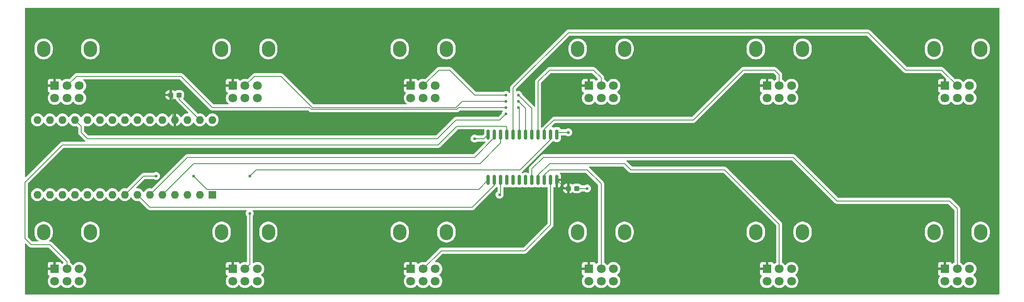
<source format=gbr>
%TF.GenerationSoftware,KiCad,Pcbnew,8.0.1*%
%TF.CreationDate,2024-06-25T20:54:33-05:00*%
%TF.ProjectId,nobs,6e6f6273-2e6b-4696-9361-645f70636258,rev?*%
%TF.SameCoordinates,Original*%
%TF.FileFunction,Copper,L1,Top*%
%TF.FilePolarity,Positive*%
%FSLAX46Y46*%
G04 Gerber Fmt 4.6, Leading zero omitted, Abs format (unit mm)*
G04 Created by KiCad (PCBNEW 8.0.1) date 2024-06-25 20:54:33*
%MOMM*%
%LPD*%
G01*
G04 APERTURE LIST*
G04 Aperture macros list*
%AMRoundRect*
0 Rectangle with rounded corners*
0 $1 Rounding radius*
0 $2 $3 $4 $5 $6 $7 $8 $9 X,Y pos of 4 corners*
0 Add a 4 corners polygon primitive as box body*
4,1,4,$2,$3,$4,$5,$6,$7,$8,$9,$2,$3,0*
0 Add four circle primitives for the rounded corners*
1,1,$1+$1,$2,$3*
1,1,$1+$1,$4,$5*
1,1,$1+$1,$6,$7*
1,1,$1+$1,$8,$9*
0 Add four rect primitives between the rounded corners*
20,1,$1+$1,$2,$3,$4,$5,0*
20,1,$1+$1,$4,$5,$6,$7,0*
20,1,$1+$1,$6,$7,$8,$9,0*
20,1,$1+$1,$8,$9,$2,$3,0*%
G04 Aperture macros list end*
%TA.AperFunction,ComponentPad*%
%ADD10R,1.600000X1.600000*%
%TD*%
%TA.AperFunction,ComponentPad*%
%ADD11O,1.600000X1.600000*%
%TD*%
%TA.AperFunction,SMDPad,CuDef*%
%ADD12RoundRect,0.150000X-0.150000X0.875000X-0.150000X-0.875000X0.150000X-0.875000X0.150000X0.875000X0*%
%TD*%
%TA.AperFunction,ComponentPad*%
%ADD13O,2.720000X3.240000*%
%TD*%
%TA.AperFunction,ComponentPad*%
%ADD14R,1.800000X1.800000*%
%TD*%
%TA.AperFunction,ComponentPad*%
%ADD15C,1.800000*%
%TD*%
%TA.AperFunction,SMDPad,CuDef*%
%ADD16RoundRect,0.237500X0.300000X0.237500X-0.300000X0.237500X-0.300000X-0.237500X0.300000X-0.237500X0*%
%TD*%
%TA.AperFunction,ViaPad*%
%ADD17C,0.600000*%
%TD*%
%TA.AperFunction,Conductor*%
%ADD18C,0.200000*%
%TD*%
G04 APERTURE END LIST*
D10*
%TO.P,A1,1,D1/TX*%
%TO.N,unconnected-(A1-D1{slash}TX-Pad1)*%
X91440000Y-66040000D03*
D11*
%TO.P,A1,2,D0/RX*%
%TO.N,unconnected-(A1-D0{slash}RX-Pad2)*%
X88900000Y-66040000D03*
%TO.P,A1,3,~{RESET}*%
%TO.N,unconnected-(A1-~{RESET}-Pad3)*%
X86360000Y-66040000D03*
%TO.P,A1,4,GND*%
%TO.N,GND*%
X83820000Y-66040000D03*
%TO.P,A1,5,D2*%
%TO.N,/S0*%
X81280000Y-66040000D03*
%TO.P,A1,6,D3*%
%TO.N,/S1*%
X78740000Y-66040000D03*
%TO.P,A1,7,D4*%
%TO.N,/S2*%
X76200000Y-66040000D03*
%TO.P,A1,8,D5*%
%TO.N,/S3*%
X73660000Y-66040000D03*
%TO.P,A1,9,D6*%
%TO.N,unconnected-(A1-D6-Pad9)*%
X71120000Y-66040000D03*
%TO.P,A1,10,D7*%
%TO.N,unconnected-(A1-D7-Pad10)*%
X68580000Y-66040000D03*
%TO.P,A1,11,D8*%
%TO.N,unconnected-(A1-D8-Pad11)*%
X66040000Y-66040000D03*
%TO.P,A1,12,D9*%
%TO.N,unconnected-(A1-D9-Pad12)*%
X63500000Y-66040000D03*
%TO.P,A1,13,D10*%
%TO.N,unconnected-(A1-D10-Pad13)*%
X60960000Y-66040000D03*
%TO.P,A1,14,D11*%
%TO.N,unconnected-(A1-D11-Pad14)*%
X58420000Y-66040000D03*
%TO.P,A1,15,D12*%
%TO.N,unconnected-(A1-D12-Pad15)*%
X55880000Y-66040000D03*
%TO.P,A1,16,D13*%
%TO.N,unconnected-(A1-D13-Pad16)*%
X55880000Y-50800000D03*
%TO.P,A1,17,3V3*%
%TO.N,unconnected-(A1-3V3-Pad17)*%
X58420000Y-50800000D03*
%TO.P,A1,18,AREF*%
%TO.N,unconnected-(A1-AREF-Pad18)*%
X60960000Y-50800000D03*
%TO.P,A1,19,A0*%
%TO.N,Net-(A1-A0)*%
X63500000Y-50800000D03*
%TO.P,A1,20,A1*%
%TO.N,unconnected-(A1-A1-Pad20)*%
X66040000Y-50800000D03*
%TO.P,A1,21,A2*%
%TO.N,unconnected-(A1-A2-Pad21)*%
X68580000Y-50800000D03*
%TO.P,A1,22,A3*%
%TO.N,unconnected-(A1-A3-Pad22)*%
X71120000Y-50800000D03*
%TO.P,A1,23,A4*%
%TO.N,unconnected-(A1-A4-Pad23)*%
X73660000Y-50800000D03*
%TO.P,A1,24,A5*%
%TO.N,unconnected-(A1-A5-Pad24)*%
X76200000Y-50800000D03*
%TO.P,A1,25,A6*%
%TO.N,unconnected-(A1-A6-Pad25)*%
X78740000Y-50800000D03*
%TO.P,A1,26,A7*%
%TO.N,unconnected-(A1-A7-Pad26)*%
X81280000Y-50800000D03*
%TO.P,A1,27,+5V*%
%TO.N,+5V*%
X83820000Y-50800000D03*
%TO.P,A1,28,~{RESET}*%
%TO.N,unconnected-(A1-~{RESET}-Pad28)*%
X86360000Y-50800000D03*
%TO.P,A1,29,GND*%
%TO.N,GND*%
X88900000Y-50800000D03*
%TO.P,A1,30,VIN*%
%TO.N,unconnected-(A1-VIN-Pad30)*%
X91440000Y-50800000D03*
%TD*%
D12*
%TO.P,U1,1,COM*%
%TO.N,Net-(A1-A0)*%
X161495000Y-53770000D03*
%TO.P,U1,2,I7*%
%TO.N,Net-(U1-I7)*%
X160225000Y-53770000D03*
%TO.P,U1,3,I6*%
%TO.N,Net-(U1-I6)*%
X158955000Y-53770000D03*
%TO.P,U1,4,I5*%
%TO.N,Net-(U1-I5)*%
X157685000Y-53770000D03*
%TO.P,U1,5,I4*%
%TO.N,Net-(U1-I4)*%
X156415000Y-53770000D03*
%TO.P,U1,6,I3*%
%TO.N,Net-(U1-I3)*%
X155145000Y-53770000D03*
%TO.P,U1,7,I2*%
%TO.N,Net-(U1-I2)*%
X153875000Y-53770000D03*
%TO.P,U1,8,I1*%
%TO.N,Net-(U1-I1)*%
X152605000Y-53770000D03*
%TO.P,U1,9,I0*%
%TO.N,Net-(U1-I0)*%
X151335000Y-53770000D03*
%TO.P,U1,10,S0*%
%TO.N,/S0*%
X150065000Y-53770000D03*
%TO.P,U1,11,S1*%
%TO.N,/S1*%
X148795000Y-53770000D03*
%TO.P,U1,12,GND*%
%TO.N,GND*%
X147525000Y-53770000D03*
%TO.P,U1,13,S3*%
%TO.N,/S3*%
X147525000Y-63070000D03*
%TO.P,U1,14,S2*%
%TO.N,/S2*%
X148795000Y-63070000D03*
%TO.P,U1,15,~{E}*%
%TO.N,GND*%
X150065000Y-63070000D03*
%TO.P,U1,16,I15*%
%TO.N,unconnected-(U1-I15-Pad16)*%
X151335000Y-63070000D03*
%TO.P,U1,17,I14*%
%TO.N,unconnected-(U1-I14-Pad17)*%
X152605000Y-63070000D03*
%TO.P,U1,18,I13*%
%TO.N,unconnected-(U1-I13-Pad18)*%
X153875000Y-63070000D03*
%TO.P,U1,19,I12*%
%TO.N,unconnected-(U1-I12-Pad19)*%
X155145000Y-63070000D03*
%TO.P,U1,20,I11*%
%TO.N,Net-(U1-I11)*%
X156415000Y-63070000D03*
%TO.P,U1,21,I10*%
%TO.N,Net-(U1-I10)*%
X157685000Y-63070000D03*
%TO.P,U1,22,I9*%
%TO.N,Net-(U1-I9)*%
X158955000Y-63070000D03*
%TO.P,U1,23,I8*%
%TO.N,Net-(U1-I8)*%
X160225000Y-63070000D03*
%TO.P,U1,24,VCC*%
%TO.N,+5V*%
X161495000Y-63070000D03*
%TD*%
D13*
%TO.P,RV12,*%
%TO.N,*%
X238150000Y-73660000D03*
X247650000Y-73660000D03*
D14*
%TO.P,RV12,1,1*%
%TO.N,+5V*%
X240400000Y-81160000D03*
D15*
%TO.P,RV12,2,2*%
%TO.N,Net-(U1-I11)*%
X242900000Y-81160000D03*
%TO.P,RV12,3,3*%
%TO.N,GND*%
X245400000Y-81160000D03*
%TO.P,RV12,4*%
%TO.N,N/C*%
X240400000Y-83660000D03*
%TO.P,RV12,5*%
X242900000Y-83660000D03*
%TO.P,RV12,6*%
X245400000Y-83660000D03*
%TD*%
%TO.P,RV11,6*%
%TO.N,N/C*%
X209200000Y-83660000D03*
%TO.P,RV11,5*%
X206700000Y-83660000D03*
%TO.P,RV11,4*%
X204200000Y-83660000D03*
%TO.P,RV11,3,3*%
%TO.N,GND*%
X209200000Y-81160000D03*
%TO.P,RV11,2,2*%
%TO.N,Net-(U1-I10)*%
X206700000Y-81160000D03*
D14*
%TO.P,RV11,1,1*%
%TO.N,+5V*%
X204200000Y-81160000D03*
D13*
%TO.P,RV11,*%
%TO.N,*%
X211450000Y-73660000D03*
X201950000Y-73660000D03*
%TD*%
%TO.P,RV10,*%
%TO.N,*%
X165750000Y-73660000D03*
X175250000Y-73660000D03*
D14*
%TO.P,RV10,1,1*%
%TO.N,+5V*%
X168000000Y-81160000D03*
D15*
%TO.P,RV10,2,2*%
%TO.N,Net-(U1-I9)*%
X170500000Y-81160000D03*
%TO.P,RV10,3,3*%
%TO.N,GND*%
X173000000Y-81160000D03*
%TO.P,RV10,4*%
%TO.N,N/C*%
X168000000Y-83660000D03*
%TO.P,RV10,5*%
X170500000Y-83660000D03*
%TO.P,RV10,6*%
X173000000Y-83660000D03*
%TD*%
D13*
%TO.P,RV9,*%
%TO.N,*%
X129550000Y-73660000D03*
X139050000Y-73660000D03*
D14*
%TO.P,RV9,1,1*%
%TO.N,+5V*%
X131800000Y-81160000D03*
D15*
%TO.P,RV9,2,2*%
%TO.N,Net-(U1-I8)*%
X134300000Y-81160000D03*
%TO.P,RV9,3,3*%
%TO.N,GND*%
X136800000Y-81160000D03*
%TO.P,RV9,4*%
%TO.N,N/C*%
X131800000Y-83660000D03*
%TO.P,RV9,5*%
X134300000Y-83660000D03*
%TO.P,RV9,6*%
X136800000Y-83660000D03*
%TD*%
D13*
%TO.P,RV8,*%
%TO.N,*%
X93350000Y-73660000D03*
X102850000Y-73660000D03*
D14*
%TO.P,RV8,1,1*%
%TO.N,+5V*%
X95600000Y-81160000D03*
D15*
%TO.P,RV8,2,2*%
%TO.N,Net-(U1-I7)*%
X98100000Y-81160000D03*
%TO.P,RV8,3,3*%
%TO.N,GND*%
X100600000Y-81160000D03*
%TO.P,RV8,4*%
%TO.N,N/C*%
X95600000Y-83660000D03*
%TO.P,RV8,5*%
X98100000Y-83660000D03*
%TO.P,RV8,6*%
X100600000Y-83660000D03*
%TD*%
%TO.P,RV7,6*%
%TO.N,N/C*%
X64400000Y-83660000D03*
%TO.P,RV7,5*%
X61900000Y-83660000D03*
%TO.P,RV7,4*%
X59400000Y-83660000D03*
%TO.P,RV7,3,3*%
%TO.N,GND*%
X64400000Y-81160000D03*
%TO.P,RV7,2,2*%
%TO.N,Net-(U1-I0)*%
X61900000Y-81160000D03*
D14*
%TO.P,RV7,1,1*%
%TO.N,+5V*%
X59400000Y-81160000D03*
D13*
%TO.P,RV7,*%
%TO.N,*%
X66650000Y-73660000D03*
X57150000Y-73660000D03*
%TD*%
%TO.P,RV6,*%
%TO.N,*%
X238150000Y-36345000D03*
X247650000Y-36345000D03*
D14*
%TO.P,RV6,1,1*%
%TO.N,+5V*%
X240400000Y-43845000D03*
D15*
%TO.P,RV6,2,2*%
%TO.N,Net-(U1-I1)*%
X242900000Y-43845000D03*
%TO.P,RV6,3,3*%
%TO.N,GND*%
X245400000Y-43845000D03*
%TO.P,RV6,4*%
%TO.N,N/C*%
X240400000Y-46345000D03*
%TO.P,RV6,5*%
X242900000Y-46345000D03*
%TO.P,RV6,6*%
X245400000Y-46345000D03*
%TD*%
D13*
%TO.P,RV5,*%
%TO.N,*%
X201950000Y-36345000D03*
X211450000Y-36345000D03*
D14*
%TO.P,RV5,1,1*%
%TO.N,+5V*%
X204200000Y-43845000D03*
D15*
%TO.P,RV5,2,2*%
%TO.N,Net-(U1-I6)*%
X206700000Y-43845000D03*
%TO.P,RV5,3,3*%
%TO.N,GND*%
X209200000Y-43845000D03*
%TO.P,RV5,4*%
%TO.N,N/C*%
X204200000Y-46345000D03*
%TO.P,RV5,5*%
X206700000Y-46345000D03*
%TO.P,RV5,6*%
X209200000Y-46345000D03*
%TD*%
D13*
%TO.P,RV4,*%
%TO.N,*%
X165750000Y-36345000D03*
X175250000Y-36345000D03*
D14*
%TO.P,RV4,1,1*%
%TO.N,+5V*%
X168000000Y-43845000D03*
D15*
%TO.P,RV4,2,2*%
%TO.N,Net-(U1-I5)*%
X170500000Y-43845000D03*
%TO.P,RV4,3,3*%
%TO.N,GND*%
X173000000Y-43845000D03*
%TO.P,RV4,4*%
%TO.N,N/C*%
X168000000Y-46345000D03*
%TO.P,RV4,5*%
X170500000Y-46345000D03*
%TO.P,RV4,6*%
X173000000Y-46345000D03*
%TD*%
D13*
%TO.P,RV3,*%
%TO.N,*%
X129550000Y-36345000D03*
X139050000Y-36345000D03*
D14*
%TO.P,RV3,1,1*%
%TO.N,+5V*%
X131800000Y-43845000D03*
D15*
%TO.P,RV3,2,2*%
%TO.N,Net-(U1-I4)*%
X134300000Y-43845000D03*
%TO.P,RV3,3,3*%
%TO.N,GND*%
X136800000Y-43845000D03*
%TO.P,RV3,4*%
%TO.N,N/C*%
X131800000Y-46345000D03*
%TO.P,RV3,5*%
X134300000Y-46345000D03*
%TO.P,RV3,6*%
X136800000Y-46345000D03*
%TD*%
%TO.P,RV2,6*%
%TO.N,N/C*%
X100600000Y-46345000D03*
%TO.P,RV2,5*%
X98100000Y-46345000D03*
%TO.P,RV2,4*%
X95600000Y-46345000D03*
%TO.P,RV2,3,3*%
%TO.N,GND*%
X100600000Y-43845000D03*
%TO.P,RV2,2,2*%
%TO.N,Net-(U1-I3)*%
X98100000Y-43845000D03*
D14*
%TO.P,RV2,1,1*%
%TO.N,+5V*%
X95600000Y-43845000D03*
D13*
%TO.P,RV2,*%
%TO.N,*%
X102850000Y-36345000D03*
X93350000Y-36345000D03*
%TD*%
D15*
%TO.P,RV1,6*%
%TO.N,N/C*%
X64400000Y-46345000D03*
%TO.P,RV1,5*%
X61900000Y-46345000D03*
%TO.P,RV1,4*%
X59400000Y-46345000D03*
%TO.P,RV1,3,3*%
%TO.N,GND*%
X64400000Y-43845000D03*
%TO.P,RV1,2,2*%
%TO.N,Net-(U1-I2)*%
X61900000Y-43845000D03*
D14*
%TO.P,RV1,1,1*%
%TO.N,+5V*%
X59400000Y-43845000D03*
D13*
%TO.P,RV1,*%
%TO.N,*%
X66650000Y-36345000D03*
X57150000Y-36345000D03*
%TD*%
D16*
%TO.P,C2,1*%
%TO.N,GND*%
X84682500Y-45720000D03*
%TO.P,C2,2*%
%TO.N,+5V*%
X82957500Y-45720000D03*
%TD*%
%TO.P,C1,1*%
%TO.N,GND*%
X165555000Y-64770000D03*
%TO.P,C1,2*%
%TO.N,+5V*%
X163830000Y-64770000D03*
%TD*%
D17*
%TO.N,GND*%
X167640000Y-64770000D03*
%TO.N,Net-(A1-A0)*%
X151130000Y-49530000D03*
X163830000Y-53340000D03*
%TO.N,GND*%
X144780000Y-54610000D03*
X149860000Y-66040000D03*
%TO.N,Net-(U1-I7)*%
X99060000Y-69850000D03*
X99060000Y-62230000D03*
%TO.N,Net-(U1-I4)*%
X153670000Y-45720000D03*
X151130000Y-45720000D03*
%TO.N,Net-(U1-I3)*%
X151130000Y-46990000D03*
X153670000Y-46990000D03*
%TO.N,Net-(U1-I2)*%
X153670000Y-48260000D03*
X151130000Y-48260000D03*
%TO.N,/S3*%
X87630000Y-62230000D03*
X80010000Y-62230000D03*
%TD*%
D18*
%TO.N,Net-(U1-I1)*%
X163830000Y-33020000D02*
X224790000Y-33020000D01*
X239695000Y-40640000D02*
X232410000Y-40640000D01*
X242900000Y-43845000D02*
X239695000Y-40640000D01*
X232410000Y-40640000D02*
X224790000Y-33020000D01*
X152605000Y-44245000D02*
X163830000Y-33020000D01*
X152605000Y-53770000D02*
X152605000Y-44245000D01*
%TO.N,Net-(A1-A0)*%
X151130000Y-49530000D02*
X149860000Y-50800000D01*
X149860000Y-50800000D02*
X140970000Y-50800000D01*
X64770000Y-52070000D02*
X63500000Y-50800000D01*
X140970000Y-50800000D02*
X137160000Y-54610000D01*
X137160000Y-54610000D02*
X66040000Y-54610000D01*
X66040000Y-54610000D02*
X64770000Y-53340000D01*
X64770000Y-53340000D02*
X64770000Y-52070000D01*
%TO.N,Net-(U1-I5)*%
X157685000Y-53770000D02*
X157685000Y-42975000D01*
X157685000Y-42975000D02*
X160020000Y-40640000D01*
X160020000Y-40640000D02*
X168910000Y-40640000D01*
X168910000Y-40640000D02*
X170500000Y-42230000D01*
X170500000Y-42230000D02*
X170500000Y-43845000D01*
%TO.N,Net-(U1-I6)*%
X158955000Y-53770000D02*
X158955000Y-52745001D01*
X160900001Y-50800000D02*
X189230000Y-50800000D01*
X158955000Y-52745001D02*
X160900001Y-50800000D01*
X189230000Y-50800000D02*
X199390000Y-40640000D01*
X206700000Y-41600000D02*
X206700000Y-43845000D01*
X199390000Y-40640000D02*
X205740000Y-40640000D01*
X205740000Y-40640000D02*
X206700000Y-41600000D01*
%TO.N,GND*%
X84682500Y-45720000D02*
X84682500Y-46582500D01*
X84682500Y-46582500D02*
X88900000Y-50800000D01*
%TO.N,+5V*%
X83412500Y-45720000D02*
X83412500Y-50392500D01*
X83412500Y-50392500D02*
X83820000Y-50800000D01*
%TO.N,Net-(U1-I2)*%
X151130000Y-48260000D02*
X141535686Y-48260000D01*
X141535686Y-48260000D02*
X141135685Y-48660000D01*
X111594314Y-48660000D02*
X111194314Y-48260000D01*
X141135685Y-48660000D02*
X111594314Y-48660000D01*
X111194314Y-48260000D02*
X91440000Y-48260000D01*
X91440000Y-48260000D02*
X85090000Y-41910000D01*
X85090000Y-41910000D02*
X63835000Y-41910000D01*
X63835000Y-41910000D02*
X61900000Y-43845000D01*
%TO.N,GND*%
X165555000Y-64770000D02*
X167640000Y-64770000D01*
%TO.N,+5V*%
X161495000Y-63070000D02*
X163195000Y-64770000D01*
X163195000Y-64770000D02*
X163830000Y-64770000D01*
%TO.N,Net-(U1-I11)*%
X156415000Y-63070000D02*
X156415000Y-60755000D01*
X156415000Y-60755000D02*
X158750000Y-58420000D01*
X158750000Y-58420000D02*
X209550000Y-58420000D01*
X209550000Y-58420000D02*
X218440000Y-67310000D01*
X218440000Y-67310000D02*
X241300000Y-67310000D01*
X241300000Y-67310000D02*
X242900000Y-68910000D01*
X242900000Y-68910000D02*
X242900000Y-81160000D01*
%TO.N,Net-(U1-I10)*%
X157685000Y-63070000D02*
X157685000Y-62025000D01*
X157685000Y-62025000D02*
X160020000Y-59690000D01*
X160020000Y-59690000D02*
X175260000Y-59690000D01*
X175260000Y-59690000D02*
X176530000Y-60960000D01*
X176530000Y-60960000D02*
X195580000Y-60960000D01*
X195580000Y-60960000D02*
X206700000Y-72080000D01*
X206700000Y-72080000D02*
X206700000Y-81160000D01*
%TO.N,Net-(U1-I9)*%
X158955000Y-63070000D02*
X158955000Y-62045001D01*
X158955000Y-62045001D02*
X160040001Y-60960000D01*
X160040001Y-60960000D02*
X167640000Y-60960000D01*
X167640000Y-60960000D02*
X170500000Y-63820000D01*
X170500000Y-63820000D02*
X170500000Y-81160000D01*
%TO.N,Net-(U1-I8)*%
X160225000Y-63070000D02*
X160225000Y-72185000D01*
X137990000Y-77470000D02*
X134300000Y-81160000D01*
X160225000Y-72185000D02*
X154940000Y-77470000D01*
X154940000Y-77470000D02*
X137990000Y-77470000D01*
%TO.N,Net-(U1-I0)*%
X151130000Y-52070000D02*
X151335000Y-52275000D01*
X151335000Y-52275000D02*
X151335000Y-53770000D01*
X151130000Y-52070000D02*
X141180736Y-52070000D01*
X151335000Y-53770000D02*
X151130000Y-53565000D01*
X61900000Y-79680000D02*
X61900000Y-81160000D01*
X53340000Y-74930000D02*
X54610000Y-76200000D01*
X141180736Y-52070000D02*
X137370736Y-55880000D01*
X137370736Y-55880000D02*
X60960000Y-55880000D01*
X58420000Y-76200000D02*
X61900000Y-79680000D01*
X60960000Y-55880000D02*
X53340000Y-63500000D01*
X53340000Y-63500000D02*
X53340000Y-74930000D01*
X54610000Y-76200000D02*
X58420000Y-76200000D01*
%TO.N,Net-(A1-A0)*%
X161925000Y-53340000D02*
X163830000Y-53340000D01*
X161495000Y-53770000D02*
X161925000Y-53340000D01*
%TO.N,GND*%
X146685000Y-54610000D02*
X144780000Y-54610000D01*
X147525000Y-53770000D02*
X146685000Y-54610000D01*
X150065000Y-65835000D02*
X149860000Y-66040000D01*
X150065000Y-63070000D02*
X150065000Y-65835000D01*
%TO.N,Net-(U1-I7)*%
X99060000Y-69850000D02*
X99060000Y-80200000D01*
X99060000Y-80200000D02*
X98100000Y-81160000D01*
X160225000Y-53770000D02*
X160225000Y-54794999D01*
X160225000Y-54794999D02*
X154059999Y-60960000D01*
X154059999Y-60960000D02*
X100330000Y-60960000D01*
X100330000Y-60960000D02*
X99060000Y-62230000D01*
%TO.N,Net-(U1-I4)*%
X151130000Y-45720000D02*
X144780000Y-45720000D01*
X144780000Y-45720000D02*
X139700000Y-40640000D01*
X156415000Y-48465000D02*
X153670000Y-45720000D01*
X137505000Y-40640000D02*
X134300000Y-43845000D01*
X156415000Y-53770000D02*
X156415000Y-48465000D01*
X139700000Y-40640000D02*
X137505000Y-40640000D01*
%TO.N,Net-(U1-I3)*%
X155145000Y-53770000D02*
X155145000Y-48465000D01*
X155145000Y-48465000D02*
X153670000Y-46990000D01*
X151130000Y-46990000D02*
X142240000Y-46990000D01*
X142240000Y-46990000D02*
X140970000Y-48260000D01*
X140970000Y-48260000D02*
X111760000Y-48260000D01*
X111760000Y-48260000D02*
X105410000Y-41910000D01*
X105410000Y-41910000D02*
X100035000Y-41910000D01*
X100035000Y-41910000D02*
X98100000Y-43845000D01*
%TO.N,Net-(U1-I2)*%
X153875000Y-53770000D02*
X153875000Y-48465000D01*
X153875000Y-48465000D02*
X153670000Y-48260000D01*
%TO.N,/S3*%
X87630000Y-62230000D02*
X90340000Y-64940000D01*
X90340000Y-64940000D02*
X145655000Y-64940000D01*
X145655000Y-64940000D02*
X147525000Y-63070000D01*
X73660000Y-66040000D02*
X77470000Y-62230000D01*
X77470000Y-62230000D02*
X80010000Y-62230000D01*
%TO.N,/S2*%
X76200000Y-66040000D02*
X78740000Y-68580000D01*
X78740000Y-68580000D02*
X144309999Y-68580000D01*
X144309999Y-68580000D02*
X148795000Y-64094999D01*
X148795000Y-64094999D02*
X148795000Y-63070000D01*
%TO.N,/S1*%
X78740000Y-66040000D02*
X86360000Y-58420000D01*
X86360000Y-58420000D02*
X144780000Y-58420000D01*
X144780000Y-58420000D02*
X148795000Y-54405000D01*
X148795000Y-54405000D02*
X148795000Y-53770000D01*
%TO.N,/S0*%
X81280000Y-66040000D02*
X87630000Y-59690000D01*
X87630000Y-59690000D02*
X145880552Y-59690000D01*
X145880552Y-59690000D02*
X150065000Y-55505552D01*
X150065000Y-55505552D02*
X150065000Y-53770000D01*
%TD*%
%TA.AperFunction,Conductor*%
%TO.N,+5V*%
G36*
X251403039Y-27959685D02*
G01*
X251448794Y-28012489D01*
X251460000Y-28064000D01*
X251460000Y-86236000D01*
X251440315Y-86303039D01*
X251387511Y-86348794D01*
X251336000Y-86360000D01*
X53464000Y-86360000D01*
X53396961Y-86340315D01*
X53351206Y-86287511D01*
X53340000Y-86236000D01*
X53340000Y-76078597D01*
X53359685Y-76011558D01*
X53412489Y-75965803D01*
X53481647Y-75955859D01*
X53545203Y-75984884D01*
X53551681Y-75990916D01*
X54125139Y-76564374D01*
X54125149Y-76564385D01*
X54129479Y-76568715D01*
X54129480Y-76568716D01*
X54241284Y-76680520D01*
X54328095Y-76730639D01*
X54328097Y-76730641D01*
X54378213Y-76759576D01*
X54378215Y-76759577D01*
X54530942Y-76800500D01*
X54530943Y-76800500D01*
X58119903Y-76800500D01*
X58186942Y-76820185D01*
X58207584Y-76836819D01*
X61158429Y-79787664D01*
X61191914Y-79848987D01*
X61186930Y-79918679D01*
X61145058Y-79974612D01*
X61135619Y-79980654D01*
X61135666Y-79980726D01*
X61131372Y-79983530D01*
X60954023Y-80121567D01*
X60889029Y-80147209D01*
X60820489Y-80133642D01*
X60770164Y-80085174D01*
X60761679Y-80067045D01*
X60743355Y-80017915D01*
X60743350Y-80017906D01*
X60657190Y-79902812D01*
X60657187Y-79902809D01*
X60542093Y-79816649D01*
X60542086Y-79816645D01*
X60407379Y-79766403D01*
X60407372Y-79766401D01*
X60347844Y-79760000D01*
X59650000Y-79760000D01*
X59650000Y-80726988D01*
X59592993Y-80694075D01*
X59465826Y-80660000D01*
X59334174Y-80660000D01*
X59207007Y-80694075D01*
X59150000Y-80726988D01*
X59150000Y-79760000D01*
X58452155Y-79760000D01*
X58392627Y-79766401D01*
X58392620Y-79766403D01*
X58257913Y-79816645D01*
X58257906Y-79816649D01*
X58142812Y-79902809D01*
X58142809Y-79902812D01*
X58056649Y-80017906D01*
X58056645Y-80017913D01*
X58006403Y-80152620D01*
X58006401Y-80152627D01*
X58000000Y-80212155D01*
X58000000Y-80910000D01*
X58966988Y-80910000D01*
X58934075Y-80967007D01*
X58900000Y-81094174D01*
X58900000Y-81225826D01*
X58934075Y-81352993D01*
X58966988Y-81410000D01*
X58000000Y-81410000D01*
X58000000Y-82107844D01*
X58006401Y-82167372D01*
X58006403Y-82167379D01*
X58056645Y-82302086D01*
X58056649Y-82302093D01*
X58142809Y-82417187D01*
X58142812Y-82417190D01*
X58257906Y-82503350D01*
X58257913Y-82503354D01*
X58310859Y-82523102D01*
X58366793Y-82564973D01*
X58391210Y-82630438D01*
X58376358Y-82698711D01*
X58358757Y-82723265D01*
X58291021Y-82796847D01*
X58291019Y-82796848D01*
X58291016Y-82796853D01*
X58164075Y-82991151D01*
X58070842Y-83203699D01*
X58013866Y-83428691D01*
X58013864Y-83428702D01*
X57994700Y-83659993D01*
X57994700Y-83660006D01*
X58013864Y-83891297D01*
X58013866Y-83891308D01*
X58070842Y-84116300D01*
X58164075Y-84328848D01*
X58291016Y-84523147D01*
X58291019Y-84523151D01*
X58291021Y-84523153D01*
X58448216Y-84693913D01*
X58448219Y-84693915D01*
X58448222Y-84693918D01*
X58631365Y-84836464D01*
X58631371Y-84836468D01*
X58631374Y-84836470D01*
X58835497Y-84946936D01*
X58949487Y-84986068D01*
X59055015Y-85022297D01*
X59055017Y-85022297D01*
X59055019Y-85022298D01*
X59283951Y-85060500D01*
X59283952Y-85060500D01*
X59516048Y-85060500D01*
X59516049Y-85060500D01*
X59744981Y-85022298D01*
X59964503Y-84946936D01*
X60168626Y-84836470D01*
X60351784Y-84693913D01*
X60508979Y-84523153D01*
X60546191Y-84466196D01*
X60599337Y-84420839D01*
X60668569Y-84411415D01*
X60731904Y-84440917D01*
X60753809Y-84466196D01*
X60791016Y-84523147D01*
X60791019Y-84523151D01*
X60791021Y-84523153D01*
X60948216Y-84693913D01*
X60948219Y-84693915D01*
X60948222Y-84693918D01*
X61131365Y-84836464D01*
X61131371Y-84836468D01*
X61131374Y-84836470D01*
X61335497Y-84946936D01*
X61449487Y-84986068D01*
X61555015Y-85022297D01*
X61555017Y-85022297D01*
X61555019Y-85022298D01*
X61783951Y-85060500D01*
X61783952Y-85060500D01*
X62016048Y-85060500D01*
X62016049Y-85060500D01*
X62244981Y-85022298D01*
X62464503Y-84946936D01*
X62668626Y-84836470D01*
X62851784Y-84693913D01*
X63008979Y-84523153D01*
X63046191Y-84466196D01*
X63099337Y-84420839D01*
X63168569Y-84411415D01*
X63231904Y-84440917D01*
X63253809Y-84466196D01*
X63291016Y-84523147D01*
X63291019Y-84523151D01*
X63291021Y-84523153D01*
X63448216Y-84693913D01*
X63448219Y-84693915D01*
X63448222Y-84693918D01*
X63631365Y-84836464D01*
X63631371Y-84836468D01*
X63631374Y-84836470D01*
X63835497Y-84946936D01*
X63949487Y-84986068D01*
X64055015Y-85022297D01*
X64055017Y-85022297D01*
X64055019Y-85022298D01*
X64283951Y-85060500D01*
X64283952Y-85060500D01*
X64516048Y-85060500D01*
X64516049Y-85060500D01*
X64744981Y-85022298D01*
X64964503Y-84946936D01*
X65168626Y-84836470D01*
X65351784Y-84693913D01*
X65508979Y-84523153D01*
X65635924Y-84328849D01*
X65729157Y-84116300D01*
X65786134Y-83891305D01*
X65805300Y-83660000D01*
X65805300Y-83659993D01*
X65786135Y-83428702D01*
X65786133Y-83428691D01*
X65729157Y-83203699D01*
X65635924Y-82991151D01*
X65508983Y-82796852D01*
X65508980Y-82796849D01*
X65508979Y-82796847D01*
X65351784Y-82626087D01*
X65199876Y-82507852D01*
X65159064Y-82451143D01*
X65155389Y-82381370D01*
X65190020Y-82320687D01*
X65199876Y-82312147D01*
X65351784Y-82193913D01*
X65508979Y-82023153D01*
X65635924Y-81828849D01*
X65729157Y-81616300D01*
X65786134Y-81391305D01*
X65805300Y-81160000D01*
X65805300Y-81159993D01*
X65786135Y-80928702D01*
X65786133Y-80928691D01*
X65729157Y-80703699D01*
X65635924Y-80491151D01*
X65508983Y-80296852D01*
X65508980Y-80296849D01*
X65508979Y-80296847D01*
X65351784Y-80126087D01*
X65351779Y-80126083D01*
X65351777Y-80126081D01*
X65168634Y-79983535D01*
X65168628Y-79983531D01*
X64964504Y-79873064D01*
X64964495Y-79873061D01*
X64744984Y-79797702D01*
X64573282Y-79769050D01*
X64516049Y-79759500D01*
X64283951Y-79759500D01*
X64242596Y-79766401D01*
X64055015Y-79797702D01*
X63835504Y-79873061D01*
X63835495Y-79873064D01*
X63631371Y-79983531D01*
X63631365Y-79983535D01*
X63448222Y-80126081D01*
X63448219Y-80126084D01*
X63448216Y-80126086D01*
X63448216Y-80126087D01*
X63423785Y-80152627D01*
X63291015Y-80296854D01*
X63253808Y-80353804D01*
X63200662Y-80399161D01*
X63131430Y-80408584D01*
X63068095Y-80379082D01*
X63046192Y-80353804D01*
X63008984Y-80296854D01*
X63008982Y-80296852D01*
X63008979Y-80296847D01*
X62851784Y-80126087D01*
X62851779Y-80126083D01*
X62851777Y-80126081D01*
X62668634Y-79983535D01*
X62668623Y-79983528D01*
X62565481Y-79927709D01*
X62515891Y-79878489D01*
X62500500Y-79818655D01*
X62500500Y-79600945D01*
X62500500Y-79600943D01*
X62459577Y-79448216D01*
X62459577Y-79448215D01*
X62459577Y-79448214D01*
X62430639Y-79398095D01*
X62430637Y-79398092D01*
X62380520Y-79311284D01*
X62268716Y-79199480D01*
X62268715Y-79199479D01*
X62264385Y-79195149D01*
X62264374Y-79195139D01*
X58907590Y-75838355D01*
X58907588Y-75838352D01*
X58788717Y-75719481D01*
X58788716Y-75719480D01*
X58701904Y-75669360D01*
X58701904Y-75669359D01*
X58701900Y-75669358D01*
X58651785Y-75640423D01*
X58499057Y-75599499D01*
X58382732Y-75599499D01*
X58315693Y-75579814D01*
X58269938Y-75527010D01*
X58259994Y-75457852D01*
X58289019Y-75394296D01*
X58307246Y-75377123D01*
X58345815Y-75347527D01*
X58379345Y-75321799D01*
X58551799Y-75149345D01*
X58700268Y-74955856D01*
X58822212Y-74744644D01*
X58915544Y-74519321D01*
X58978666Y-74283744D01*
X59010499Y-74041951D01*
X64789500Y-74041951D01*
X64816013Y-74243333D01*
X64821334Y-74283744D01*
X64821335Y-74283746D01*
X64884456Y-74519320D01*
X64884459Y-74519330D01*
X64977786Y-74744640D01*
X64977791Y-74744651D01*
X65099727Y-74955848D01*
X65099738Y-74955864D01*
X65248199Y-75149343D01*
X65248205Y-75149350D01*
X65420649Y-75321794D01*
X65420655Y-75321799D01*
X65614144Y-75470268D01*
X65614151Y-75470272D01*
X65825348Y-75592208D01*
X65825353Y-75592210D01*
X65825356Y-75592212D01*
X65967437Y-75651064D01*
X66011602Y-75669358D01*
X66050679Y-75685544D01*
X66286256Y-75748666D01*
X66528056Y-75780500D01*
X66528063Y-75780500D01*
X66771937Y-75780500D01*
X66771944Y-75780500D01*
X67013744Y-75748666D01*
X67249321Y-75685544D01*
X67474644Y-75592212D01*
X67685856Y-75470268D01*
X67879345Y-75321799D01*
X68051799Y-75149345D01*
X68200268Y-74955856D01*
X68322212Y-74744644D01*
X68415544Y-74519321D01*
X68478666Y-74283744D01*
X68510499Y-74041951D01*
X91489500Y-74041951D01*
X91516013Y-74243333D01*
X91521334Y-74283744D01*
X91521335Y-74283746D01*
X91584456Y-74519320D01*
X91584459Y-74519330D01*
X91677786Y-74744640D01*
X91677791Y-74744651D01*
X91799727Y-74955848D01*
X91799738Y-74955864D01*
X91948199Y-75149343D01*
X91948205Y-75149350D01*
X92120649Y-75321794D01*
X92120655Y-75321799D01*
X92314144Y-75470268D01*
X92314151Y-75470272D01*
X92525348Y-75592208D01*
X92525353Y-75592210D01*
X92525356Y-75592212D01*
X92667437Y-75651064D01*
X92711602Y-75669358D01*
X92750679Y-75685544D01*
X92986256Y-75748666D01*
X93228056Y-75780500D01*
X93228063Y-75780500D01*
X93471937Y-75780500D01*
X93471944Y-75780500D01*
X93713744Y-75748666D01*
X93949321Y-75685544D01*
X94174644Y-75592212D01*
X94385856Y-75470268D01*
X94579345Y-75321799D01*
X94751799Y-75149345D01*
X94900268Y-74955856D01*
X95022212Y-74744644D01*
X95115544Y-74519321D01*
X95178666Y-74283744D01*
X95210500Y-74041944D01*
X95210500Y-73278056D01*
X95178666Y-73036256D01*
X95115544Y-72800679D01*
X95022212Y-72575356D01*
X95022210Y-72575353D01*
X95022208Y-72575348D01*
X94900272Y-72364151D01*
X94900268Y-72364144D01*
X94751799Y-72170655D01*
X94751794Y-72170649D01*
X94579350Y-71998205D01*
X94579343Y-71998199D01*
X94385864Y-71849738D01*
X94385862Y-71849736D01*
X94385856Y-71849732D01*
X94385851Y-71849729D01*
X94385848Y-71849727D01*
X94174651Y-71727791D01*
X94174640Y-71727786D01*
X93949330Y-71634459D01*
X93949323Y-71634457D01*
X93949321Y-71634456D01*
X93713744Y-71571334D01*
X93673333Y-71566013D01*
X93471951Y-71539500D01*
X93471944Y-71539500D01*
X93228056Y-71539500D01*
X93228048Y-71539500D01*
X92997896Y-71569801D01*
X92986256Y-71571334D01*
X92881220Y-71599478D01*
X92750679Y-71634456D01*
X92750669Y-71634459D01*
X92525359Y-71727786D01*
X92525348Y-71727791D01*
X92314151Y-71849727D01*
X92314135Y-71849738D01*
X92120656Y-71998199D01*
X92120649Y-71998205D01*
X91948205Y-72170649D01*
X91948199Y-72170656D01*
X91799738Y-72364135D01*
X91799727Y-72364151D01*
X91677791Y-72575348D01*
X91677786Y-72575359D01*
X91584459Y-72800669D01*
X91584456Y-72800679D01*
X91521335Y-73036253D01*
X91521333Y-73036264D01*
X91489500Y-73278048D01*
X91489500Y-74041951D01*
X68510499Y-74041951D01*
X68510500Y-74041944D01*
X68510500Y-73278056D01*
X68478666Y-73036256D01*
X68415544Y-72800679D01*
X68322212Y-72575356D01*
X68322210Y-72575353D01*
X68322208Y-72575348D01*
X68200272Y-72364151D01*
X68200268Y-72364144D01*
X68051799Y-72170655D01*
X68051794Y-72170649D01*
X67879350Y-71998205D01*
X67879343Y-71998199D01*
X67685864Y-71849738D01*
X67685862Y-71849736D01*
X67685856Y-71849732D01*
X67685851Y-71849729D01*
X67685848Y-71849727D01*
X67474651Y-71727791D01*
X67474640Y-71727786D01*
X67249330Y-71634459D01*
X67249323Y-71634457D01*
X67249321Y-71634456D01*
X67013744Y-71571334D01*
X66973333Y-71566013D01*
X66771951Y-71539500D01*
X66771944Y-71539500D01*
X66528056Y-71539500D01*
X66528048Y-71539500D01*
X66297896Y-71569801D01*
X66286256Y-71571334D01*
X66181220Y-71599478D01*
X66050679Y-71634456D01*
X66050669Y-71634459D01*
X65825359Y-71727786D01*
X65825348Y-71727791D01*
X65614151Y-71849727D01*
X65614135Y-71849738D01*
X65420656Y-71998199D01*
X65420649Y-71998205D01*
X65248205Y-72170649D01*
X65248199Y-72170656D01*
X65099738Y-72364135D01*
X65099727Y-72364151D01*
X64977791Y-72575348D01*
X64977786Y-72575359D01*
X64884459Y-72800669D01*
X64884456Y-72800679D01*
X64821335Y-73036253D01*
X64821333Y-73036264D01*
X64789500Y-73278048D01*
X64789500Y-74041951D01*
X59010499Y-74041951D01*
X59010500Y-74041944D01*
X59010500Y-73278056D01*
X58978666Y-73036256D01*
X58915544Y-72800679D01*
X58822212Y-72575356D01*
X58822210Y-72575353D01*
X58822208Y-72575348D01*
X58700272Y-72364151D01*
X58700268Y-72364144D01*
X58551799Y-72170655D01*
X58551794Y-72170649D01*
X58379350Y-71998205D01*
X58379343Y-71998199D01*
X58185864Y-71849738D01*
X58185862Y-71849736D01*
X58185856Y-71849732D01*
X58185851Y-71849729D01*
X58185848Y-71849727D01*
X57974651Y-71727791D01*
X57974640Y-71727786D01*
X57749330Y-71634459D01*
X57749323Y-71634457D01*
X57749321Y-71634456D01*
X57513744Y-71571334D01*
X57473333Y-71566013D01*
X57271951Y-71539500D01*
X57271944Y-71539500D01*
X57028056Y-71539500D01*
X57028048Y-71539500D01*
X56797896Y-71569801D01*
X56786256Y-71571334D01*
X56681220Y-71599478D01*
X56550679Y-71634456D01*
X56550669Y-71634459D01*
X56325359Y-71727786D01*
X56325348Y-71727791D01*
X56114151Y-71849727D01*
X56114135Y-71849738D01*
X55920656Y-71998199D01*
X55920649Y-71998205D01*
X55748205Y-72170649D01*
X55748199Y-72170656D01*
X55599738Y-72364135D01*
X55599727Y-72364151D01*
X55477791Y-72575348D01*
X55477786Y-72575359D01*
X55384459Y-72800669D01*
X55384456Y-72800679D01*
X55321335Y-73036253D01*
X55321333Y-73036264D01*
X55289500Y-73278048D01*
X55289500Y-74041951D01*
X55316013Y-74243333D01*
X55321334Y-74283744D01*
X55321335Y-74283746D01*
X55384456Y-74519320D01*
X55384459Y-74519330D01*
X55477786Y-74744640D01*
X55477791Y-74744651D01*
X55599727Y-74955848D01*
X55599738Y-74955864D01*
X55748199Y-75149343D01*
X55748205Y-75149350D01*
X55920649Y-75321794D01*
X55920656Y-75321800D01*
X55992756Y-75377124D01*
X56033959Y-75433551D01*
X56038114Y-75503297D01*
X56003902Y-75564218D01*
X55942185Y-75596971D01*
X55917270Y-75599500D01*
X54910097Y-75599500D01*
X54843058Y-75579815D01*
X54822416Y-75563181D01*
X53976819Y-74717584D01*
X53943334Y-74656261D01*
X53940500Y-74629903D01*
X53940500Y-63800097D01*
X53960185Y-63733058D01*
X53976819Y-63712416D01*
X61172416Y-56516819D01*
X61233739Y-56483334D01*
X61260097Y-56480500D01*
X137284067Y-56480500D01*
X137284083Y-56480501D01*
X137291679Y-56480501D01*
X137449790Y-56480501D01*
X137449793Y-56480501D01*
X137602521Y-56439577D01*
X137652640Y-56410639D01*
X137739452Y-56360520D01*
X137851256Y-56248716D01*
X137851256Y-56248714D01*
X137861464Y-56238507D01*
X137861465Y-56238504D01*
X141393153Y-52706819D01*
X141454476Y-52673334D01*
X141480834Y-52670500D01*
X146602856Y-52670500D01*
X146669895Y-52690185D01*
X146715650Y-52742989D01*
X146726473Y-52804227D01*
X146725084Y-52821879D01*
X146724500Y-52829303D01*
X146724500Y-53669903D01*
X146704815Y-53736942D01*
X146688181Y-53757584D01*
X146472584Y-53973181D01*
X146411261Y-54006666D01*
X146384903Y-54009500D01*
X145362412Y-54009500D01*
X145295373Y-53989815D01*
X145285097Y-53982445D01*
X145282263Y-53980185D01*
X145282262Y-53980184D01*
X145219105Y-53940500D01*
X145129523Y-53884211D01*
X144959254Y-53824631D01*
X144959249Y-53824630D01*
X144780004Y-53804435D01*
X144779996Y-53804435D01*
X144600750Y-53824630D01*
X144600745Y-53824631D01*
X144430476Y-53884211D01*
X144277737Y-53980184D01*
X144150184Y-54107737D01*
X144054211Y-54260476D01*
X143994631Y-54430745D01*
X143994630Y-54430750D01*
X143974435Y-54609996D01*
X143974435Y-54610003D01*
X143994630Y-54789249D01*
X143994631Y-54789254D01*
X144054211Y-54959523D01*
X144150184Y-55112262D01*
X144277738Y-55239816D01*
X144328091Y-55271455D01*
X144424159Y-55331819D01*
X144430478Y-55335789D01*
X144600745Y-55395368D01*
X144600750Y-55395369D01*
X144779996Y-55415565D01*
X144780000Y-55415565D01*
X144780004Y-55415565D01*
X144959249Y-55395369D01*
X144959252Y-55395368D01*
X144959255Y-55395368D01*
X145129522Y-55335789D01*
X145282262Y-55239816D01*
X145282267Y-55239810D01*
X145285097Y-55237555D01*
X145287275Y-55236665D01*
X145288158Y-55236111D01*
X145288255Y-55236265D01*
X145349783Y-55211145D01*
X145362412Y-55210500D01*
X146598331Y-55210500D01*
X146598347Y-55210501D01*
X146605943Y-55210501D01*
X146764055Y-55210501D01*
X146764057Y-55210501D01*
X146830960Y-55192574D01*
X146900808Y-55194235D01*
X146958671Y-55233397D01*
X146986176Y-55297625D01*
X146974590Y-55366528D01*
X146950734Y-55400029D01*
X144567584Y-57783181D01*
X144506261Y-57816666D01*
X144479903Y-57819500D01*
X86280940Y-57819500D01*
X86240019Y-57830464D01*
X86240019Y-57830465D01*
X86202751Y-57840451D01*
X86128214Y-57860423D01*
X86128209Y-57860426D01*
X85991290Y-57939475D01*
X85991282Y-57939481D01*
X85879478Y-58051286D01*
X79182705Y-64748058D01*
X79121382Y-64781543D01*
X79062931Y-64780152D01*
X78966697Y-64754366D01*
X78966693Y-64754365D01*
X78966692Y-64754365D01*
X78966691Y-64754364D01*
X78966686Y-64754364D01*
X78740002Y-64734532D01*
X78739998Y-64734532D01*
X78513313Y-64754364D01*
X78513302Y-64754366D01*
X78293511Y-64813258D01*
X78293502Y-64813261D01*
X78087267Y-64909431D01*
X78087265Y-64909432D01*
X77900858Y-65039954D01*
X77739954Y-65200858D01*
X77609432Y-65387265D01*
X77609431Y-65387267D01*
X77582382Y-65445275D01*
X77536209Y-65497714D01*
X77469016Y-65516866D01*
X77402135Y-65496650D01*
X77357618Y-65445275D01*
X77350217Y-65429404D01*
X77330568Y-65387266D01*
X77200047Y-65200861D01*
X77200045Y-65200858D01*
X77039141Y-65039954D01*
X76852734Y-64909432D01*
X76852732Y-64909431D01*
X76646497Y-64813261D01*
X76646488Y-64813258D01*
X76426697Y-64754366D01*
X76426693Y-64754365D01*
X76426692Y-64754365D01*
X76426691Y-64754364D01*
X76426686Y-64754364D01*
X76200002Y-64734532D01*
X76199998Y-64734532D01*
X76117151Y-64741780D01*
X76048651Y-64728013D01*
X75998468Y-64679398D01*
X75982535Y-64611369D01*
X76005911Y-64545526D01*
X76018663Y-64530571D01*
X76229420Y-64319815D01*
X77682417Y-62866819D01*
X77743740Y-62833334D01*
X77770098Y-62830500D01*
X79427588Y-62830500D01*
X79494627Y-62850185D01*
X79504903Y-62857555D01*
X79507736Y-62859814D01*
X79507738Y-62859816D01*
X79660478Y-62955789D01*
X79830742Y-63015367D01*
X79830745Y-63015368D01*
X79830750Y-63015369D01*
X80009996Y-63035565D01*
X80010000Y-63035565D01*
X80010004Y-63035565D01*
X80189249Y-63015369D01*
X80189252Y-63015368D01*
X80189255Y-63015368D01*
X80359522Y-62955789D01*
X80512262Y-62859816D01*
X80639816Y-62732262D01*
X80735789Y-62579522D01*
X80795368Y-62409255D01*
X80800890Y-62360248D01*
X80815565Y-62230003D01*
X80815565Y-62229996D01*
X80795369Y-62050750D01*
X80795368Y-62050745D01*
X80735788Y-61880476D01*
X80663671Y-61765703D01*
X80639816Y-61727738D01*
X80512262Y-61600184D01*
X80480434Y-61580185D01*
X80359523Y-61504211D01*
X80189254Y-61444631D01*
X80189249Y-61444630D01*
X80010004Y-61424435D01*
X80009996Y-61424435D01*
X79830750Y-61444630D01*
X79830745Y-61444631D01*
X79660476Y-61504211D01*
X79507736Y-61600185D01*
X79504903Y-61602445D01*
X79502724Y-61603334D01*
X79501842Y-61603889D01*
X79501744Y-61603734D01*
X79440217Y-61628855D01*
X79427588Y-61629500D01*
X77556670Y-61629500D01*
X77556654Y-61629499D01*
X77549058Y-61629499D01*
X77390943Y-61629499D01*
X77314579Y-61649961D01*
X77238214Y-61670423D01*
X77238209Y-61670426D01*
X77101290Y-61749475D01*
X77101282Y-61749481D01*
X74102705Y-64748058D01*
X74041382Y-64781543D01*
X73982931Y-64780152D01*
X73886697Y-64754366D01*
X73886693Y-64754365D01*
X73886692Y-64754365D01*
X73886691Y-64754364D01*
X73886686Y-64754364D01*
X73660002Y-64734532D01*
X73659998Y-64734532D01*
X73433313Y-64754364D01*
X73433302Y-64754366D01*
X73213511Y-64813258D01*
X73213502Y-64813261D01*
X73007267Y-64909431D01*
X73007265Y-64909432D01*
X72820858Y-65039954D01*
X72659954Y-65200858D01*
X72529432Y-65387265D01*
X72529431Y-65387267D01*
X72502382Y-65445275D01*
X72456209Y-65497714D01*
X72389016Y-65516866D01*
X72322135Y-65496650D01*
X72277618Y-65445275D01*
X72270217Y-65429404D01*
X72250568Y-65387266D01*
X72120047Y-65200861D01*
X72120045Y-65200858D01*
X71959141Y-65039954D01*
X71772734Y-64909432D01*
X71772732Y-64909431D01*
X71566497Y-64813261D01*
X71566488Y-64813258D01*
X71346697Y-64754366D01*
X71346693Y-64754365D01*
X71346692Y-64754365D01*
X71346691Y-64754364D01*
X71346686Y-64754364D01*
X71120002Y-64734532D01*
X71119998Y-64734532D01*
X70893313Y-64754364D01*
X70893302Y-64754366D01*
X70673511Y-64813258D01*
X70673502Y-64813261D01*
X70467267Y-64909431D01*
X70467265Y-64909432D01*
X70280858Y-65039954D01*
X70119954Y-65200858D01*
X69989432Y-65387265D01*
X69989431Y-65387267D01*
X69962382Y-65445275D01*
X69916209Y-65497714D01*
X69849016Y-65516866D01*
X69782135Y-65496650D01*
X69737618Y-65445275D01*
X69730217Y-65429404D01*
X69710568Y-65387266D01*
X69580047Y-65200861D01*
X69580045Y-65200858D01*
X69419141Y-65039954D01*
X69232734Y-64909432D01*
X69232732Y-64909431D01*
X69026497Y-64813261D01*
X69026488Y-64813258D01*
X68806697Y-64754366D01*
X68806693Y-64754365D01*
X68806692Y-64754365D01*
X68806691Y-64754364D01*
X68806686Y-64754364D01*
X68580002Y-64734532D01*
X68579998Y-64734532D01*
X68353313Y-64754364D01*
X68353302Y-64754366D01*
X68133511Y-64813258D01*
X68133502Y-64813261D01*
X67927267Y-64909431D01*
X67927265Y-64909432D01*
X67740858Y-65039954D01*
X67579954Y-65200858D01*
X67449432Y-65387265D01*
X67449431Y-65387267D01*
X67422382Y-65445275D01*
X67376209Y-65497714D01*
X67309016Y-65516866D01*
X67242135Y-65496650D01*
X67197618Y-65445275D01*
X67190217Y-65429404D01*
X67170568Y-65387266D01*
X67040047Y-65200861D01*
X67040045Y-65200858D01*
X66879141Y-65039954D01*
X66692734Y-64909432D01*
X66692732Y-64909431D01*
X66486497Y-64813261D01*
X66486488Y-64813258D01*
X66266697Y-64754366D01*
X66266693Y-64754365D01*
X66266692Y-64754365D01*
X66266691Y-64754364D01*
X66266686Y-64754364D01*
X66040002Y-64734532D01*
X66039998Y-64734532D01*
X65813313Y-64754364D01*
X65813302Y-64754366D01*
X65593511Y-64813258D01*
X65593502Y-64813261D01*
X65387267Y-64909431D01*
X65387265Y-64909432D01*
X65200858Y-65039954D01*
X65039954Y-65200858D01*
X64909432Y-65387265D01*
X64909431Y-65387267D01*
X64882382Y-65445275D01*
X64836209Y-65497714D01*
X64769016Y-65516866D01*
X64702135Y-65496650D01*
X64657618Y-65445275D01*
X64650217Y-65429404D01*
X64630568Y-65387266D01*
X64500047Y-65200861D01*
X64500045Y-65200858D01*
X64339141Y-65039954D01*
X64152734Y-64909432D01*
X64152732Y-64909431D01*
X63946497Y-64813261D01*
X63946488Y-64813258D01*
X63726697Y-64754366D01*
X63726693Y-64754365D01*
X63726692Y-64754365D01*
X63726691Y-64754364D01*
X63726686Y-64754364D01*
X63500002Y-64734532D01*
X63499998Y-64734532D01*
X63273313Y-64754364D01*
X63273302Y-64754366D01*
X63053511Y-64813258D01*
X63053502Y-64813261D01*
X62847267Y-64909431D01*
X62847265Y-64909432D01*
X62660858Y-65039954D01*
X62499954Y-65200858D01*
X62369432Y-65387265D01*
X62369431Y-65387267D01*
X62342382Y-65445275D01*
X62296209Y-65497714D01*
X62229016Y-65516866D01*
X62162135Y-65496650D01*
X62117618Y-65445275D01*
X62110217Y-65429404D01*
X62090568Y-65387266D01*
X61960047Y-65200861D01*
X61960045Y-65200858D01*
X61799141Y-65039954D01*
X61612734Y-64909432D01*
X61612732Y-64909431D01*
X61406497Y-64813261D01*
X61406488Y-64813258D01*
X61186697Y-64754366D01*
X61186693Y-64754365D01*
X61186692Y-64754365D01*
X61186691Y-64754364D01*
X61186686Y-64754364D01*
X60960002Y-64734532D01*
X60959998Y-64734532D01*
X60733313Y-64754364D01*
X60733302Y-64754366D01*
X60513511Y-64813258D01*
X60513502Y-64813261D01*
X60307267Y-64909431D01*
X60307265Y-64909432D01*
X60120858Y-65039954D01*
X59959954Y-65200858D01*
X59829432Y-65387265D01*
X59829431Y-65387267D01*
X59802382Y-65445275D01*
X59756209Y-65497714D01*
X59689016Y-65516866D01*
X59622135Y-65496650D01*
X59577618Y-65445275D01*
X59570217Y-65429404D01*
X59550568Y-65387266D01*
X59420047Y-65200861D01*
X59420045Y-65200858D01*
X59259141Y-65039954D01*
X59072734Y-64909432D01*
X59072732Y-64909431D01*
X58866497Y-64813261D01*
X58866488Y-64813258D01*
X58646697Y-64754366D01*
X58646693Y-64754365D01*
X58646692Y-64754365D01*
X58646691Y-64754364D01*
X58646686Y-64754364D01*
X58420002Y-64734532D01*
X58419998Y-64734532D01*
X58193313Y-64754364D01*
X58193302Y-64754366D01*
X57973511Y-64813258D01*
X57973502Y-64813261D01*
X57767267Y-64909431D01*
X57767265Y-64909432D01*
X57580858Y-65039954D01*
X57419954Y-65200858D01*
X57289432Y-65387265D01*
X57289431Y-65387267D01*
X57262382Y-65445275D01*
X57216209Y-65497714D01*
X57149016Y-65516866D01*
X57082135Y-65496650D01*
X57037618Y-65445275D01*
X57030217Y-65429404D01*
X57010568Y-65387266D01*
X56880047Y-65200861D01*
X56880045Y-65200858D01*
X56719141Y-65039954D01*
X56532734Y-64909432D01*
X56532732Y-64909431D01*
X56326497Y-64813261D01*
X56326488Y-64813258D01*
X56106697Y-64754366D01*
X56106693Y-64754365D01*
X56106692Y-64754365D01*
X56106691Y-64754364D01*
X56106686Y-64754364D01*
X55880002Y-64734532D01*
X55879998Y-64734532D01*
X55653313Y-64754364D01*
X55653302Y-64754366D01*
X55433511Y-64813258D01*
X55433502Y-64813261D01*
X55227267Y-64909431D01*
X55227265Y-64909432D01*
X55040858Y-65039954D01*
X54879954Y-65200858D01*
X54749432Y-65387265D01*
X54749431Y-65387267D01*
X54653261Y-65593502D01*
X54653258Y-65593511D01*
X54594366Y-65813302D01*
X54594364Y-65813313D01*
X54574532Y-66039998D01*
X54574532Y-66040001D01*
X54594364Y-66266686D01*
X54594366Y-66266697D01*
X54653258Y-66486488D01*
X54653261Y-66486497D01*
X54749431Y-66692732D01*
X54749432Y-66692734D01*
X54879954Y-66879141D01*
X55040858Y-67040045D01*
X55040861Y-67040047D01*
X55227266Y-67170568D01*
X55433504Y-67266739D01*
X55653308Y-67325635D01*
X55795361Y-67338063D01*
X55879998Y-67345468D01*
X55880000Y-67345468D01*
X55880002Y-67345468D01*
X55936807Y-67340498D01*
X56106692Y-67325635D01*
X56326496Y-67266739D01*
X56532734Y-67170568D01*
X56719139Y-67040047D01*
X56880047Y-66879139D01*
X57010568Y-66692734D01*
X57037618Y-66634724D01*
X57083790Y-66582285D01*
X57150983Y-66563133D01*
X57217865Y-66583348D01*
X57262382Y-66634725D01*
X57289429Y-66692728D01*
X57289432Y-66692734D01*
X57419954Y-66879141D01*
X57580858Y-67040045D01*
X57580861Y-67040047D01*
X57767266Y-67170568D01*
X57973504Y-67266739D01*
X58193308Y-67325635D01*
X58335361Y-67338063D01*
X58419998Y-67345468D01*
X58420000Y-67345468D01*
X58420002Y-67345468D01*
X58476807Y-67340498D01*
X58646692Y-67325635D01*
X58866496Y-67266739D01*
X59072734Y-67170568D01*
X59259139Y-67040047D01*
X59420047Y-66879139D01*
X59550568Y-66692734D01*
X59577618Y-66634724D01*
X59623790Y-66582285D01*
X59690983Y-66563133D01*
X59757865Y-66583348D01*
X59802382Y-66634725D01*
X59829429Y-66692728D01*
X59829432Y-66692734D01*
X59959954Y-66879141D01*
X60120858Y-67040045D01*
X60120861Y-67040047D01*
X60307266Y-67170568D01*
X60513504Y-67266739D01*
X60733308Y-67325635D01*
X60875361Y-67338063D01*
X60959998Y-67345468D01*
X60960000Y-67345468D01*
X60960002Y-67345468D01*
X61016807Y-67340498D01*
X61186692Y-67325635D01*
X61406496Y-67266739D01*
X61612734Y-67170568D01*
X61799139Y-67040047D01*
X61960047Y-66879139D01*
X62090568Y-66692734D01*
X62117618Y-66634724D01*
X62163790Y-66582285D01*
X62230983Y-66563133D01*
X62297865Y-66583348D01*
X62342382Y-66634725D01*
X62369429Y-66692728D01*
X62369432Y-66692734D01*
X62499954Y-66879141D01*
X62660858Y-67040045D01*
X62660861Y-67040047D01*
X62847266Y-67170568D01*
X63053504Y-67266739D01*
X63273308Y-67325635D01*
X63415361Y-67338063D01*
X63499998Y-67345468D01*
X63500000Y-67345468D01*
X63500002Y-67345468D01*
X63556807Y-67340498D01*
X63726692Y-67325635D01*
X63946496Y-67266739D01*
X64152734Y-67170568D01*
X64339139Y-67040047D01*
X64500047Y-66879139D01*
X64630568Y-66692734D01*
X64657618Y-66634724D01*
X64703790Y-66582285D01*
X64770983Y-66563133D01*
X64837865Y-66583348D01*
X64882382Y-66634725D01*
X64909429Y-66692728D01*
X64909432Y-66692734D01*
X65039954Y-66879141D01*
X65200858Y-67040045D01*
X65200861Y-67040047D01*
X65387266Y-67170568D01*
X65593504Y-67266739D01*
X65813308Y-67325635D01*
X65955361Y-67338063D01*
X66039998Y-67345468D01*
X66040000Y-67345468D01*
X66040002Y-67345468D01*
X66096807Y-67340498D01*
X66266692Y-67325635D01*
X66486496Y-67266739D01*
X66692734Y-67170568D01*
X66879139Y-67040047D01*
X67040047Y-66879139D01*
X67170568Y-66692734D01*
X67197618Y-66634724D01*
X67243790Y-66582285D01*
X67310983Y-66563133D01*
X67377865Y-66583348D01*
X67422382Y-66634725D01*
X67449429Y-66692728D01*
X67449432Y-66692734D01*
X67579954Y-66879141D01*
X67740858Y-67040045D01*
X67740861Y-67040047D01*
X67927266Y-67170568D01*
X68133504Y-67266739D01*
X68353308Y-67325635D01*
X68495361Y-67338063D01*
X68579998Y-67345468D01*
X68580000Y-67345468D01*
X68580002Y-67345468D01*
X68636807Y-67340498D01*
X68806692Y-67325635D01*
X69026496Y-67266739D01*
X69232734Y-67170568D01*
X69419139Y-67040047D01*
X69580047Y-66879139D01*
X69710568Y-66692734D01*
X69737618Y-66634724D01*
X69783790Y-66582285D01*
X69850983Y-66563133D01*
X69917865Y-66583348D01*
X69962382Y-66634725D01*
X69989429Y-66692728D01*
X69989432Y-66692734D01*
X70119954Y-66879141D01*
X70280858Y-67040045D01*
X70280861Y-67040047D01*
X70467266Y-67170568D01*
X70673504Y-67266739D01*
X70893308Y-67325635D01*
X71035361Y-67338063D01*
X71119998Y-67345468D01*
X71120000Y-67345468D01*
X71120002Y-67345468D01*
X71176807Y-67340498D01*
X71346692Y-67325635D01*
X71566496Y-67266739D01*
X71772734Y-67170568D01*
X71959139Y-67040047D01*
X72120047Y-66879139D01*
X72250568Y-66692734D01*
X72277618Y-66634724D01*
X72323790Y-66582285D01*
X72390983Y-66563133D01*
X72457865Y-66583348D01*
X72502382Y-66634725D01*
X72529429Y-66692728D01*
X72529432Y-66692734D01*
X72659954Y-66879141D01*
X72820858Y-67040045D01*
X72820861Y-67040047D01*
X73007266Y-67170568D01*
X73213504Y-67266739D01*
X73433308Y-67325635D01*
X73575361Y-67338063D01*
X73659998Y-67345468D01*
X73660000Y-67345468D01*
X73660002Y-67345468D01*
X73716807Y-67340498D01*
X73886692Y-67325635D01*
X74106496Y-67266739D01*
X74312734Y-67170568D01*
X74499139Y-67040047D01*
X74660047Y-66879139D01*
X74790568Y-66692734D01*
X74817618Y-66634724D01*
X74863790Y-66582285D01*
X74930983Y-66563133D01*
X74997865Y-66583348D01*
X75042382Y-66634725D01*
X75069429Y-66692728D01*
X75069432Y-66692734D01*
X75199954Y-66879141D01*
X75360858Y-67040045D01*
X75360861Y-67040047D01*
X75547266Y-67170568D01*
X75753504Y-67266739D01*
X75973308Y-67325635D01*
X76115361Y-67338063D01*
X76199998Y-67345468D01*
X76200000Y-67345468D01*
X76200002Y-67345468D01*
X76256807Y-67340498D01*
X76426692Y-67325635D01*
X76522932Y-67299847D01*
X76592781Y-67301510D01*
X76642706Y-67331941D01*
X78255139Y-68944374D01*
X78255149Y-68944385D01*
X78259479Y-68948715D01*
X78259480Y-68948716D01*
X78371284Y-69060520D01*
X78371286Y-69060521D01*
X78371290Y-69060524D01*
X78478492Y-69122416D01*
X78508216Y-69139577D01*
X78620019Y-69169534D01*
X78660942Y-69180500D01*
X78660943Y-69180500D01*
X98310905Y-69180500D01*
X98377944Y-69200185D01*
X98423699Y-69252989D01*
X98433643Y-69322147D01*
X98415899Y-69370472D01*
X98334211Y-69500476D01*
X98274631Y-69670745D01*
X98274630Y-69670750D01*
X98254435Y-69849996D01*
X98254435Y-69850003D01*
X98274630Y-70029249D01*
X98274631Y-70029254D01*
X98334211Y-70199523D01*
X98430185Y-70352263D01*
X98432445Y-70355097D01*
X98433334Y-70357275D01*
X98433889Y-70358158D01*
X98433734Y-70358255D01*
X98458855Y-70419783D01*
X98459500Y-70432412D01*
X98459500Y-79653718D01*
X98439815Y-79720757D01*
X98387011Y-79766512D01*
X98317853Y-79776456D01*
X98315091Y-79776027D01*
X98216049Y-79759500D01*
X97983951Y-79759500D01*
X97942596Y-79766401D01*
X97755015Y-79797702D01*
X97535504Y-79873061D01*
X97535495Y-79873064D01*
X97331372Y-79983531D01*
X97154023Y-80121567D01*
X97089029Y-80147209D01*
X97020489Y-80133642D01*
X96970164Y-80085174D01*
X96961679Y-80067045D01*
X96943355Y-80017915D01*
X96943350Y-80017906D01*
X96857190Y-79902812D01*
X96857187Y-79902809D01*
X96742093Y-79816649D01*
X96742086Y-79816645D01*
X96607379Y-79766403D01*
X96607372Y-79766401D01*
X96547844Y-79760000D01*
X95850000Y-79760000D01*
X95850000Y-80726988D01*
X95792993Y-80694075D01*
X95665826Y-80660000D01*
X95534174Y-80660000D01*
X95407007Y-80694075D01*
X95350000Y-80726988D01*
X95350000Y-79760000D01*
X94652155Y-79760000D01*
X94592627Y-79766401D01*
X94592620Y-79766403D01*
X94457913Y-79816645D01*
X94457906Y-79816649D01*
X94342812Y-79902809D01*
X94342809Y-79902812D01*
X94256649Y-80017906D01*
X94256645Y-80017913D01*
X94206403Y-80152620D01*
X94206401Y-80152627D01*
X94200000Y-80212155D01*
X94200000Y-80910000D01*
X95166988Y-80910000D01*
X95134075Y-80967007D01*
X95100000Y-81094174D01*
X95100000Y-81225826D01*
X95134075Y-81352993D01*
X95166988Y-81410000D01*
X94200000Y-81410000D01*
X94200000Y-82107844D01*
X94206401Y-82167372D01*
X94206403Y-82167379D01*
X94256645Y-82302086D01*
X94256649Y-82302093D01*
X94342809Y-82417187D01*
X94342812Y-82417190D01*
X94457906Y-82503350D01*
X94457913Y-82503354D01*
X94510859Y-82523102D01*
X94566793Y-82564973D01*
X94591210Y-82630438D01*
X94576358Y-82698711D01*
X94558757Y-82723265D01*
X94491021Y-82796847D01*
X94491019Y-82796848D01*
X94491016Y-82796853D01*
X94364075Y-82991151D01*
X94270842Y-83203699D01*
X94213866Y-83428691D01*
X94213864Y-83428702D01*
X94194700Y-83659993D01*
X94194700Y-83660006D01*
X94213864Y-83891297D01*
X94213866Y-83891308D01*
X94270842Y-84116300D01*
X94364075Y-84328848D01*
X94491016Y-84523147D01*
X94491019Y-84523151D01*
X94491021Y-84523153D01*
X94648216Y-84693913D01*
X94648219Y-84693915D01*
X94648222Y-84693918D01*
X94831365Y-84836464D01*
X94831371Y-84836468D01*
X94831374Y-84836470D01*
X95035497Y-84946936D01*
X95149487Y-84986068D01*
X95255015Y-85022297D01*
X95255017Y-85022297D01*
X95255019Y-85022298D01*
X95483951Y-85060500D01*
X95483952Y-85060500D01*
X95716048Y-85060500D01*
X95716049Y-85060500D01*
X95944981Y-85022298D01*
X96164503Y-84946936D01*
X96368626Y-84836470D01*
X96551784Y-84693913D01*
X96708979Y-84523153D01*
X96746191Y-84466196D01*
X96799337Y-84420839D01*
X96868569Y-84411415D01*
X96931904Y-84440917D01*
X96953809Y-84466196D01*
X96991016Y-84523147D01*
X96991019Y-84523151D01*
X96991021Y-84523153D01*
X97148216Y-84693913D01*
X97148219Y-84693915D01*
X97148222Y-84693918D01*
X97331365Y-84836464D01*
X97331371Y-84836468D01*
X97331374Y-84836470D01*
X97535497Y-84946936D01*
X97649487Y-84986068D01*
X97755015Y-85022297D01*
X97755017Y-85022297D01*
X97755019Y-85022298D01*
X97983951Y-85060500D01*
X97983952Y-85060500D01*
X98216048Y-85060500D01*
X98216049Y-85060500D01*
X98444981Y-85022298D01*
X98664503Y-84946936D01*
X98868626Y-84836470D01*
X99051784Y-84693913D01*
X99208979Y-84523153D01*
X99246191Y-84466196D01*
X99299337Y-84420839D01*
X99368569Y-84411415D01*
X99431904Y-84440917D01*
X99453809Y-84466196D01*
X99491016Y-84523147D01*
X99491019Y-84523151D01*
X99491021Y-84523153D01*
X99648216Y-84693913D01*
X99648219Y-84693915D01*
X99648222Y-84693918D01*
X99831365Y-84836464D01*
X99831371Y-84836468D01*
X99831374Y-84836470D01*
X100035497Y-84946936D01*
X100149487Y-84986068D01*
X100255015Y-85022297D01*
X100255017Y-85022297D01*
X100255019Y-85022298D01*
X100483951Y-85060500D01*
X100483952Y-85060500D01*
X100716048Y-85060500D01*
X100716049Y-85060500D01*
X100944981Y-85022298D01*
X101164503Y-84946936D01*
X101368626Y-84836470D01*
X101551784Y-84693913D01*
X101708979Y-84523153D01*
X101835924Y-84328849D01*
X101929157Y-84116300D01*
X101986134Y-83891305D01*
X102005300Y-83660000D01*
X102005300Y-83659993D01*
X101986135Y-83428702D01*
X101986133Y-83428691D01*
X101929157Y-83203699D01*
X101835924Y-82991151D01*
X101708983Y-82796852D01*
X101708980Y-82796849D01*
X101708979Y-82796847D01*
X101551784Y-82626087D01*
X101399876Y-82507852D01*
X101359064Y-82451143D01*
X101355389Y-82381370D01*
X101390020Y-82320687D01*
X101399876Y-82312147D01*
X101551784Y-82193913D01*
X101708979Y-82023153D01*
X101835924Y-81828849D01*
X101929157Y-81616300D01*
X101986134Y-81391305D01*
X102005300Y-81160000D01*
X102005300Y-81159993D01*
X101986135Y-80928702D01*
X101986133Y-80928691D01*
X101929157Y-80703699D01*
X101835924Y-80491151D01*
X101708983Y-80296852D01*
X101708980Y-80296849D01*
X101708979Y-80296847D01*
X101551784Y-80126087D01*
X101551779Y-80126083D01*
X101551777Y-80126081D01*
X101368634Y-79983535D01*
X101368628Y-79983531D01*
X101164504Y-79873064D01*
X101164495Y-79873061D01*
X100944984Y-79797702D01*
X100773282Y-79769050D01*
X100716049Y-79759500D01*
X100483951Y-79759500D01*
X100442596Y-79766401D01*
X100255015Y-79797702D01*
X100035504Y-79873061D01*
X100035490Y-79873067D01*
X99843517Y-79976958D01*
X99775189Y-79991553D01*
X99709817Y-79966890D01*
X99668156Y-79910800D01*
X99660500Y-79867903D01*
X99660500Y-74041951D01*
X100989500Y-74041951D01*
X101016013Y-74243333D01*
X101021334Y-74283744D01*
X101021335Y-74283746D01*
X101084456Y-74519320D01*
X101084459Y-74519330D01*
X101177786Y-74744640D01*
X101177791Y-74744651D01*
X101299727Y-74955848D01*
X101299738Y-74955864D01*
X101448199Y-75149343D01*
X101448205Y-75149350D01*
X101620649Y-75321794D01*
X101620655Y-75321799D01*
X101814144Y-75470268D01*
X101814151Y-75470272D01*
X102025348Y-75592208D01*
X102025353Y-75592210D01*
X102025356Y-75592212D01*
X102167437Y-75651064D01*
X102211602Y-75669358D01*
X102250679Y-75685544D01*
X102486256Y-75748666D01*
X102728056Y-75780500D01*
X102728063Y-75780500D01*
X102971937Y-75780500D01*
X102971944Y-75780500D01*
X103213744Y-75748666D01*
X103449321Y-75685544D01*
X103674644Y-75592212D01*
X103885856Y-75470268D01*
X104079345Y-75321799D01*
X104251799Y-75149345D01*
X104400268Y-74955856D01*
X104522212Y-74744644D01*
X104615544Y-74519321D01*
X104678666Y-74283744D01*
X104710499Y-74041951D01*
X127689500Y-74041951D01*
X127716013Y-74243333D01*
X127721334Y-74283744D01*
X127721335Y-74283746D01*
X127784456Y-74519320D01*
X127784459Y-74519330D01*
X127877786Y-74744640D01*
X127877791Y-74744651D01*
X127999727Y-74955848D01*
X127999738Y-74955864D01*
X128148199Y-75149343D01*
X128148205Y-75149350D01*
X128320649Y-75321794D01*
X128320655Y-75321799D01*
X128514144Y-75470268D01*
X128514151Y-75470272D01*
X128725348Y-75592208D01*
X128725353Y-75592210D01*
X128725356Y-75592212D01*
X128867437Y-75651064D01*
X128911602Y-75669358D01*
X128950679Y-75685544D01*
X129186256Y-75748666D01*
X129428056Y-75780500D01*
X129428063Y-75780500D01*
X129671937Y-75780500D01*
X129671944Y-75780500D01*
X129913744Y-75748666D01*
X130149321Y-75685544D01*
X130374644Y-75592212D01*
X130585856Y-75470268D01*
X130779345Y-75321799D01*
X130951799Y-75149345D01*
X131100268Y-74955856D01*
X131222212Y-74744644D01*
X131315544Y-74519321D01*
X131378666Y-74283744D01*
X131410499Y-74041951D01*
X137189500Y-74041951D01*
X137216013Y-74243333D01*
X137221334Y-74283744D01*
X137221335Y-74283746D01*
X137284456Y-74519320D01*
X137284459Y-74519330D01*
X137377786Y-74744640D01*
X137377791Y-74744651D01*
X137499727Y-74955848D01*
X137499738Y-74955864D01*
X137648199Y-75149343D01*
X137648205Y-75149350D01*
X137820649Y-75321794D01*
X137820655Y-75321799D01*
X138014144Y-75470268D01*
X138014151Y-75470272D01*
X138225348Y-75592208D01*
X138225353Y-75592210D01*
X138225356Y-75592212D01*
X138367437Y-75651064D01*
X138411602Y-75669358D01*
X138450679Y-75685544D01*
X138686256Y-75748666D01*
X138928056Y-75780500D01*
X138928063Y-75780500D01*
X139171937Y-75780500D01*
X139171944Y-75780500D01*
X139413744Y-75748666D01*
X139649321Y-75685544D01*
X139874644Y-75592212D01*
X140085856Y-75470268D01*
X140279345Y-75321799D01*
X140451799Y-75149345D01*
X140600268Y-74955856D01*
X140722212Y-74744644D01*
X140815544Y-74519321D01*
X140878666Y-74283744D01*
X140910500Y-74041944D01*
X140910500Y-73278056D01*
X140878666Y-73036256D01*
X140815544Y-72800679D01*
X140722212Y-72575356D01*
X140722210Y-72575353D01*
X140722208Y-72575348D01*
X140600272Y-72364151D01*
X140600268Y-72364144D01*
X140451799Y-72170655D01*
X140451794Y-72170649D01*
X140279350Y-71998205D01*
X140279343Y-71998199D01*
X140085864Y-71849738D01*
X140085862Y-71849736D01*
X140085856Y-71849732D01*
X140085851Y-71849729D01*
X140085848Y-71849727D01*
X139874651Y-71727791D01*
X139874640Y-71727786D01*
X139649330Y-71634459D01*
X139649323Y-71634457D01*
X139649321Y-71634456D01*
X139413744Y-71571334D01*
X139373333Y-71566013D01*
X139171951Y-71539500D01*
X139171944Y-71539500D01*
X138928056Y-71539500D01*
X138928048Y-71539500D01*
X138697896Y-71569801D01*
X138686256Y-71571334D01*
X138581220Y-71599478D01*
X138450679Y-71634456D01*
X138450669Y-71634459D01*
X138225359Y-71727786D01*
X138225348Y-71727791D01*
X138014151Y-71849727D01*
X138014135Y-71849738D01*
X137820656Y-71998199D01*
X137820649Y-71998205D01*
X137648205Y-72170649D01*
X137648199Y-72170656D01*
X137499738Y-72364135D01*
X137499727Y-72364151D01*
X137377791Y-72575348D01*
X137377786Y-72575359D01*
X137284459Y-72800669D01*
X137284456Y-72800679D01*
X137221335Y-73036253D01*
X137221333Y-73036264D01*
X137189500Y-73278048D01*
X137189500Y-74041951D01*
X131410499Y-74041951D01*
X131410500Y-74041944D01*
X131410500Y-73278056D01*
X131378666Y-73036256D01*
X131315544Y-72800679D01*
X131222212Y-72575356D01*
X131222210Y-72575353D01*
X131222208Y-72575348D01*
X131100272Y-72364151D01*
X131100268Y-72364144D01*
X130951799Y-72170655D01*
X130951794Y-72170649D01*
X130779350Y-71998205D01*
X130779343Y-71998199D01*
X130585864Y-71849738D01*
X130585862Y-71849736D01*
X130585856Y-71849732D01*
X130585851Y-71849729D01*
X130585848Y-71849727D01*
X130374651Y-71727791D01*
X130374640Y-71727786D01*
X130149330Y-71634459D01*
X130149323Y-71634457D01*
X130149321Y-71634456D01*
X129913744Y-71571334D01*
X129873333Y-71566013D01*
X129671951Y-71539500D01*
X129671944Y-71539500D01*
X129428056Y-71539500D01*
X129428048Y-71539500D01*
X129197896Y-71569801D01*
X129186256Y-71571334D01*
X129081220Y-71599478D01*
X128950679Y-71634456D01*
X128950669Y-71634459D01*
X128725359Y-71727786D01*
X128725348Y-71727791D01*
X128514151Y-71849727D01*
X128514135Y-71849738D01*
X128320656Y-71998199D01*
X128320649Y-71998205D01*
X128148205Y-72170649D01*
X128148199Y-72170656D01*
X127999738Y-72364135D01*
X127999727Y-72364151D01*
X127877791Y-72575348D01*
X127877786Y-72575359D01*
X127784459Y-72800669D01*
X127784456Y-72800679D01*
X127721335Y-73036253D01*
X127721333Y-73036264D01*
X127689500Y-73278048D01*
X127689500Y-74041951D01*
X104710499Y-74041951D01*
X104710500Y-74041944D01*
X104710500Y-73278056D01*
X104678666Y-73036256D01*
X104615544Y-72800679D01*
X104522212Y-72575356D01*
X104522210Y-72575353D01*
X104522208Y-72575348D01*
X104400272Y-72364151D01*
X104400268Y-72364144D01*
X104251799Y-72170655D01*
X104251794Y-72170649D01*
X104079350Y-71998205D01*
X104079343Y-71998199D01*
X103885864Y-71849738D01*
X103885862Y-71849736D01*
X103885856Y-71849732D01*
X103885851Y-71849729D01*
X103885848Y-71849727D01*
X103674651Y-71727791D01*
X103674640Y-71727786D01*
X103449330Y-71634459D01*
X103449323Y-71634457D01*
X103449321Y-71634456D01*
X103213744Y-71571334D01*
X103173333Y-71566013D01*
X102971951Y-71539500D01*
X102971944Y-71539500D01*
X102728056Y-71539500D01*
X102728048Y-71539500D01*
X102497896Y-71569801D01*
X102486256Y-71571334D01*
X102381220Y-71599478D01*
X102250679Y-71634456D01*
X102250669Y-71634459D01*
X102025359Y-71727786D01*
X102025348Y-71727791D01*
X101814151Y-71849727D01*
X101814135Y-71849738D01*
X101620656Y-71998199D01*
X101620649Y-71998205D01*
X101448205Y-72170649D01*
X101448199Y-72170656D01*
X101299738Y-72364135D01*
X101299727Y-72364151D01*
X101177791Y-72575348D01*
X101177786Y-72575359D01*
X101084459Y-72800669D01*
X101084456Y-72800679D01*
X101021335Y-73036253D01*
X101021333Y-73036264D01*
X100989500Y-73278048D01*
X100989500Y-74041951D01*
X99660500Y-74041951D01*
X99660500Y-70432412D01*
X99680185Y-70365373D01*
X99687555Y-70355097D01*
X99689810Y-70352267D01*
X99689816Y-70352262D01*
X99785789Y-70199522D01*
X99845368Y-70029255D01*
X99865565Y-69850000D01*
X99845368Y-69670745D01*
X99785789Y-69500478D01*
X99704101Y-69370472D01*
X99685101Y-69303235D01*
X99705469Y-69236400D01*
X99758737Y-69191186D01*
X99809095Y-69180500D01*
X144223330Y-69180500D01*
X144223346Y-69180501D01*
X144230942Y-69180501D01*
X144389053Y-69180501D01*
X144389056Y-69180501D01*
X144541784Y-69139577D01*
X144591903Y-69110639D01*
X144678715Y-69060520D01*
X144790519Y-68948716D01*
X144790519Y-68948714D01*
X144800727Y-68938507D01*
X144800729Y-68938504D01*
X149153505Y-64585727D01*
X149153515Y-64585720D01*
X149163714Y-64575519D01*
X149163716Y-64575519D01*
X149165913Y-64573321D01*
X149198823Y-64550956D01*
X149198681Y-64550716D01*
X149202504Y-64548454D01*
X149204367Y-64547189D01*
X149205386Y-64546747D01*
X149205398Y-64546744D01*
X149277381Y-64504173D01*
X149345102Y-64486991D01*
X149411365Y-64509150D01*
X149455128Y-64563616D01*
X149464500Y-64610906D01*
X149464500Y-65274567D01*
X149444815Y-65341606D01*
X149406473Y-65379560D01*
X149357741Y-65410180D01*
X149230184Y-65537737D01*
X149134211Y-65690476D01*
X149074631Y-65860745D01*
X149074630Y-65860750D01*
X149054435Y-66039996D01*
X149054435Y-66040003D01*
X149074630Y-66219249D01*
X149074631Y-66219254D01*
X149134211Y-66389523D01*
X149165217Y-66438868D01*
X149230184Y-66542262D01*
X149357738Y-66669816D01*
X149394209Y-66692732D01*
X149486021Y-66750422D01*
X149510478Y-66765789D01*
X149618873Y-66803718D01*
X149680745Y-66825368D01*
X149680750Y-66825369D01*
X149859996Y-66845565D01*
X149860000Y-66845565D01*
X149860004Y-66845565D01*
X150039249Y-66825369D01*
X150039252Y-66825368D01*
X150039255Y-66825368D01*
X150209522Y-66765789D01*
X150362262Y-66669816D01*
X150489816Y-66542262D01*
X150585789Y-66389522D01*
X150645368Y-66219255D01*
X150665565Y-66040000D01*
X150658183Y-65974484D01*
X150661628Y-65928507D01*
X150665501Y-65914057D01*
X150665501Y-65755942D01*
X150665501Y-65748347D01*
X150665500Y-65748329D01*
X150665500Y-64610906D01*
X150685185Y-64543867D01*
X150737989Y-64498112D01*
X150807147Y-64488168D01*
X150852617Y-64504172D01*
X150924602Y-64546744D01*
X150926134Y-64547189D01*
X151082426Y-64592597D01*
X151082429Y-64592597D01*
X151082431Y-64592598D01*
X151119306Y-64595500D01*
X151119314Y-64595500D01*
X151550686Y-64595500D01*
X151550694Y-64595500D01*
X151587569Y-64592598D01*
X151587571Y-64592597D01*
X151587573Y-64592597D01*
X151646355Y-64575519D01*
X151745398Y-64546744D01*
X151886865Y-64463081D01*
X151886870Y-64463075D01*
X151893031Y-64458298D01*
X151894933Y-64460750D01*
X151943579Y-64434155D01*
X152013274Y-64439104D01*
X152045695Y-64459940D01*
X152046969Y-64458298D01*
X152053132Y-64463078D01*
X152053135Y-64463081D01*
X152194602Y-64546744D01*
X152196134Y-64547189D01*
X152352426Y-64592597D01*
X152352429Y-64592597D01*
X152352431Y-64592598D01*
X152389306Y-64595500D01*
X152389314Y-64595500D01*
X152820686Y-64595500D01*
X152820694Y-64595500D01*
X152857569Y-64592598D01*
X152857571Y-64592597D01*
X152857573Y-64592597D01*
X152916355Y-64575519D01*
X153015398Y-64546744D01*
X153156865Y-64463081D01*
X153156870Y-64463075D01*
X153163031Y-64458298D01*
X153164933Y-64460750D01*
X153213579Y-64434155D01*
X153283274Y-64439104D01*
X153315695Y-64459940D01*
X153316969Y-64458298D01*
X153323132Y-64463078D01*
X153323135Y-64463081D01*
X153464602Y-64546744D01*
X153466134Y-64547189D01*
X153622426Y-64592597D01*
X153622429Y-64592597D01*
X153622431Y-64592598D01*
X153659306Y-64595500D01*
X153659314Y-64595500D01*
X154090686Y-64595500D01*
X154090694Y-64595500D01*
X154127569Y-64592598D01*
X154127571Y-64592597D01*
X154127573Y-64592597D01*
X154186355Y-64575519D01*
X154285398Y-64546744D01*
X154426865Y-64463081D01*
X154426870Y-64463075D01*
X154433031Y-64458298D01*
X154434933Y-64460750D01*
X154483579Y-64434155D01*
X154553274Y-64439104D01*
X154585695Y-64459940D01*
X154586969Y-64458298D01*
X154593132Y-64463078D01*
X154593135Y-64463081D01*
X154734602Y-64546744D01*
X154736134Y-64547189D01*
X154892426Y-64592597D01*
X154892429Y-64592597D01*
X154892431Y-64592598D01*
X154929306Y-64595500D01*
X154929314Y-64595500D01*
X155360686Y-64595500D01*
X155360694Y-64595500D01*
X155397569Y-64592598D01*
X155397571Y-64592597D01*
X155397573Y-64592597D01*
X155456355Y-64575519D01*
X155555398Y-64546744D01*
X155696865Y-64463081D01*
X155696870Y-64463075D01*
X155703031Y-64458298D01*
X155704933Y-64460750D01*
X155753579Y-64434155D01*
X155823274Y-64439104D01*
X155855695Y-64459940D01*
X155856969Y-64458298D01*
X155863132Y-64463078D01*
X155863135Y-64463081D01*
X156004602Y-64546744D01*
X156006134Y-64547189D01*
X156162426Y-64592597D01*
X156162429Y-64592597D01*
X156162431Y-64592598D01*
X156199306Y-64595500D01*
X156199314Y-64595500D01*
X156630686Y-64595500D01*
X156630694Y-64595500D01*
X156667569Y-64592598D01*
X156667571Y-64592597D01*
X156667573Y-64592597D01*
X156726355Y-64575519D01*
X156825398Y-64546744D01*
X156966865Y-64463081D01*
X156966870Y-64463075D01*
X156973031Y-64458298D01*
X156974933Y-64460750D01*
X157023579Y-64434155D01*
X157093274Y-64439104D01*
X157125695Y-64459940D01*
X157126969Y-64458298D01*
X157133132Y-64463078D01*
X157133135Y-64463081D01*
X157274602Y-64546744D01*
X157276134Y-64547189D01*
X157432426Y-64592597D01*
X157432429Y-64592597D01*
X157432431Y-64592598D01*
X157469306Y-64595500D01*
X157469314Y-64595500D01*
X157900686Y-64595500D01*
X157900694Y-64595500D01*
X157937569Y-64592598D01*
X157937571Y-64592597D01*
X157937573Y-64592597D01*
X157996355Y-64575519D01*
X158095398Y-64546744D01*
X158236865Y-64463081D01*
X158236870Y-64463075D01*
X158243031Y-64458298D01*
X158244933Y-64460750D01*
X158293579Y-64434155D01*
X158363274Y-64439104D01*
X158395695Y-64459940D01*
X158396969Y-64458298D01*
X158403132Y-64463078D01*
X158403135Y-64463081D01*
X158544602Y-64546744D01*
X158546134Y-64547189D01*
X158702426Y-64592597D01*
X158702429Y-64592597D01*
X158702431Y-64592598D01*
X158739306Y-64595500D01*
X158739314Y-64595500D01*
X159170686Y-64595500D01*
X159170694Y-64595500D01*
X159207569Y-64592598D01*
X159207571Y-64592597D01*
X159207573Y-64592597D01*
X159266355Y-64575519D01*
X159365398Y-64546744D01*
X159437381Y-64504173D01*
X159505102Y-64486991D01*
X159571365Y-64509151D01*
X159615129Y-64563617D01*
X159624500Y-64610906D01*
X159624500Y-71884902D01*
X159604815Y-71951941D01*
X159588181Y-71972583D01*
X154727584Y-76833181D01*
X154666261Y-76866666D01*
X154639903Y-76869500D01*
X138076669Y-76869500D01*
X138076653Y-76869499D01*
X138069057Y-76869499D01*
X137910943Y-76869499D01*
X137803587Y-76898265D01*
X137758210Y-76910424D01*
X137758209Y-76910425D01*
X137708096Y-76939359D01*
X137708095Y-76939360D01*
X137664689Y-76964420D01*
X137621285Y-76989479D01*
X137621282Y-76989481D01*
X137509478Y-77101286D01*
X134824840Y-79785923D01*
X134763517Y-79819408D01*
X134696898Y-79815524D01*
X134644981Y-79797702D01*
X134416049Y-79759500D01*
X134183951Y-79759500D01*
X134142596Y-79766401D01*
X133955015Y-79797702D01*
X133735504Y-79873061D01*
X133735495Y-79873064D01*
X133531372Y-79983531D01*
X133354023Y-80121567D01*
X133289029Y-80147209D01*
X133220489Y-80133642D01*
X133170164Y-80085174D01*
X133161679Y-80067045D01*
X133143355Y-80017915D01*
X133143350Y-80017906D01*
X133057190Y-79902812D01*
X133057187Y-79902809D01*
X132942093Y-79816649D01*
X132942086Y-79816645D01*
X132807379Y-79766403D01*
X132807372Y-79766401D01*
X132747844Y-79760000D01*
X132050000Y-79760000D01*
X132050000Y-80726988D01*
X131992993Y-80694075D01*
X131865826Y-80660000D01*
X131734174Y-80660000D01*
X131607007Y-80694075D01*
X131550000Y-80726988D01*
X131550000Y-79760000D01*
X130852155Y-79760000D01*
X130792627Y-79766401D01*
X130792620Y-79766403D01*
X130657913Y-79816645D01*
X130657906Y-79816649D01*
X130542812Y-79902809D01*
X130542809Y-79902812D01*
X130456649Y-80017906D01*
X130456645Y-80017913D01*
X130406403Y-80152620D01*
X130406401Y-80152627D01*
X130400000Y-80212155D01*
X130400000Y-80910000D01*
X131366988Y-80910000D01*
X131334075Y-80967007D01*
X131300000Y-81094174D01*
X131300000Y-81225826D01*
X131334075Y-81352993D01*
X131366988Y-81410000D01*
X130400000Y-81410000D01*
X130400000Y-82107844D01*
X130406401Y-82167372D01*
X130406403Y-82167379D01*
X130456645Y-82302086D01*
X130456649Y-82302093D01*
X130542809Y-82417187D01*
X130542812Y-82417190D01*
X130657906Y-82503350D01*
X130657913Y-82503354D01*
X130710859Y-82523102D01*
X130766793Y-82564973D01*
X130791210Y-82630438D01*
X130776358Y-82698711D01*
X130758757Y-82723265D01*
X130691021Y-82796847D01*
X130691019Y-82796848D01*
X130691016Y-82796853D01*
X130564075Y-82991151D01*
X130470842Y-83203699D01*
X130413866Y-83428691D01*
X130413864Y-83428702D01*
X130394700Y-83659993D01*
X130394700Y-83660006D01*
X130413864Y-83891297D01*
X130413866Y-83891308D01*
X130470842Y-84116300D01*
X130564075Y-84328848D01*
X130691016Y-84523147D01*
X130691019Y-84523151D01*
X130691021Y-84523153D01*
X130848216Y-84693913D01*
X130848219Y-84693915D01*
X130848222Y-84693918D01*
X131031365Y-84836464D01*
X131031371Y-84836468D01*
X131031374Y-84836470D01*
X131235497Y-84946936D01*
X131349487Y-84986068D01*
X131455015Y-85022297D01*
X131455017Y-85022297D01*
X131455019Y-85022298D01*
X131683951Y-85060500D01*
X131683952Y-85060500D01*
X131916048Y-85060500D01*
X131916049Y-85060500D01*
X132144981Y-85022298D01*
X132364503Y-84946936D01*
X132568626Y-84836470D01*
X132751784Y-84693913D01*
X132908979Y-84523153D01*
X132946191Y-84466196D01*
X132999337Y-84420839D01*
X133068569Y-84411415D01*
X133131904Y-84440917D01*
X133153809Y-84466196D01*
X133191016Y-84523147D01*
X133191019Y-84523151D01*
X133191021Y-84523153D01*
X133348216Y-84693913D01*
X133348219Y-84693915D01*
X133348222Y-84693918D01*
X133531365Y-84836464D01*
X133531371Y-84836468D01*
X133531374Y-84836470D01*
X133735497Y-84946936D01*
X133849487Y-84986068D01*
X133955015Y-85022297D01*
X133955017Y-85022297D01*
X133955019Y-85022298D01*
X134183951Y-85060500D01*
X134183952Y-85060500D01*
X134416048Y-85060500D01*
X134416049Y-85060500D01*
X134644981Y-85022298D01*
X134864503Y-84946936D01*
X135068626Y-84836470D01*
X135251784Y-84693913D01*
X135408979Y-84523153D01*
X135446191Y-84466196D01*
X135499337Y-84420839D01*
X135568569Y-84411415D01*
X135631904Y-84440917D01*
X135653809Y-84466196D01*
X135691016Y-84523147D01*
X135691019Y-84523151D01*
X135691021Y-84523153D01*
X135848216Y-84693913D01*
X135848219Y-84693915D01*
X135848222Y-84693918D01*
X136031365Y-84836464D01*
X136031371Y-84836468D01*
X136031374Y-84836470D01*
X136235497Y-84946936D01*
X136349487Y-84986068D01*
X136455015Y-85022297D01*
X136455017Y-85022297D01*
X136455019Y-85022298D01*
X136683951Y-85060500D01*
X136683952Y-85060500D01*
X136916048Y-85060500D01*
X136916049Y-85060500D01*
X137144981Y-85022298D01*
X137364503Y-84946936D01*
X137568626Y-84836470D01*
X137751784Y-84693913D01*
X137908979Y-84523153D01*
X138035924Y-84328849D01*
X138129157Y-84116300D01*
X138186134Y-83891305D01*
X138205300Y-83660000D01*
X138205300Y-83659993D01*
X138186135Y-83428702D01*
X138186133Y-83428691D01*
X138129157Y-83203699D01*
X138035924Y-82991151D01*
X137908983Y-82796852D01*
X137908980Y-82796849D01*
X137908979Y-82796847D01*
X137751784Y-82626087D01*
X137599876Y-82507852D01*
X137559064Y-82451143D01*
X137555389Y-82381370D01*
X137590020Y-82320687D01*
X137599876Y-82312147D01*
X137751784Y-82193913D01*
X137908979Y-82023153D01*
X138035924Y-81828849D01*
X138129157Y-81616300D01*
X138186134Y-81391305D01*
X138205300Y-81160000D01*
X138205300Y-81159993D01*
X138186135Y-80928702D01*
X138186133Y-80928691D01*
X138129157Y-80703699D01*
X138035924Y-80491151D01*
X137908983Y-80296852D01*
X137908980Y-80296849D01*
X137908979Y-80296847D01*
X137751784Y-80126087D01*
X137751779Y-80126083D01*
X137751777Y-80126081D01*
X137568634Y-79983535D01*
X137568628Y-79983531D01*
X137364504Y-79873064D01*
X137364495Y-79873061D01*
X137144984Y-79797702D01*
X136973282Y-79769050D01*
X136916049Y-79759500D01*
X136849096Y-79759500D01*
X136782057Y-79739815D01*
X136736302Y-79687011D01*
X136726358Y-79617853D01*
X136755383Y-79554297D01*
X136761415Y-79547819D01*
X138202416Y-78106819D01*
X138263739Y-78073334D01*
X138290097Y-78070500D01*
X154853331Y-78070500D01*
X154853347Y-78070501D01*
X154860943Y-78070501D01*
X155019054Y-78070501D01*
X155019057Y-78070501D01*
X155171785Y-78029577D01*
X155221904Y-78000639D01*
X155308716Y-77950520D01*
X155420520Y-77838716D01*
X155420520Y-77838714D01*
X155430728Y-77828507D01*
X155430729Y-77828504D01*
X159217284Y-74041951D01*
X163889500Y-74041951D01*
X163916013Y-74243333D01*
X163921334Y-74283744D01*
X163921335Y-74283746D01*
X163984456Y-74519320D01*
X163984459Y-74519330D01*
X164077786Y-74744640D01*
X164077791Y-74744651D01*
X164199727Y-74955848D01*
X164199738Y-74955864D01*
X164348199Y-75149343D01*
X164348205Y-75149350D01*
X164520649Y-75321794D01*
X164520655Y-75321799D01*
X164714144Y-75470268D01*
X164714151Y-75470272D01*
X164925348Y-75592208D01*
X164925353Y-75592210D01*
X164925356Y-75592212D01*
X165067437Y-75651064D01*
X165111602Y-75669358D01*
X165150679Y-75685544D01*
X165386256Y-75748666D01*
X165628056Y-75780500D01*
X165628063Y-75780500D01*
X165871937Y-75780500D01*
X165871944Y-75780500D01*
X166113744Y-75748666D01*
X166349321Y-75685544D01*
X166574644Y-75592212D01*
X166785856Y-75470268D01*
X166979345Y-75321799D01*
X167151799Y-75149345D01*
X167300268Y-74955856D01*
X167422212Y-74744644D01*
X167515544Y-74519321D01*
X167578666Y-74283744D01*
X167610500Y-74041944D01*
X167610500Y-73278056D01*
X167578666Y-73036256D01*
X167515544Y-72800679D01*
X167422212Y-72575356D01*
X167422210Y-72575353D01*
X167422208Y-72575348D01*
X167300272Y-72364151D01*
X167300268Y-72364144D01*
X167151799Y-72170655D01*
X167151794Y-72170649D01*
X166979350Y-71998205D01*
X166979343Y-71998199D01*
X166785864Y-71849738D01*
X166785862Y-71849736D01*
X166785856Y-71849732D01*
X166785851Y-71849729D01*
X166785848Y-71849727D01*
X166574651Y-71727791D01*
X166574640Y-71727786D01*
X166349330Y-71634459D01*
X166349323Y-71634457D01*
X166349321Y-71634456D01*
X166113744Y-71571334D01*
X166073333Y-71566013D01*
X165871951Y-71539500D01*
X165871944Y-71539500D01*
X165628056Y-71539500D01*
X165628048Y-71539500D01*
X165397896Y-71569801D01*
X165386256Y-71571334D01*
X165281220Y-71599478D01*
X165150679Y-71634456D01*
X165150669Y-71634459D01*
X164925359Y-71727786D01*
X164925348Y-71727791D01*
X164714151Y-71849727D01*
X164714135Y-71849738D01*
X164520656Y-71998199D01*
X164520649Y-71998205D01*
X164348205Y-72170649D01*
X164348199Y-72170656D01*
X164199738Y-72364135D01*
X164199727Y-72364151D01*
X164077791Y-72575348D01*
X164077786Y-72575359D01*
X163984459Y-72800669D01*
X163984456Y-72800679D01*
X163921335Y-73036253D01*
X163921333Y-73036264D01*
X163889500Y-73278048D01*
X163889500Y-74041951D01*
X159217284Y-74041951D01*
X160705520Y-72553716D01*
X160784577Y-72416784D01*
X160825501Y-72264057D01*
X160825501Y-72105942D01*
X160825501Y-72098347D01*
X160825500Y-72098329D01*
X160825500Y-65020000D01*
X162792501Y-65020000D01*
X162792501Y-65056654D01*
X162802819Y-65157652D01*
X162857046Y-65321300D01*
X162857051Y-65321311D01*
X162947552Y-65468034D01*
X162947555Y-65468038D01*
X163069461Y-65589944D01*
X163069465Y-65589947D01*
X163216188Y-65680448D01*
X163216199Y-65680453D01*
X163379847Y-65734680D01*
X163480851Y-65744999D01*
X164080000Y-65744999D01*
X164179140Y-65744999D01*
X164179154Y-65744998D01*
X164280152Y-65734680D01*
X164443800Y-65680453D01*
X164443811Y-65680448D01*
X164590535Y-65589947D01*
X164604460Y-65576021D01*
X164665782Y-65542533D01*
X164735473Y-65547514D01*
X164779827Y-65576017D01*
X164794150Y-65590340D01*
X164940984Y-65680908D01*
X165104747Y-65735174D01*
X165205823Y-65745500D01*
X165904176Y-65745499D01*
X165904184Y-65745498D01*
X165904187Y-65745498D01*
X165959530Y-65739844D01*
X166005253Y-65735174D01*
X166169016Y-65680908D01*
X166315850Y-65590340D01*
X166437840Y-65468350D01*
X166461862Y-65429404D01*
X166513810Y-65382679D01*
X166567401Y-65370500D01*
X167057588Y-65370500D01*
X167124627Y-65390185D01*
X167134903Y-65397555D01*
X167137736Y-65399814D01*
X167137738Y-65399816D01*
X167210086Y-65445275D01*
X167264724Y-65479607D01*
X167290478Y-65495789D01*
X167418255Y-65540500D01*
X167460745Y-65555368D01*
X167460750Y-65555369D01*
X167639996Y-65575565D01*
X167640000Y-65575565D01*
X167640004Y-65575565D01*
X167819249Y-65555369D01*
X167819252Y-65555368D01*
X167819255Y-65555368D01*
X167989522Y-65495789D01*
X168142262Y-65399816D01*
X168269816Y-65272262D01*
X168365789Y-65119522D01*
X168425368Y-64949255D01*
X168440691Y-64813258D01*
X168445565Y-64770003D01*
X168445565Y-64769996D01*
X168425369Y-64590750D01*
X168425368Y-64590745D01*
X168419272Y-64573323D01*
X168365789Y-64420478D01*
X168269816Y-64267738D01*
X168142262Y-64140184D01*
X168095173Y-64110596D01*
X167989523Y-64044211D01*
X167819254Y-63984631D01*
X167819249Y-63984630D01*
X167640004Y-63964435D01*
X167639996Y-63964435D01*
X167460750Y-63984630D01*
X167460745Y-63984631D01*
X167290476Y-64044211D01*
X167137736Y-64140185D01*
X167134903Y-64142445D01*
X167132724Y-64143334D01*
X167131842Y-64143889D01*
X167131744Y-64143734D01*
X167070217Y-64168855D01*
X167057588Y-64169500D01*
X166567401Y-64169500D01*
X166500362Y-64149815D01*
X166461862Y-64110596D01*
X166437840Y-64071650D01*
X166315851Y-63949661D01*
X166315850Y-63949660D01*
X166224629Y-63893395D01*
X166169018Y-63859093D01*
X166169013Y-63859091D01*
X166167569Y-63858612D01*
X166005253Y-63804826D01*
X166005251Y-63804825D01*
X165904178Y-63794500D01*
X165205830Y-63794500D01*
X165205812Y-63794501D01*
X165104747Y-63804825D01*
X164940984Y-63859092D01*
X164940981Y-63859093D01*
X164794148Y-63949661D01*
X164779825Y-63963984D01*
X164718501Y-63997468D01*
X164648809Y-63992482D01*
X164604465Y-63963982D01*
X164590538Y-63950055D01*
X164590534Y-63950052D01*
X164443811Y-63859551D01*
X164443800Y-63859546D01*
X164280152Y-63805319D01*
X164179154Y-63795000D01*
X164080000Y-63795000D01*
X164080000Y-65744999D01*
X163480851Y-65744999D01*
X163580000Y-65744998D01*
X163580000Y-65020000D01*
X162792501Y-65020000D01*
X160825500Y-65020000D01*
X160825500Y-64610326D01*
X160845185Y-64543287D01*
X160897989Y-64497532D01*
X160967147Y-64487588D01*
X161012621Y-64503594D01*
X161084801Y-64546281D01*
X161242514Y-64592100D01*
X161242511Y-64592100D01*
X161244998Y-64592295D01*
X161245000Y-64592295D01*
X161245000Y-63320000D01*
X161745000Y-63320000D01*
X161745000Y-64592295D01*
X161745001Y-64592295D01*
X161747486Y-64592100D01*
X161905198Y-64546281D01*
X161949637Y-64520000D01*
X162792500Y-64520000D01*
X163580000Y-64520000D01*
X163580000Y-63794999D01*
X163480860Y-63795000D01*
X163480844Y-63795001D01*
X163379847Y-63805319D01*
X163216199Y-63859546D01*
X163216188Y-63859551D01*
X163069465Y-63950052D01*
X163069461Y-63950055D01*
X162947555Y-64071961D01*
X162947552Y-64071965D01*
X162857051Y-64218688D01*
X162857046Y-64218699D01*
X162802819Y-64382347D01*
X162792500Y-64483345D01*
X162792500Y-64520000D01*
X161949637Y-64520000D01*
X162046552Y-64462685D01*
X162046561Y-64462678D01*
X162162678Y-64346561D01*
X162162685Y-64346552D01*
X162246282Y-64205196D01*
X162246283Y-64205193D01*
X162292099Y-64047495D01*
X162292100Y-64047489D01*
X162294999Y-64010649D01*
X162295000Y-64010634D01*
X162295000Y-63320000D01*
X161745000Y-63320000D01*
X161245000Y-63320000D01*
X161245000Y-62944000D01*
X161264685Y-62876961D01*
X161317489Y-62831206D01*
X161369000Y-62820000D01*
X162295000Y-62820000D01*
X162295000Y-62129365D01*
X162294999Y-62129350D01*
X162292100Y-62092510D01*
X162292099Y-62092504D01*
X162246283Y-61934806D01*
X162246282Y-61934803D01*
X162162685Y-61793447D01*
X162162678Y-61793438D01*
X162141421Y-61772181D01*
X162107936Y-61710858D01*
X162112920Y-61641166D01*
X162154792Y-61585233D01*
X162220256Y-61560816D01*
X162229102Y-61560500D01*
X167339903Y-61560500D01*
X167406942Y-61580185D01*
X167427584Y-61596819D01*
X169863181Y-64032416D01*
X169896666Y-64093739D01*
X169899500Y-64120097D01*
X169899500Y-79818655D01*
X169879815Y-79885694D01*
X169834519Y-79927709D01*
X169731376Y-79983528D01*
X169731372Y-79983530D01*
X169554023Y-80121567D01*
X169489029Y-80147209D01*
X169420489Y-80133642D01*
X169370164Y-80085174D01*
X169361679Y-80067045D01*
X169343355Y-80017915D01*
X169343350Y-80017906D01*
X169257190Y-79902812D01*
X169257187Y-79902809D01*
X169142093Y-79816649D01*
X169142086Y-79816645D01*
X169007379Y-79766403D01*
X169007372Y-79766401D01*
X168947844Y-79760000D01*
X168250000Y-79760000D01*
X168250000Y-80726988D01*
X168192993Y-80694075D01*
X168065826Y-80660000D01*
X167934174Y-80660000D01*
X167807007Y-80694075D01*
X167750000Y-80726988D01*
X167750000Y-79760000D01*
X167052155Y-79760000D01*
X166992627Y-79766401D01*
X166992620Y-79766403D01*
X166857913Y-79816645D01*
X166857906Y-79816649D01*
X166742812Y-79902809D01*
X166742809Y-79902812D01*
X166656649Y-80017906D01*
X166656645Y-80017913D01*
X166606403Y-80152620D01*
X166606401Y-80152627D01*
X166600000Y-80212155D01*
X166600000Y-80910000D01*
X167566988Y-80910000D01*
X167534075Y-80967007D01*
X167500000Y-81094174D01*
X167500000Y-81225826D01*
X167534075Y-81352993D01*
X167566988Y-81410000D01*
X166600000Y-81410000D01*
X166600000Y-82107844D01*
X166606401Y-82167372D01*
X166606403Y-82167379D01*
X166656645Y-82302086D01*
X166656649Y-82302093D01*
X166742809Y-82417187D01*
X166742812Y-82417190D01*
X166857906Y-82503350D01*
X166857913Y-82503354D01*
X166910859Y-82523102D01*
X166966793Y-82564973D01*
X166991210Y-82630438D01*
X166976358Y-82698711D01*
X166958757Y-82723265D01*
X166891021Y-82796847D01*
X166891019Y-82796848D01*
X166891016Y-82796853D01*
X166764075Y-82991151D01*
X166670842Y-83203699D01*
X166613866Y-83428691D01*
X166613864Y-83428702D01*
X166594700Y-83659993D01*
X166594700Y-83660006D01*
X166613864Y-83891297D01*
X166613866Y-83891308D01*
X166670842Y-84116300D01*
X166764075Y-84328848D01*
X166891016Y-84523147D01*
X166891019Y-84523151D01*
X166891021Y-84523153D01*
X167048216Y-84693913D01*
X167048219Y-84693915D01*
X167048222Y-84693918D01*
X167231365Y-84836464D01*
X167231371Y-84836468D01*
X167231374Y-84836470D01*
X167435497Y-84946936D01*
X167549487Y-84986068D01*
X167655015Y-85022297D01*
X167655017Y-85022297D01*
X167655019Y-85022298D01*
X167883951Y-85060500D01*
X167883952Y-85060500D01*
X168116048Y-85060500D01*
X168116049Y-85060500D01*
X168344981Y-85022298D01*
X168564503Y-84946936D01*
X168768626Y-84836470D01*
X168951784Y-84693913D01*
X169108979Y-84523153D01*
X169146191Y-84466196D01*
X169199337Y-84420839D01*
X169268569Y-84411415D01*
X169331904Y-84440917D01*
X169353809Y-84466196D01*
X169391016Y-84523147D01*
X169391019Y-84523151D01*
X169391021Y-84523153D01*
X169548216Y-84693913D01*
X169548219Y-84693915D01*
X169548222Y-84693918D01*
X169731365Y-84836464D01*
X169731371Y-84836468D01*
X169731374Y-84836470D01*
X169935497Y-84946936D01*
X170049487Y-84986068D01*
X170155015Y-85022297D01*
X170155017Y-85022297D01*
X170155019Y-85022298D01*
X170383951Y-85060500D01*
X170383952Y-85060500D01*
X170616048Y-85060500D01*
X170616049Y-85060500D01*
X170844981Y-85022298D01*
X171064503Y-84946936D01*
X171268626Y-84836470D01*
X171451784Y-84693913D01*
X171608979Y-84523153D01*
X171646191Y-84466196D01*
X171699337Y-84420839D01*
X171768569Y-84411415D01*
X171831904Y-84440917D01*
X171853809Y-84466196D01*
X171891016Y-84523147D01*
X171891019Y-84523151D01*
X171891021Y-84523153D01*
X172048216Y-84693913D01*
X172048219Y-84693915D01*
X172048222Y-84693918D01*
X172231365Y-84836464D01*
X172231371Y-84836468D01*
X172231374Y-84836470D01*
X172435497Y-84946936D01*
X172549487Y-84986068D01*
X172655015Y-85022297D01*
X172655017Y-85022297D01*
X172655019Y-85022298D01*
X172883951Y-85060500D01*
X172883952Y-85060500D01*
X173116048Y-85060500D01*
X173116049Y-85060500D01*
X173344981Y-85022298D01*
X173564503Y-84946936D01*
X173768626Y-84836470D01*
X173951784Y-84693913D01*
X174108979Y-84523153D01*
X174235924Y-84328849D01*
X174329157Y-84116300D01*
X174386134Y-83891305D01*
X174405300Y-83660000D01*
X174405300Y-83659993D01*
X174386135Y-83428702D01*
X174386133Y-83428691D01*
X174329157Y-83203699D01*
X174235924Y-82991151D01*
X174108983Y-82796852D01*
X174108980Y-82796849D01*
X174108979Y-82796847D01*
X173951784Y-82626087D01*
X173799876Y-82507852D01*
X173759064Y-82451143D01*
X173755389Y-82381370D01*
X173790020Y-82320687D01*
X173799876Y-82312147D01*
X173951784Y-82193913D01*
X174108979Y-82023153D01*
X174235924Y-81828849D01*
X174329157Y-81616300D01*
X174386134Y-81391305D01*
X174405300Y-81160000D01*
X174405300Y-81159993D01*
X174386135Y-80928702D01*
X174386133Y-80928691D01*
X174329157Y-80703699D01*
X174235924Y-80491151D01*
X174108983Y-80296852D01*
X174108980Y-80296849D01*
X174108979Y-80296847D01*
X173951784Y-80126087D01*
X173951779Y-80126083D01*
X173951777Y-80126081D01*
X173768634Y-79983535D01*
X173768628Y-79983531D01*
X173564504Y-79873064D01*
X173564495Y-79873061D01*
X173344984Y-79797702D01*
X173173282Y-79769050D01*
X173116049Y-79759500D01*
X172883951Y-79759500D01*
X172842596Y-79766401D01*
X172655015Y-79797702D01*
X172435504Y-79873061D01*
X172435495Y-79873064D01*
X172231371Y-79983531D01*
X172231365Y-79983535D01*
X172048222Y-80126081D01*
X172048219Y-80126084D01*
X172048216Y-80126086D01*
X172048216Y-80126087D01*
X172023785Y-80152627D01*
X171891015Y-80296854D01*
X171853808Y-80353804D01*
X171800662Y-80399161D01*
X171731430Y-80408584D01*
X171668095Y-80379082D01*
X171646192Y-80353804D01*
X171608984Y-80296854D01*
X171608982Y-80296852D01*
X171608979Y-80296847D01*
X171451784Y-80126087D01*
X171451779Y-80126083D01*
X171451777Y-80126081D01*
X171268634Y-79983535D01*
X171268623Y-79983528D01*
X171165481Y-79927709D01*
X171115891Y-79878489D01*
X171100500Y-79818655D01*
X171100500Y-74041951D01*
X173389500Y-74041951D01*
X173416013Y-74243333D01*
X173421334Y-74283744D01*
X173421335Y-74283746D01*
X173484456Y-74519320D01*
X173484459Y-74519330D01*
X173577786Y-74744640D01*
X173577791Y-74744651D01*
X173699727Y-74955848D01*
X173699738Y-74955864D01*
X173848199Y-75149343D01*
X173848205Y-75149350D01*
X174020649Y-75321794D01*
X174020655Y-75321799D01*
X174214144Y-75470268D01*
X174214151Y-75470272D01*
X174425348Y-75592208D01*
X174425353Y-75592210D01*
X174425356Y-75592212D01*
X174567437Y-75651064D01*
X174611602Y-75669358D01*
X174650679Y-75685544D01*
X174886256Y-75748666D01*
X175128056Y-75780500D01*
X175128063Y-75780500D01*
X175371937Y-75780500D01*
X175371944Y-75780500D01*
X175613744Y-75748666D01*
X175849321Y-75685544D01*
X176074644Y-75592212D01*
X176285856Y-75470268D01*
X176479345Y-75321799D01*
X176651799Y-75149345D01*
X176800268Y-74955856D01*
X176922212Y-74744644D01*
X177015544Y-74519321D01*
X177078666Y-74283744D01*
X177110499Y-74041951D01*
X200089500Y-74041951D01*
X200116013Y-74243333D01*
X200121334Y-74283744D01*
X200121335Y-74283746D01*
X200184456Y-74519320D01*
X200184459Y-74519330D01*
X200277786Y-74744640D01*
X200277791Y-74744651D01*
X200399727Y-74955848D01*
X200399738Y-74955864D01*
X200548199Y-75149343D01*
X200548205Y-75149350D01*
X200720649Y-75321794D01*
X200720655Y-75321799D01*
X200914144Y-75470268D01*
X200914151Y-75470272D01*
X201125348Y-75592208D01*
X201125353Y-75592210D01*
X201125356Y-75592212D01*
X201267437Y-75651064D01*
X201311602Y-75669358D01*
X201350679Y-75685544D01*
X201586256Y-75748666D01*
X201828056Y-75780500D01*
X201828063Y-75780500D01*
X202071937Y-75780500D01*
X202071944Y-75780500D01*
X202313744Y-75748666D01*
X202549321Y-75685544D01*
X202774644Y-75592212D01*
X202985856Y-75470268D01*
X203179345Y-75321799D01*
X203351799Y-75149345D01*
X203500268Y-74955856D01*
X203622212Y-74744644D01*
X203715544Y-74519321D01*
X203778666Y-74283744D01*
X203810500Y-74041944D01*
X203810500Y-73278056D01*
X203778666Y-73036256D01*
X203715544Y-72800679D01*
X203622212Y-72575356D01*
X203622210Y-72575353D01*
X203622208Y-72575348D01*
X203500272Y-72364151D01*
X203500268Y-72364144D01*
X203351799Y-72170655D01*
X203351794Y-72170649D01*
X203179350Y-71998205D01*
X203179343Y-71998199D01*
X202985864Y-71849738D01*
X202985862Y-71849736D01*
X202985856Y-71849732D01*
X202985851Y-71849729D01*
X202985848Y-71849727D01*
X202774651Y-71727791D01*
X202774640Y-71727786D01*
X202549330Y-71634459D01*
X202549323Y-71634457D01*
X202549321Y-71634456D01*
X202313744Y-71571334D01*
X202273333Y-71566013D01*
X202071951Y-71539500D01*
X202071944Y-71539500D01*
X201828056Y-71539500D01*
X201828048Y-71539500D01*
X201597896Y-71569801D01*
X201586256Y-71571334D01*
X201481220Y-71599478D01*
X201350679Y-71634456D01*
X201350669Y-71634459D01*
X201125359Y-71727786D01*
X201125348Y-71727791D01*
X200914151Y-71849727D01*
X200914135Y-71849738D01*
X200720656Y-71998199D01*
X200720649Y-71998205D01*
X200548205Y-72170649D01*
X200548199Y-72170656D01*
X200399738Y-72364135D01*
X200399727Y-72364151D01*
X200277791Y-72575348D01*
X200277786Y-72575359D01*
X200184459Y-72800669D01*
X200184456Y-72800679D01*
X200121335Y-73036253D01*
X200121333Y-73036264D01*
X200089500Y-73278048D01*
X200089500Y-74041951D01*
X177110499Y-74041951D01*
X177110500Y-74041944D01*
X177110500Y-73278056D01*
X177078666Y-73036256D01*
X177015544Y-72800679D01*
X176922212Y-72575356D01*
X176922210Y-72575353D01*
X176922208Y-72575348D01*
X176800272Y-72364151D01*
X176800268Y-72364144D01*
X176651799Y-72170655D01*
X176651794Y-72170649D01*
X176479350Y-71998205D01*
X176479343Y-71998199D01*
X176285864Y-71849738D01*
X176285862Y-71849736D01*
X176285856Y-71849732D01*
X176285851Y-71849729D01*
X176285848Y-71849727D01*
X176074651Y-71727791D01*
X176074640Y-71727786D01*
X175849330Y-71634459D01*
X175849323Y-71634457D01*
X175849321Y-71634456D01*
X175613744Y-71571334D01*
X175573333Y-71566013D01*
X175371951Y-71539500D01*
X175371944Y-71539500D01*
X175128056Y-71539500D01*
X175128048Y-71539500D01*
X174897896Y-71569801D01*
X174886256Y-71571334D01*
X174781220Y-71599478D01*
X174650679Y-71634456D01*
X174650669Y-71634459D01*
X174425359Y-71727786D01*
X174425348Y-71727791D01*
X174214151Y-71849727D01*
X174214135Y-71849738D01*
X174020656Y-71998199D01*
X174020649Y-71998205D01*
X173848205Y-72170649D01*
X173848199Y-72170656D01*
X173699738Y-72364135D01*
X173699727Y-72364151D01*
X173577791Y-72575348D01*
X173577786Y-72575359D01*
X173484459Y-72800669D01*
X173484456Y-72800679D01*
X173421335Y-73036253D01*
X173421333Y-73036264D01*
X173389500Y-73278048D01*
X173389500Y-74041951D01*
X171100500Y-74041951D01*
X171100500Y-63909060D01*
X171100501Y-63909047D01*
X171100501Y-63740945D01*
X171100501Y-63740943D01*
X171059577Y-63588215D01*
X170980520Y-63451284D01*
X168127589Y-60598354D01*
X168127588Y-60598352D01*
X168031417Y-60502181D01*
X167997932Y-60440858D01*
X168002916Y-60371166D01*
X168044788Y-60315233D01*
X168110252Y-60290816D01*
X168119098Y-60290500D01*
X174959903Y-60290500D01*
X175026942Y-60310185D01*
X175047584Y-60326819D01*
X176045139Y-61324374D01*
X176045149Y-61324385D01*
X176049479Y-61328715D01*
X176049480Y-61328716D01*
X176161284Y-61440520D01*
X176239061Y-61485424D01*
X176271600Y-61504211D01*
X176298215Y-61519577D01*
X176450942Y-61560500D01*
X176450943Y-61560500D01*
X195279903Y-61560500D01*
X195346942Y-61580185D01*
X195367584Y-61596819D01*
X206063181Y-72292416D01*
X206096666Y-72353739D01*
X206099500Y-72380097D01*
X206099500Y-79818655D01*
X206079815Y-79885694D01*
X206034519Y-79927709D01*
X205931376Y-79983528D01*
X205931372Y-79983530D01*
X205754023Y-80121567D01*
X205689029Y-80147209D01*
X205620489Y-80133642D01*
X205570164Y-80085174D01*
X205561679Y-80067045D01*
X205543355Y-80017915D01*
X205543350Y-80017906D01*
X205457190Y-79902812D01*
X205457187Y-79902809D01*
X205342093Y-79816649D01*
X205342086Y-79816645D01*
X205207379Y-79766403D01*
X205207372Y-79766401D01*
X205147844Y-79760000D01*
X204450000Y-79760000D01*
X204450000Y-80726988D01*
X204392993Y-80694075D01*
X204265826Y-80660000D01*
X204134174Y-80660000D01*
X204007007Y-80694075D01*
X203950000Y-80726988D01*
X203950000Y-79760000D01*
X203252155Y-79760000D01*
X203192627Y-79766401D01*
X203192620Y-79766403D01*
X203057913Y-79816645D01*
X203057906Y-79816649D01*
X202942812Y-79902809D01*
X202942809Y-79902812D01*
X202856649Y-80017906D01*
X202856645Y-80017913D01*
X202806403Y-80152620D01*
X202806401Y-80152627D01*
X202800000Y-80212155D01*
X202800000Y-80910000D01*
X203766988Y-80910000D01*
X203734075Y-80967007D01*
X203700000Y-81094174D01*
X203700000Y-81225826D01*
X203734075Y-81352993D01*
X203766988Y-81410000D01*
X202800000Y-81410000D01*
X202800000Y-82107844D01*
X202806401Y-82167372D01*
X202806403Y-82167379D01*
X202856645Y-82302086D01*
X202856649Y-82302093D01*
X202942809Y-82417187D01*
X202942812Y-82417190D01*
X203057906Y-82503350D01*
X203057913Y-82503354D01*
X203110859Y-82523102D01*
X203166793Y-82564973D01*
X203191210Y-82630438D01*
X203176358Y-82698711D01*
X203158757Y-82723265D01*
X203091021Y-82796847D01*
X203091019Y-82796848D01*
X203091016Y-82796853D01*
X202964075Y-82991151D01*
X202870842Y-83203699D01*
X202813866Y-83428691D01*
X202813864Y-83428702D01*
X202794700Y-83659993D01*
X202794700Y-83660006D01*
X202813864Y-83891297D01*
X202813866Y-83891308D01*
X202870842Y-84116300D01*
X202964075Y-84328848D01*
X203091016Y-84523147D01*
X203091019Y-84523151D01*
X203091021Y-84523153D01*
X203248216Y-84693913D01*
X203248219Y-84693915D01*
X203248222Y-84693918D01*
X203431365Y-84836464D01*
X203431371Y-84836468D01*
X203431374Y-84836470D01*
X203635497Y-84946936D01*
X203749487Y-84986068D01*
X203855015Y-85022297D01*
X203855017Y-85022297D01*
X203855019Y-85022298D01*
X204083951Y-85060500D01*
X204083952Y-85060500D01*
X204316048Y-85060500D01*
X204316049Y-85060500D01*
X204544981Y-85022298D01*
X204764503Y-84946936D01*
X204968626Y-84836470D01*
X205151784Y-84693913D01*
X205308979Y-84523153D01*
X205346191Y-84466196D01*
X205399337Y-84420839D01*
X205468569Y-84411415D01*
X205531904Y-84440917D01*
X205553809Y-84466196D01*
X205591016Y-84523147D01*
X205591019Y-84523151D01*
X205591021Y-84523153D01*
X205748216Y-84693913D01*
X205748219Y-84693915D01*
X205748222Y-84693918D01*
X205931365Y-84836464D01*
X205931371Y-84836468D01*
X205931374Y-84836470D01*
X206135497Y-84946936D01*
X206249487Y-84986068D01*
X206355015Y-85022297D01*
X206355017Y-85022297D01*
X206355019Y-85022298D01*
X206583951Y-85060500D01*
X206583952Y-85060500D01*
X206816048Y-85060500D01*
X206816049Y-85060500D01*
X207044981Y-85022298D01*
X207264503Y-84946936D01*
X207468626Y-84836470D01*
X207651784Y-84693913D01*
X207808979Y-84523153D01*
X207846191Y-84466196D01*
X207899337Y-84420839D01*
X207968569Y-84411415D01*
X208031904Y-84440917D01*
X208053809Y-84466196D01*
X208091016Y-84523147D01*
X208091019Y-84523151D01*
X208091021Y-84523153D01*
X208248216Y-84693913D01*
X208248219Y-84693915D01*
X208248222Y-84693918D01*
X208431365Y-84836464D01*
X208431371Y-84836468D01*
X208431374Y-84836470D01*
X208635497Y-84946936D01*
X208749487Y-84986068D01*
X208855015Y-85022297D01*
X208855017Y-85022297D01*
X208855019Y-85022298D01*
X209083951Y-85060500D01*
X209083952Y-85060500D01*
X209316048Y-85060500D01*
X209316049Y-85060500D01*
X209544981Y-85022298D01*
X209764503Y-84946936D01*
X209968626Y-84836470D01*
X210151784Y-84693913D01*
X210308979Y-84523153D01*
X210435924Y-84328849D01*
X210529157Y-84116300D01*
X210586134Y-83891305D01*
X210605300Y-83660000D01*
X210605300Y-83659993D01*
X210586135Y-83428702D01*
X210586133Y-83428691D01*
X210529157Y-83203699D01*
X210435924Y-82991151D01*
X210308983Y-82796852D01*
X210308980Y-82796849D01*
X210308979Y-82796847D01*
X210151784Y-82626087D01*
X209999876Y-82507852D01*
X209959064Y-82451143D01*
X209955389Y-82381370D01*
X209990020Y-82320687D01*
X209999876Y-82312147D01*
X210151784Y-82193913D01*
X210308979Y-82023153D01*
X210435924Y-81828849D01*
X210529157Y-81616300D01*
X210586134Y-81391305D01*
X210605300Y-81160000D01*
X210605300Y-81159993D01*
X210586135Y-80928702D01*
X210586133Y-80928691D01*
X210529157Y-80703699D01*
X210435924Y-80491151D01*
X210308983Y-80296852D01*
X210308980Y-80296849D01*
X210308979Y-80296847D01*
X210151784Y-80126087D01*
X210151779Y-80126083D01*
X210151777Y-80126081D01*
X209968634Y-79983535D01*
X209968628Y-79983531D01*
X209764504Y-79873064D01*
X209764495Y-79873061D01*
X209544984Y-79797702D01*
X209373282Y-79769050D01*
X209316049Y-79759500D01*
X209083951Y-79759500D01*
X209042596Y-79766401D01*
X208855015Y-79797702D01*
X208635504Y-79873061D01*
X208635495Y-79873064D01*
X208431371Y-79983531D01*
X208431365Y-79983535D01*
X208248222Y-80126081D01*
X208248219Y-80126084D01*
X208248216Y-80126086D01*
X208248216Y-80126087D01*
X208223785Y-80152627D01*
X208091015Y-80296854D01*
X208053808Y-80353804D01*
X208000662Y-80399161D01*
X207931430Y-80408584D01*
X207868095Y-80379082D01*
X207846192Y-80353804D01*
X207808984Y-80296854D01*
X207808982Y-80296852D01*
X207808979Y-80296847D01*
X207651784Y-80126087D01*
X207651779Y-80126083D01*
X207651777Y-80126081D01*
X207468634Y-79983535D01*
X207468623Y-79983528D01*
X207365481Y-79927709D01*
X207315891Y-79878489D01*
X207300500Y-79818655D01*
X207300500Y-74041951D01*
X209589500Y-74041951D01*
X209616013Y-74243333D01*
X209621334Y-74283744D01*
X209621335Y-74283746D01*
X209684456Y-74519320D01*
X209684459Y-74519330D01*
X209777786Y-74744640D01*
X209777791Y-74744651D01*
X209899727Y-74955848D01*
X209899738Y-74955864D01*
X210048199Y-75149343D01*
X210048205Y-75149350D01*
X210220649Y-75321794D01*
X210220655Y-75321799D01*
X210414144Y-75470268D01*
X210414151Y-75470272D01*
X210625348Y-75592208D01*
X210625353Y-75592210D01*
X210625356Y-75592212D01*
X210767437Y-75651064D01*
X210811602Y-75669358D01*
X210850679Y-75685544D01*
X211086256Y-75748666D01*
X211328056Y-75780500D01*
X211328063Y-75780500D01*
X211571937Y-75780500D01*
X211571944Y-75780500D01*
X211813744Y-75748666D01*
X212049321Y-75685544D01*
X212274644Y-75592212D01*
X212485856Y-75470268D01*
X212679345Y-75321799D01*
X212851799Y-75149345D01*
X213000268Y-74955856D01*
X213122212Y-74744644D01*
X213215544Y-74519321D01*
X213278666Y-74283744D01*
X213310499Y-74041951D01*
X236289500Y-74041951D01*
X236316013Y-74243333D01*
X236321334Y-74283744D01*
X236321335Y-74283746D01*
X236384456Y-74519320D01*
X236384459Y-74519330D01*
X236477786Y-74744640D01*
X236477791Y-74744651D01*
X236599727Y-74955848D01*
X236599738Y-74955864D01*
X236748199Y-75149343D01*
X236748205Y-75149350D01*
X236920649Y-75321794D01*
X236920655Y-75321799D01*
X237114144Y-75470268D01*
X237114151Y-75470272D01*
X237325348Y-75592208D01*
X237325353Y-75592210D01*
X237325356Y-75592212D01*
X237467437Y-75651064D01*
X237511602Y-75669358D01*
X237550679Y-75685544D01*
X237786256Y-75748666D01*
X238028056Y-75780500D01*
X238028063Y-75780500D01*
X238271937Y-75780500D01*
X238271944Y-75780500D01*
X238513744Y-75748666D01*
X238749321Y-75685544D01*
X238974644Y-75592212D01*
X239185856Y-75470268D01*
X239379345Y-75321799D01*
X239551799Y-75149345D01*
X239700268Y-74955856D01*
X239822212Y-74744644D01*
X239915544Y-74519321D01*
X239978666Y-74283744D01*
X240010500Y-74041944D01*
X240010500Y-73278056D01*
X239978666Y-73036256D01*
X239915544Y-72800679D01*
X239822212Y-72575356D01*
X239822210Y-72575353D01*
X239822208Y-72575348D01*
X239700272Y-72364151D01*
X239700268Y-72364144D01*
X239551799Y-72170655D01*
X239551794Y-72170649D01*
X239379350Y-71998205D01*
X239379343Y-71998199D01*
X239185864Y-71849738D01*
X239185862Y-71849736D01*
X239185856Y-71849732D01*
X239185851Y-71849729D01*
X239185848Y-71849727D01*
X238974651Y-71727791D01*
X238974640Y-71727786D01*
X238749330Y-71634459D01*
X238749323Y-71634457D01*
X238749321Y-71634456D01*
X238513744Y-71571334D01*
X238473333Y-71566013D01*
X238271951Y-71539500D01*
X238271944Y-71539500D01*
X238028056Y-71539500D01*
X238028048Y-71539500D01*
X237797896Y-71569801D01*
X237786256Y-71571334D01*
X237681220Y-71599478D01*
X237550679Y-71634456D01*
X237550669Y-71634459D01*
X237325359Y-71727786D01*
X237325348Y-71727791D01*
X237114151Y-71849727D01*
X237114135Y-71849738D01*
X236920656Y-71998199D01*
X236920649Y-71998205D01*
X236748205Y-72170649D01*
X236748199Y-72170656D01*
X236599738Y-72364135D01*
X236599727Y-72364151D01*
X236477791Y-72575348D01*
X236477786Y-72575359D01*
X236384459Y-72800669D01*
X236384456Y-72800679D01*
X236321335Y-73036253D01*
X236321333Y-73036264D01*
X236289500Y-73278048D01*
X236289500Y-74041951D01*
X213310499Y-74041951D01*
X213310500Y-74041944D01*
X213310500Y-73278056D01*
X213278666Y-73036256D01*
X213215544Y-72800679D01*
X213122212Y-72575356D01*
X213122210Y-72575353D01*
X213122208Y-72575348D01*
X213000272Y-72364151D01*
X213000268Y-72364144D01*
X212851799Y-72170655D01*
X212851794Y-72170649D01*
X212679350Y-71998205D01*
X212679343Y-71998199D01*
X212485864Y-71849738D01*
X212485862Y-71849736D01*
X212485856Y-71849732D01*
X212485851Y-71849729D01*
X212485848Y-71849727D01*
X212274651Y-71727791D01*
X212274640Y-71727786D01*
X212049330Y-71634459D01*
X212049323Y-71634457D01*
X212049321Y-71634456D01*
X211813744Y-71571334D01*
X211773333Y-71566013D01*
X211571951Y-71539500D01*
X211571944Y-71539500D01*
X211328056Y-71539500D01*
X211328048Y-71539500D01*
X211097896Y-71569801D01*
X211086256Y-71571334D01*
X210981220Y-71599478D01*
X210850679Y-71634456D01*
X210850669Y-71634459D01*
X210625359Y-71727786D01*
X210625348Y-71727791D01*
X210414151Y-71849727D01*
X210414135Y-71849738D01*
X210220656Y-71998199D01*
X210220649Y-71998205D01*
X210048205Y-72170649D01*
X210048199Y-72170656D01*
X209899738Y-72364135D01*
X209899727Y-72364151D01*
X209777791Y-72575348D01*
X209777786Y-72575359D01*
X209684459Y-72800669D01*
X209684456Y-72800679D01*
X209621335Y-73036253D01*
X209621333Y-73036264D01*
X209589500Y-73278048D01*
X209589500Y-74041951D01*
X207300500Y-74041951D01*
X207300500Y-72169059D01*
X207300501Y-72169046D01*
X207300501Y-72000945D01*
X207300501Y-72000943D01*
X207259577Y-71848215D01*
X207230639Y-71798095D01*
X207180520Y-71711284D01*
X207068716Y-71599480D01*
X207068715Y-71599479D01*
X207064385Y-71595149D01*
X207064374Y-71595139D01*
X196067590Y-60598355D01*
X196067588Y-60598352D01*
X195948717Y-60479481D01*
X195948716Y-60479480D01*
X195861904Y-60429360D01*
X195861904Y-60429359D01*
X195861900Y-60429358D01*
X195811785Y-60400423D01*
X195659057Y-60359499D01*
X195500943Y-60359499D01*
X195493347Y-60359499D01*
X195493331Y-60359500D01*
X176830097Y-60359500D01*
X176763058Y-60339815D01*
X176742416Y-60323181D01*
X175747590Y-59328355D01*
X175747588Y-59328352D01*
X175651417Y-59232181D01*
X175617932Y-59170858D01*
X175622916Y-59101166D01*
X175664788Y-59045233D01*
X175730252Y-59020816D01*
X175739098Y-59020500D01*
X209249903Y-59020500D01*
X209316942Y-59040185D01*
X209337583Y-59056818D01*
X218071284Y-67790520D01*
X218071286Y-67790521D01*
X218071290Y-67790524D01*
X218208209Y-67869573D01*
X218208216Y-67869577D01*
X218360943Y-67910501D01*
X218360945Y-67910501D01*
X218526654Y-67910501D01*
X218526670Y-67910500D01*
X240999903Y-67910500D01*
X241066942Y-67930185D01*
X241087584Y-67946819D01*
X242263181Y-69122416D01*
X242296666Y-69183739D01*
X242299500Y-69210097D01*
X242299500Y-79818655D01*
X242279815Y-79885694D01*
X242234519Y-79927709D01*
X242131376Y-79983528D01*
X242131372Y-79983530D01*
X241954023Y-80121567D01*
X241889029Y-80147209D01*
X241820489Y-80133642D01*
X241770164Y-80085174D01*
X241761679Y-80067045D01*
X241743355Y-80017915D01*
X241743350Y-80017906D01*
X241657190Y-79902812D01*
X241657187Y-79902809D01*
X241542093Y-79816649D01*
X241542086Y-79816645D01*
X241407379Y-79766403D01*
X241407372Y-79766401D01*
X241347844Y-79760000D01*
X240650000Y-79760000D01*
X240650000Y-80726988D01*
X240592993Y-80694075D01*
X240465826Y-80660000D01*
X240334174Y-80660000D01*
X240207007Y-80694075D01*
X240150000Y-80726988D01*
X240150000Y-79760000D01*
X239452155Y-79760000D01*
X239392627Y-79766401D01*
X239392620Y-79766403D01*
X239257913Y-79816645D01*
X239257906Y-79816649D01*
X239142812Y-79902809D01*
X239142809Y-79902812D01*
X239056649Y-80017906D01*
X239056645Y-80017913D01*
X239006403Y-80152620D01*
X239006401Y-80152627D01*
X239000000Y-80212155D01*
X239000000Y-80910000D01*
X239966988Y-80910000D01*
X239934075Y-80967007D01*
X239900000Y-81094174D01*
X239900000Y-81225826D01*
X239934075Y-81352993D01*
X239966988Y-81410000D01*
X239000000Y-81410000D01*
X239000000Y-82107844D01*
X239006401Y-82167372D01*
X239006403Y-82167379D01*
X239056645Y-82302086D01*
X239056649Y-82302093D01*
X239142809Y-82417187D01*
X239142812Y-82417190D01*
X239257906Y-82503350D01*
X239257913Y-82503354D01*
X239310859Y-82523102D01*
X239366793Y-82564973D01*
X239391210Y-82630438D01*
X239376358Y-82698711D01*
X239358757Y-82723265D01*
X239291021Y-82796847D01*
X239291019Y-82796848D01*
X239291016Y-82796853D01*
X239164075Y-82991151D01*
X239070842Y-83203699D01*
X239013866Y-83428691D01*
X239013864Y-83428702D01*
X238994700Y-83659993D01*
X238994700Y-83660006D01*
X239013864Y-83891297D01*
X239013866Y-83891308D01*
X239070842Y-84116300D01*
X239164075Y-84328848D01*
X239291016Y-84523147D01*
X239291019Y-84523151D01*
X239291021Y-84523153D01*
X239448216Y-84693913D01*
X239448219Y-84693915D01*
X239448222Y-84693918D01*
X239631365Y-84836464D01*
X239631371Y-84836468D01*
X239631374Y-84836470D01*
X239835497Y-84946936D01*
X239949487Y-84986068D01*
X240055015Y-85022297D01*
X240055017Y-85022297D01*
X240055019Y-85022298D01*
X240283951Y-85060500D01*
X240283952Y-85060500D01*
X240516048Y-85060500D01*
X240516049Y-85060500D01*
X240744981Y-85022298D01*
X240964503Y-84946936D01*
X241168626Y-84836470D01*
X241351784Y-84693913D01*
X241508979Y-84523153D01*
X241546191Y-84466196D01*
X241599337Y-84420839D01*
X241668569Y-84411415D01*
X241731904Y-84440917D01*
X241753809Y-84466196D01*
X241791016Y-84523147D01*
X241791019Y-84523151D01*
X241791021Y-84523153D01*
X241948216Y-84693913D01*
X241948219Y-84693915D01*
X241948222Y-84693918D01*
X242131365Y-84836464D01*
X242131371Y-84836468D01*
X242131374Y-84836470D01*
X242335497Y-84946936D01*
X242449487Y-84986068D01*
X242555015Y-85022297D01*
X242555017Y-85022297D01*
X242555019Y-85022298D01*
X242783951Y-85060500D01*
X242783952Y-85060500D01*
X243016048Y-85060500D01*
X243016049Y-85060500D01*
X243244981Y-85022298D01*
X243464503Y-84946936D01*
X243668626Y-84836470D01*
X243851784Y-84693913D01*
X244008979Y-84523153D01*
X244046191Y-84466196D01*
X244099337Y-84420839D01*
X244168569Y-84411415D01*
X244231904Y-84440917D01*
X244253809Y-84466196D01*
X244291016Y-84523147D01*
X244291019Y-84523151D01*
X244291021Y-84523153D01*
X244448216Y-84693913D01*
X244448219Y-84693915D01*
X244448222Y-84693918D01*
X244631365Y-84836464D01*
X244631371Y-84836468D01*
X244631374Y-84836470D01*
X244835497Y-84946936D01*
X244949487Y-84986068D01*
X245055015Y-85022297D01*
X245055017Y-85022297D01*
X245055019Y-85022298D01*
X245283951Y-85060500D01*
X245283952Y-85060500D01*
X245516048Y-85060500D01*
X245516049Y-85060500D01*
X245744981Y-85022298D01*
X245964503Y-84946936D01*
X246168626Y-84836470D01*
X246351784Y-84693913D01*
X246508979Y-84523153D01*
X246635924Y-84328849D01*
X246729157Y-84116300D01*
X246786134Y-83891305D01*
X246805300Y-83660000D01*
X246805300Y-83659993D01*
X246786135Y-83428702D01*
X246786133Y-83428691D01*
X246729157Y-83203699D01*
X246635924Y-82991151D01*
X246508983Y-82796852D01*
X246508980Y-82796849D01*
X246508979Y-82796847D01*
X246351784Y-82626087D01*
X246199876Y-82507852D01*
X246159064Y-82451143D01*
X246155389Y-82381370D01*
X246190020Y-82320687D01*
X246199876Y-82312147D01*
X246351784Y-82193913D01*
X246508979Y-82023153D01*
X246635924Y-81828849D01*
X246729157Y-81616300D01*
X246786134Y-81391305D01*
X246805300Y-81160000D01*
X246805300Y-81159993D01*
X246786135Y-80928702D01*
X246786133Y-80928691D01*
X246729157Y-80703699D01*
X246635924Y-80491151D01*
X246508983Y-80296852D01*
X246508980Y-80296849D01*
X246508979Y-80296847D01*
X246351784Y-80126087D01*
X246351779Y-80126083D01*
X246351777Y-80126081D01*
X246168634Y-79983535D01*
X246168628Y-79983531D01*
X245964504Y-79873064D01*
X245964495Y-79873061D01*
X245744984Y-79797702D01*
X245573282Y-79769050D01*
X245516049Y-79759500D01*
X245283951Y-79759500D01*
X245242596Y-79766401D01*
X245055015Y-79797702D01*
X244835504Y-79873061D01*
X244835495Y-79873064D01*
X244631371Y-79983531D01*
X244631365Y-79983535D01*
X244448222Y-80126081D01*
X244448219Y-80126084D01*
X244448216Y-80126086D01*
X244448216Y-80126087D01*
X244423785Y-80152627D01*
X244291015Y-80296854D01*
X244253808Y-80353804D01*
X244200662Y-80399161D01*
X244131430Y-80408584D01*
X244068095Y-80379082D01*
X244046192Y-80353804D01*
X244008984Y-80296854D01*
X244008982Y-80296852D01*
X244008979Y-80296847D01*
X243851784Y-80126087D01*
X243851779Y-80126083D01*
X243851777Y-80126081D01*
X243668634Y-79983535D01*
X243668623Y-79983528D01*
X243565481Y-79927709D01*
X243515891Y-79878489D01*
X243500500Y-79818655D01*
X243500500Y-74041951D01*
X245789500Y-74041951D01*
X245816013Y-74243333D01*
X245821334Y-74283744D01*
X245821335Y-74283746D01*
X245884456Y-74519320D01*
X245884459Y-74519330D01*
X245977786Y-74744640D01*
X245977791Y-74744651D01*
X246099727Y-74955848D01*
X246099738Y-74955864D01*
X246248199Y-75149343D01*
X246248205Y-75149350D01*
X246420649Y-75321794D01*
X246420655Y-75321799D01*
X246614144Y-75470268D01*
X246614151Y-75470272D01*
X246825348Y-75592208D01*
X246825353Y-75592210D01*
X246825356Y-75592212D01*
X246967437Y-75651064D01*
X247011602Y-75669358D01*
X247050679Y-75685544D01*
X247286256Y-75748666D01*
X247528056Y-75780500D01*
X247528063Y-75780500D01*
X247771937Y-75780500D01*
X247771944Y-75780500D01*
X248013744Y-75748666D01*
X248249321Y-75685544D01*
X248474644Y-75592212D01*
X248685856Y-75470268D01*
X248879345Y-75321799D01*
X249051799Y-75149345D01*
X249200268Y-74955856D01*
X249322212Y-74744644D01*
X249415544Y-74519321D01*
X249478666Y-74283744D01*
X249510500Y-74041944D01*
X249510500Y-73278056D01*
X249478666Y-73036256D01*
X249415544Y-72800679D01*
X249322212Y-72575356D01*
X249322210Y-72575353D01*
X249322208Y-72575348D01*
X249200272Y-72364151D01*
X249200268Y-72364144D01*
X249051799Y-72170655D01*
X249051794Y-72170649D01*
X248879350Y-71998205D01*
X248879343Y-71998199D01*
X248685864Y-71849738D01*
X248685862Y-71849736D01*
X248685856Y-71849732D01*
X248685851Y-71849729D01*
X248685848Y-71849727D01*
X248474651Y-71727791D01*
X248474640Y-71727786D01*
X248249330Y-71634459D01*
X248249323Y-71634457D01*
X248249321Y-71634456D01*
X248013744Y-71571334D01*
X247973333Y-71566013D01*
X247771951Y-71539500D01*
X247771944Y-71539500D01*
X247528056Y-71539500D01*
X247528048Y-71539500D01*
X247297896Y-71569801D01*
X247286256Y-71571334D01*
X247181220Y-71599478D01*
X247050679Y-71634456D01*
X247050669Y-71634459D01*
X246825359Y-71727786D01*
X246825348Y-71727791D01*
X246614151Y-71849727D01*
X246614135Y-71849738D01*
X246420656Y-71998199D01*
X246420649Y-71998205D01*
X246248205Y-72170649D01*
X246248199Y-72170656D01*
X246099738Y-72364135D01*
X246099727Y-72364151D01*
X245977791Y-72575348D01*
X245977786Y-72575359D01*
X245884459Y-72800669D01*
X245884456Y-72800679D01*
X245821335Y-73036253D01*
X245821333Y-73036264D01*
X245789500Y-73278048D01*
X245789500Y-74041951D01*
X243500500Y-74041951D01*
X243500500Y-68999060D01*
X243500501Y-68999047D01*
X243500501Y-68830944D01*
X243459576Y-68678214D01*
X243459573Y-68678209D01*
X243380524Y-68541290D01*
X243380518Y-68541282D01*
X241787590Y-66948355D01*
X241787588Y-66948352D01*
X241668717Y-66829481D01*
X241668716Y-66829480D01*
X241558400Y-66765789D01*
X241558398Y-66765788D01*
X241531785Y-66750423D01*
X241531784Y-66750422D01*
X241531783Y-66750422D01*
X241475881Y-66735443D01*
X241379057Y-66709499D01*
X241220943Y-66709499D01*
X241213347Y-66709499D01*
X241213331Y-66709500D01*
X218740098Y-66709500D01*
X218673059Y-66689815D01*
X218652417Y-66673181D01*
X210037590Y-58058355D01*
X210037588Y-58058352D01*
X209918717Y-57939481D01*
X209918716Y-57939480D01*
X209831904Y-57889360D01*
X209831904Y-57889359D01*
X209831900Y-57889358D01*
X209781785Y-57860423D01*
X209629057Y-57819499D01*
X209470943Y-57819499D01*
X209463347Y-57819499D01*
X209463331Y-57819500D01*
X158836670Y-57819500D01*
X158836654Y-57819499D01*
X158829058Y-57819499D01*
X158670943Y-57819499D01*
X158594579Y-57839961D01*
X158518214Y-57860423D01*
X158518209Y-57860426D01*
X158381290Y-57939475D01*
X158381282Y-57939481D01*
X155934481Y-60386282D01*
X155934479Y-60386285D01*
X155884361Y-60473094D01*
X155884359Y-60473096D01*
X155855425Y-60523209D01*
X155855424Y-60523210D01*
X155855423Y-60523215D01*
X155814499Y-60675943D01*
X155814499Y-60675945D01*
X155814499Y-60844046D01*
X155814500Y-60844059D01*
X155814500Y-61529093D01*
X155794815Y-61596132D01*
X155742011Y-61641887D01*
X155672853Y-61651831D01*
X155627380Y-61635825D01*
X155555400Y-61593257D01*
X155555393Y-61593254D01*
X155397573Y-61547402D01*
X155397567Y-61547401D01*
X155360701Y-61544500D01*
X155360694Y-61544500D01*
X154929306Y-61544500D01*
X154929298Y-61544500D01*
X154892432Y-61547401D01*
X154892426Y-61547402D01*
X154734606Y-61593254D01*
X154734603Y-61593255D01*
X154593137Y-61676917D01*
X154586969Y-61681702D01*
X154585072Y-61679256D01*
X154536358Y-61705857D01*
X154466666Y-61700873D01*
X154434296Y-61680069D01*
X154433031Y-61681702D01*
X154426867Y-61676921D01*
X154426865Y-61676919D01*
X154426861Y-61676916D01*
X154426859Y-61676915D01*
X154408159Y-61665855D01*
X154360477Y-61614785D01*
X154347975Y-61546043D01*
X154374622Y-61481454D01*
X154409281Y-61451739D01*
X154428715Y-61440520D01*
X154540519Y-61328716D01*
X154540519Y-61328714D01*
X154550723Y-61318511D01*
X154550727Y-61318506D01*
X160583505Y-55285727D01*
X160583515Y-55285720D01*
X160593714Y-55275519D01*
X160593716Y-55275519D01*
X160595913Y-55273321D01*
X160628823Y-55250955D01*
X160628682Y-55250716D01*
X160632496Y-55248459D01*
X160634367Y-55247189D01*
X160635384Y-55246747D01*
X160635398Y-55246744D01*
X160776865Y-55163081D01*
X160776869Y-55163076D01*
X160783031Y-55158298D01*
X160784933Y-55160750D01*
X160833579Y-55134155D01*
X160903274Y-55139104D01*
X160935695Y-55159940D01*
X160936969Y-55158298D01*
X160943132Y-55163078D01*
X160943135Y-55163081D01*
X161084602Y-55246744D01*
X161102793Y-55252029D01*
X161242426Y-55292597D01*
X161242429Y-55292597D01*
X161242431Y-55292598D01*
X161279306Y-55295500D01*
X161279314Y-55295500D01*
X161710686Y-55295500D01*
X161710694Y-55295500D01*
X161747569Y-55292598D01*
X161747571Y-55292597D01*
X161747573Y-55292597D01*
X161806355Y-55275519D01*
X161905398Y-55246744D01*
X162046865Y-55163081D01*
X162163081Y-55046865D01*
X162246744Y-54905398D01*
X162292598Y-54747569D01*
X162295500Y-54710694D01*
X162295500Y-54064500D01*
X162315185Y-53997461D01*
X162367989Y-53951706D01*
X162419500Y-53940500D01*
X163247588Y-53940500D01*
X163314627Y-53960185D01*
X163324903Y-53967555D01*
X163327736Y-53969814D01*
X163327738Y-53969816D01*
X163390895Y-54009500D01*
X163478426Y-54064500D01*
X163480478Y-54065789D01*
X163650745Y-54125368D01*
X163650750Y-54125369D01*
X163829996Y-54145565D01*
X163830000Y-54145565D01*
X163830004Y-54145565D01*
X164009249Y-54125369D01*
X164009252Y-54125368D01*
X164009255Y-54125368D01*
X164179522Y-54065789D01*
X164332262Y-53969816D01*
X164459816Y-53842262D01*
X164555789Y-53689522D01*
X164615368Y-53519255D01*
X164615369Y-53519249D01*
X164635565Y-53340003D01*
X164635565Y-53339996D01*
X164615369Y-53160750D01*
X164615368Y-53160745D01*
X164591056Y-53091265D01*
X164555789Y-52990478D01*
X164459816Y-52837738D01*
X164332262Y-52710184D01*
X164273616Y-52673334D01*
X164179523Y-52614211D01*
X164009254Y-52554631D01*
X164009249Y-52554630D01*
X163830004Y-52534435D01*
X163829996Y-52534435D01*
X163650750Y-52554630D01*
X163650745Y-52554631D01*
X163480476Y-52614211D01*
X163327736Y-52710185D01*
X163324903Y-52712445D01*
X163322724Y-52713334D01*
X163321842Y-52713889D01*
X163321744Y-52713734D01*
X163260217Y-52738855D01*
X163247588Y-52739500D01*
X162370322Y-52739500D01*
X162303283Y-52719815D01*
X162257528Y-52667011D01*
X162251246Y-52650096D01*
X162246745Y-52634605D01*
X162246744Y-52634603D01*
X162246744Y-52634602D01*
X162163081Y-52493135D01*
X162163079Y-52493133D01*
X162163076Y-52493129D01*
X162046870Y-52376923D01*
X162046862Y-52376917D01*
X161905396Y-52293255D01*
X161905393Y-52293254D01*
X161747573Y-52247402D01*
X161747567Y-52247401D01*
X161710701Y-52244500D01*
X161710694Y-52244500D01*
X161279306Y-52244500D01*
X161279298Y-52244500D01*
X161242432Y-52247401D01*
X161242426Y-52247402D01*
X161084606Y-52293254D01*
X161084603Y-52293255D01*
X160943137Y-52376917D01*
X160936969Y-52381702D01*
X160935072Y-52379256D01*
X160886358Y-52405857D01*
X160816666Y-52400873D01*
X160784296Y-52380069D01*
X160783031Y-52381702D01*
X160776862Y-52376917D01*
X160635396Y-52293255D01*
X160635393Y-52293253D01*
X160542742Y-52266336D01*
X160483856Y-52228730D01*
X160454650Y-52165257D01*
X160464396Y-52096071D01*
X160489653Y-52059582D01*
X161112418Y-51436819D01*
X161173741Y-51403334D01*
X161200099Y-51400500D01*
X189143331Y-51400500D01*
X189143347Y-51400501D01*
X189150943Y-51400501D01*
X189309054Y-51400501D01*
X189309057Y-51400501D01*
X189461785Y-51359577D01*
X189511904Y-51330639D01*
X189598716Y-51280520D01*
X189710520Y-51168716D01*
X189710520Y-51168714D01*
X189720728Y-51158507D01*
X189720729Y-51158504D01*
X199602417Y-41276819D01*
X199663740Y-41243334D01*
X199690098Y-41240500D01*
X205439903Y-41240500D01*
X205506942Y-41260185D01*
X205527584Y-41276819D01*
X206063181Y-41812416D01*
X206096666Y-41873739D01*
X206099500Y-41900097D01*
X206099500Y-42503655D01*
X206079815Y-42570694D01*
X206034519Y-42612709D01*
X205931376Y-42668528D01*
X205931372Y-42668530D01*
X205754023Y-42806567D01*
X205689029Y-42832209D01*
X205620489Y-42818642D01*
X205570164Y-42770174D01*
X205561679Y-42752045D01*
X205543355Y-42702915D01*
X205543350Y-42702906D01*
X205457190Y-42587812D01*
X205457187Y-42587809D01*
X205342093Y-42501649D01*
X205342086Y-42501645D01*
X205207379Y-42451403D01*
X205207372Y-42451401D01*
X205147844Y-42445000D01*
X204450000Y-42445000D01*
X204450000Y-43411988D01*
X204392993Y-43379075D01*
X204265826Y-43345000D01*
X204134174Y-43345000D01*
X204007007Y-43379075D01*
X203950000Y-43411988D01*
X203950000Y-42445000D01*
X203252155Y-42445000D01*
X203192627Y-42451401D01*
X203192620Y-42451403D01*
X203057913Y-42501645D01*
X203057906Y-42501649D01*
X202942812Y-42587809D01*
X202942809Y-42587812D01*
X202856649Y-42702906D01*
X202856645Y-42702913D01*
X202806403Y-42837620D01*
X202806401Y-42837627D01*
X202800000Y-42897155D01*
X202800000Y-43595000D01*
X203766988Y-43595000D01*
X203734075Y-43652007D01*
X203700000Y-43779174D01*
X203700000Y-43910826D01*
X203734075Y-44037993D01*
X203766988Y-44095000D01*
X202800000Y-44095000D01*
X202800000Y-44792844D01*
X202806401Y-44852372D01*
X202806403Y-44852379D01*
X202856645Y-44987086D01*
X202856649Y-44987093D01*
X202942809Y-45102187D01*
X202942812Y-45102190D01*
X203057906Y-45188350D01*
X203057913Y-45188354D01*
X203110859Y-45208102D01*
X203166793Y-45249973D01*
X203191210Y-45315438D01*
X203176358Y-45383711D01*
X203158757Y-45408265D01*
X203091021Y-45481847D01*
X203091019Y-45481848D01*
X203091016Y-45481853D01*
X202964075Y-45676151D01*
X202870842Y-45888699D01*
X202813866Y-46113691D01*
X202813864Y-46113702D01*
X202794700Y-46344993D01*
X202794700Y-46345006D01*
X202813864Y-46576297D01*
X202813866Y-46576308D01*
X202870842Y-46801300D01*
X202964075Y-47013848D01*
X203091016Y-47208147D01*
X203091019Y-47208151D01*
X203091021Y-47208153D01*
X203248216Y-47378913D01*
X203248219Y-47378915D01*
X203248222Y-47378918D01*
X203431365Y-47521464D01*
X203431371Y-47521468D01*
X203431374Y-47521470D01*
X203510203Y-47564130D01*
X203632259Y-47630184D01*
X203635497Y-47631936D01*
X203749487Y-47671068D01*
X203855015Y-47707297D01*
X203855017Y-47707297D01*
X203855019Y-47707298D01*
X204083951Y-47745500D01*
X204083952Y-47745500D01*
X204316048Y-47745500D01*
X204316049Y-47745500D01*
X204544981Y-47707298D01*
X204764503Y-47631936D01*
X204968626Y-47521470D01*
X205151784Y-47378913D01*
X205308979Y-47208153D01*
X205346191Y-47151196D01*
X205399337Y-47105839D01*
X205468569Y-47096415D01*
X205531904Y-47125917D01*
X205553809Y-47151196D01*
X205591016Y-47208147D01*
X205591019Y-47208151D01*
X205591021Y-47208153D01*
X205748216Y-47378913D01*
X205748219Y-47378915D01*
X205748222Y-47378918D01*
X205931365Y-47521464D01*
X205931371Y-47521468D01*
X205931374Y-47521470D01*
X206010203Y-47564130D01*
X206132259Y-47630184D01*
X206135497Y-47631936D01*
X206249487Y-47671068D01*
X206355015Y-47707297D01*
X206355017Y-47707297D01*
X206355019Y-47707298D01*
X206583951Y-47745500D01*
X206583952Y-47745500D01*
X206816048Y-47745500D01*
X206816049Y-47745500D01*
X207044981Y-47707298D01*
X207264503Y-47631936D01*
X207468626Y-47521470D01*
X207651784Y-47378913D01*
X207808979Y-47208153D01*
X207846191Y-47151196D01*
X207899337Y-47105839D01*
X207968569Y-47096415D01*
X208031904Y-47125917D01*
X208053809Y-47151196D01*
X208091016Y-47208147D01*
X208091019Y-47208151D01*
X208091021Y-47208153D01*
X208248216Y-47378913D01*
X208248219Y-47378915D01*
X208248222Y-47378918D01*
X208431365Y-47521464D01*
X208431371Y-47521468D01*
X208431374Y-47521470D01*
X208510203Y-47564130D01*
X208632259Y-47630184D01*
X208635497Y-47631936D01*
X208749487Y-47671068D01*
X208855015Y-47707297D01*
X208855017Y-47707297D01*
X208855019Y-47707298D01*
X209083951Y-47745500D01*
X209083952Y-47745500D01*
X209316048Y-47745500D01*
X209316049Y-47745500D01*
X209544981Y-47707298D01*
X209764503Y-47631936D01*
X209968626Y-47521470D01*
X210151784Y-47378913D01*
X210308979Y-47208153D01*
X210435924Y-47013849D01*
X210529157Y-46801300D01*
X210586134Y-46576305D01*
X210586135Y-46576297D01*
X210605300Y-46345006D01*
X210605300Y-46344993D01*
X210586135Y-46113702D01*
X210586133Y-46113691D01*
X210529157Y-45888699D01*
X210435924Y-45676151D01*
X210308983Y-45481852D01*
X210308980Y-45481849D01*
X210308979Y-45481847D01*
X210151784Y-45311087D01*
X209999876Y-45192852D01*
X209959064Y-45136143D01*
X209955389Y-45066370D01*
X209990020Y-45005687D01*
X209999876Y-44997147D01*
X210151784Y-44878913D01*
X210308979Y-44708153D01*
X210435924Y-44513849D01*
X210529157Y-44301300D01*
X210586134Y-44076305D01*
X210605300Y-43845000D01*
X210605300Y-43844993D01*
X210586135Y-43613702D01*
X210586133Y-43613691D01*
X210529157Y-43388699D01*
X210435924Y-43176151D01*
X210308983Y-42981852D01*
X210308980Y-42981849D01*
X210308979Y-42981847D01*
X210151784Y-42811087D01*
X210151779Y-42811083D01*
X210151777Y-42811081D01*
X209968634Y-42668535D01*
X209968628Y-42668531D01*
X209764504Y-42558064D01*
X209764495Y-42558061D01*
X209544984Y-42482702D01*
X209357404Y-42451401D01*
X209316049Y-42444500D01*
X209083951Y-42444500D01*
X209042596Y-42451401D01*
X208855015Y-42482702D01*
X208635504Y-42558061D01*
X208635495Y-42558064D01*
X208431371Y-42668531D01*
X208431365Y-42668535D01*
X208248222Y-42811081D01*
X208248219Y-42811084D01*
X208248216Y-42811086D01*
X208248216Y-42811087D01*
X208223785Y-42837627D01*
X208091015Y-42981854D01*
X208053808Y-43038804D01*
X208000662Y-43084161D01*
X207931430Y-43093584D01*
X207868095Y-43064082D01*
X207846192Y-43038804D01*
X207808984Y-42981854D01*
X207808982Y-42981852D01*
X207808979Y-42981847D01*
X207651784Y-42811087D01*
X207651779Y-42811083D01*
X207651777Y-42811081D01*
X207468634Y-42668535D01*
X207468623Y-42668528D01*
X207365481Y-42612709D01*
X207315891Y-42563489D01*
X207300500Y-42503655D01*
X207300500Y-41689059D01*
X207300501Y-41689046D01*
X207300501Y-41520945D01*
X207300501Y-41520943D01*
X207259577Y-41368215D01*
X207225677Y-41309499D01*
X207180520Y-41231284D01*
X207068716Y-41119480D01*
X207068715Y-41119479D01*
X207064385Y-41115149D01*
X207064374Y-41115139D01*
X206227590Y-40278355D01*
X206227588Y-40278352D01*
X206108717Y-40159481D01*
X206108716Y-40159480D01*
X206021904Y-40109360D01*
X206021904Y-40109359D01*
X206021900Y-40109358D01*
X205971785Y-40080423D01*
X205819057Y-40039499D01*
X205660943Y-40039499D01*
X205653347Y-40039499D01*
X205653331Y-40039500D01*
X199476670Y-40039500D01*
X199476654Y-40039499D01*
X199469058Y-40039499D01*
X199310943Y-40039499D01*
X199158215Y-40080423D01*
X199158213Y-40080423D01*
X199158213Y-40080424D01*
X199021281Y-40159482D01*
X189017584Y-50163181D01*
X188956261Y-50196666D01*
X188929903Y-50199500D01*
X160986671Y-50199500D01*
X160986655Y-50199499D01*
X160979059Y-50199499D01*
X160820944Y-50199499D01*
X160668216Y-50240423D01*
X160538408Y-50315368D01*
X160531282Y-50319482D01*
X158586286Y-52264479D01*
X158586266Y-52264499D01*
X158584062Y-52266702D01*
X158551174Y-52289049D01*
X158551315Y-52289286D01*
X158547547Y-52291513D01*
X158545658Y-52292798D01*
X158544607Y-52293252D01*
X158472620Y-52335825D01*
X158404896Y-52353006D01*
X158338634Y-52330846D01*
X158294871Y-52276380D01*
X158285500Y-52229092D01*
X158285500Y-43275097D01*
X158305185Y-43208058D01*
X158321819Y-43187416D01*
X160232417Y-41276819D01*
X160293740Y-41243334D01*
X160320098Y-41240500D01*
X168609903Y-41240500D01*
X168676942Y-41260185D01*
X168697584Y-41276819D01*
X169846024Y-42425259D01*
X169879509Y-42486582D01*
X169874525Y-42556274D01*
X169832653Y-42612207D01*
X169817362Y-42621994D01*
X169731376Y-42668528D01*
X169731372Y-42668530D01*
X169554023Y-42806567D01*
X169489029Y-42832209D01*
X169420489Y-42818642D01*
X169370164Y-42770174D01*
X169361679Y-42752045D01*
X169343355Y-42702915D01*
X169343350Y-42702906D01*
X169257190Y-42587812D01*
X169257187Y-42587809D01*
X169142093Y-42501649D01*
X169142086Y-42501645D01*
X169007379Y-42451403D01*
X169007372Y-42451401D01*
X168947844Y-42445000D01*
X168250000Y-42445000D01*
X168250000Y-43411988D01*
X168192993Y-43379075D01*
X168065826Y-43345000D01*
X167934174Y-43345000D01*
X167807007Y-43379075D01*
X167750000Y-43411988D01*
X167750000Y-42445000D01*
X167052155Y-42445000D01*
X166992627Y-42451401D01*
X166992620Y-42451403D01*
X166857913Y-42501645D01*
X166857906Y-42501649D01*
X166742812Y-42587809D01*
X166742809Y-42587812D01*
X166656649Y-42702906D01*
X166656645Y-42702913D01*
X166606403Y-42837620D01*
X166606401Y-42837627D01*
X166600000Y-42897155D01*
X166600000Y-43595000D01*
X167566988Y-43595000D01*
X167534075Y-43652007D01*
X167500000Y-43779174D01*
X167500000Y-43910826D01*
X167534075Y-44037993D01*
X167566988Y-44095000D01*
X166600000Y-44095000D01*
X166600000Y-44792844D01*
X166606401Y-44852372D01*
X166606403Y-44852379D01*
X166656645Y-44987086D01*
X166656649Y-44987093D01*
X166742809Y-45102187D01*
X166742812Y-45102190D01*
X166857906Y-45188350D01*
X166857913Y-45188354D01*
X166910859Y-45208102D01*
X166966793Y-45249973D01*
X166991210Y-45315438D01*
X166976358Y-45383711D01*
X166958757Y-45408265D01*
X166891021Y-45481847D01*
X166891019Y-45481848D01*
X166891016Y-45481853D01*
X166764075Y-45676151D01*
X166670842Y-45888699D01*
X166613866Y-46113691D01*
X166613864Y-46113702D01*
X166594700Y-46344993D01*
X166594700Y-46345006D01*
X166613864Y-46576297D01*
X166613866Y-46576308D01*
X166670842Y-46801300D01*
X166764075Y-47013848D01*
X166891016Y-47208147D01*
X166891019Y-47208151D01*
X166891021Y-47208153D01*
X167048216Y-47378913D01*
X167048219Y-47378915D01*
X167048222Y-47378918D01*
X167231365Y-47521464D01*
X167231371Y-47521468D01*
X167231374Y-47521470D01*
X167310203Y-47564130D01*
X167432259Y-47630184D01*
X167435497Y-47631936D01*
X167549487Y-47671068D01*
X167655015Y-47707297D01*
X167655017Y-47707297D01*
X167655019Y-47707298D01*
X167883951Y-47745500D01*
X167883952Y-47745500D01*
X168116048Y-47745500D01*
X168116049Y-47745500D01*
X168344981Y-47707298D01*
X168564503Y-47631936D01*
X168768626Y-47521470D01*
X168951784Y-47378913D01*
X169108979Y-47208153D01*
X169146191Y-47151196D01*
X169199337Y-47105839D01*
X169268569Y-47096415D01*
X169331904Y-47125917D01*
X169353809Y-47151196D01*
X169391016Y-47208147D01*
X169391019Y-47208151D01*
X169391021Y-47208153D01*
X169548216Y-47378913D01*
X169548219Y-47378915D01*
X169548222Y-47378918D01*
X169731365Y-47521464D01*
X169731371Y-47521468D01*
X169731374Y-47521470D01*
X169810203Y-47564130D01*
X169932259Y-47630184D01*
X169935497Y-47631936D01*
X170049487Y-47671068D01*
X170155015Y-47707297D01*
X170155017Y-47707297D01*
X170155019Y-47707298D01*
X170383951Y-47745500D01*
X170383952Y-47745500D01*
X170616048Y-47745500D01*
X170616049Y-47745500D01*
X170844981Y-47707298D01*
X171064503Y-47631936D01*
X171268626Y-47521470D01*
X171451784Y-47378913D01*
X171608979Y-47208153D01*
X171646191Y-47151196D01*
X171699337Y-47105839D01*
X171768569Y-47096415D01*
X171831904Y-47125917D01*
X171853809Y-47151196D01*
X171891016Y-47208147D01*
X171891019Y-47208151D01*
X171891021Y-47208153D01*
X172048216Y-47378913D01*
X172048219Y-47378915D01*
X172048222Y-47378918D01*
X172231365Y-47521464D01*
X172231371Y-47521468D01*
X172231374Y-47521470D01*
X172310203Y-47564130D01*
X172432259Y-47630184D01*
X172435497Y-47631936D01*
X172549487Y-47671068D01*
X172655015Y-47707297D01*
X172655017Y-47707297D01*
X172655019Y-47707298D01*
X172883951Y-47745500D01*
X172883952Y-47745500D01*
X173116048Y-47745500D01*
X173116049Y-47745500D01*
X173344981Y-47707298D01*
X173564503Y-47631936D01*
X173768626Y-47521470D01*
X173951784Y-47378913D01*
X174108979Y-47208153D01*
X174235924Y-47013849D01*
X174329157Y-46801300D01*
X174386134Y-46576305D01*
X174386135Y-46576297D01*
X174405300Y-46345006D01*
X174405300Y-46344993D01*
X174386135Y-46113702D01*
X174386133Y-46113691D01*
X174329157Y-45888699D01*
X174235924Y-45676151D01*
X174108983Y-45481852D01*
X174108980Y-45481849D01*
X174108979Y-45481847D01*
X173951784Y-45311087D01*
X173799876Y-45192852D01*
X173759064Y-45136143D01*
X173755389Y-45066370D01*
X173790020Y-45005687D01*
X173799876Y-44997147D01*
X173951784Y-44878913D01*
X174108979Y-44708153D01*
X174235924Y-44513849D01*
X174329157Y-44301300D01*
X174386134Y-44076305D01*
X174405300Y-43845000D01*
X174405300Y-43844993D01*
X174386135Y-43613702D01*
X174386133Y-43613691D01*
X174329157Y-43388699D01*
X174235924Y-43176151D01*
X174108983Y-42981852D01*
X174108980Y-42981849D01*
X174108979Y-42981847D01*
X173951784Y-42811087D01*
X173951779Y-42811083D01*
X173951777Y-42811081D01*
X173768634Y-42668535D01*
X173768628Y-42668531D01*
X173564504Y-42558064D01*
X173564495Y-42558061D01*
X173344984Y-42482702D01*
X173157404Y-42451401D01*
X173116049Y-42444500D01*
X172883951Y-42444500D01*
X172842596Y-42451401D01*
X172655015Y-42482702D01*
X172435504Y-42558061D01*
X172435495Y-42558064D01*
X172231371Y-42668531D01*
X172231365Y-42668535D01*
X172048222Y-42811081D01*
X172048219Y-42811084D01*
X172048216Y-42811086D01*
X172048216Y-42811087D01*
X172023785Y-42837627D01*
X171891015Y-42981854D01*
X171853808Y-43038804D01*
X171800662Y-43084161D01*
X171731430Y-43093584D01*
X171668095Y-43064082D01*
X171646192Y-43038804D01*
X171608984Y-42981854D01*
X171608982Y-42981852D01*
X171608979Y-42981847D01*
X171451784Y-42811087D01*
X171451779Y-42811083D01*
X171451777Y-42811081D01*
X171268634Y-42668535D01*
X171268623Y-42668528D01*
X171165481Y-42612709D01*
X171115891Y-42563489D01*
X171100500Y-42503655D01*
X171100500Y-42319060D01*
X171100501Y-42319047D01*
X171100501Y-42150944D01*
X171059576Y-41998214D01*
X171059573Y-41998209D01*
X170980524Y-41861290D01*
X170980518Y-41861282D01*
X169397590Y-40278355D01*
X169397588Y-40278352D01*
X169278717Y-40159481D01*
X169278716Y-40159480D01*
X169191904Y-40109360D01*
X169191904Y-40109359D01*
X169191900Y-40109358D01*
X169141785Y-40080423D01*
X168989057Y-40039499D01*
X168830943Y-40039499D01*
X168823347Y-40039499D01*
X168823331Y-40039500D01*
X160106670Y-40039500D01*
X160106654Y-40039499D01*
X160099058Y-40039499D01*
X159940943Y-40039499D01*
X159864579Y-40059961D01*
X159788214Y-40080423D01*
X159788209Y-40080426D01*
X159651290Y-40159475D01*
X159651282Y-40159481D01*
X157204481Y-42606282D01*
X157204479Y-42606285D01*
X157168544Y-42668528D01*
X157168543Y-42668530D01*
X157125423Y-42743214D01*
X157125423Y-42743215D01*
X157084499Y-42895943D01*
X157084499Y-42895945D01*
X157084499Y-43064046D01*
X157084500Y-43064059D01*
X157084500Y-47985901D01*
X157064815Y-48052940D01*
X157012011Y-48098695D01*
X156942853Y-48108639D01*
X156879297Y-48079614D01*
X156872819Y-48073582D01*
X156779397Y-47980160D01*
X156779374Y-47980139D01*
X154500700Y-45701465D01*
X154467215Y-45640142D01*
X154465163Y-45627686D01*
X154455368Y-45540745D01*
X154395789Y-45370478D01*
X154299816Y-45217738D01*
X154172262Y-45090184D01*
X154134499Y-45066456D01*
X154019523Y-44994211D01*
X153849254Y-44934631D01*
X153849249Y-44934630D01*
X153670004Y-44914435D01*
X153669996Y-44914435D01*
X153490750Y-44934630D01*
X153490742Y-44934632D01*
X153370454Y-44976723D01*
X153300676Y-44980284D01*
X153240048Y-44945555D01*
X153207821Y-44883562D01*
X153205500Y-44859681D01*
X153205500Y-44545097D01*
X153225185Y-44478058D01*
X153241819Y-44457416D01*
X160972284Y-36726951D01*
X163889500Y-36726951D01*
X163916013Y-36928333D01*
X163921334Y-36968744D01*
X163921335Y-36968746D01*
X163984456Y-37204320D01*
X163984459Y-37204330D01*
X164077786Y-37429640D01*
X164077791Y-37429651D01*
X164199727Y-37640848D01*
X164199738Y-37640864D01*
X164348199Y-37834343D01*
X164348205Y-37834350D01*
X164520649Y-38006794D01*
X164520655Y-38006799D01*
X164714144Y-38155268D01*
X164714151Y-38155272D01*
X164925348Y-38277208D01*
X164925353Y-38277210D01*
X164925356Y-38277212D01*
X165150679Y-38370544D01*
X165386256Y-38433666D01*
X165628056Y-38465500D01*
X165628063Y-38465500D01*
X165871937Y-38465500D01*
X165871944Y-38465500D01*
X166113744Y-38433666D01*
X166349321Y-38370544D01*
X166574644Y-38277212D01*
X166785856Y-38155268D01*
X166979345Y-38006799D01*
X167151799Y-37834345D01*
X167300268Y-37640856D01*
X167422212Y-37429644D01*
X167515544Y-37204321D01*
X167578666Y-36968744D01*
X167610499Y-36726951D01*
X173389500Y-36726951D01*
X173416013Y-36928333D01*
X173421334Y-36968744D01*
X173421335Y-36968746D01*
X173484456Y-37204320D01*
X173484459Y-37204330D01*
X173577786Y-37429640D01*
X173577791Y-37429651D01*
X173699727Y-37640848D01*
X173699738Y-37640864D01*
X173848199Y-37834343D01*
X173848205Y-37834350D01*
X174020649Y-38006794D01*
X174020655Y-38006799D01*
X174214144Y-38155268D01*
X174214151Y-38155272D01*
X174425348Y-38277208D01*
X174425353Y-38277210D01*
X174425356Y-38277212D01*
X174650679Y-38370544D01*
X174886256Y-38433666D01*
X175128056Y-38465500D01*
X175128063Y-38465500D01*
X175371937Y-38465500D01*
X175371944Y-38465500D01*
X175613744Y-38433666D01*
X175849321Y-38370544D01*
X176074644Y-38277212D01*
X176285856Y-38155268D01*
X176479345Y-38006799D01*
X176651799Y-37834345D01*
X176800268Y-37640856D01*
X176922212Y-37429644D01*
X177015544Y-37204321D01*
X177078666Y-36968744D01*
X177110499Y-36726951D01*
X200089500Y-36726951D01*
X200116013Y-36928333D01*
X200121334Y-36968744D01*
X200121335Y-36968746D01*
X200184456Y-37204320D01*
X200184459Y-37204330D01*
X200277786Y-37429640D01*
X200277791Y-37429651D01*
X200399727Y-37640848D01*
X200399738Y-37640864D01*
X200548199Y-37834343D01*
X200548205Y-37834350D01*
X200720649Y-38006794D01*
X200720655Y-38006799D01*
X200914144Y-38155268D01*
X200914151Y-38155272D01*
X201125348Y-38277208D01*
X201125353Y-38277210D01*
X201125356Y-38277212D01*
X201350679Y-38370544D01*
X201586256Y-38433666D01*
X201828056Y-38465500D01*
X201828063Y-38465500D01*
X202071937Y-38465500D01*
X202071944Y-38465500D01*
X202313744Y-38433666D01*
X202549321Y-38370544D01*
X202774644Y-38277212D01*
X202985856Y-38155268D01*
X203179345Y-38006799D01*
X203351799Y-37834345D01*
X203500268Y-37640856D01*
X203622212Y-37429644D01*
X203715544Y-37204321D01*
X203778666Y-36968744D01*
X203810499Y-36726951D01*
X209589500Y-36726951D01*
X209616013Y-36928333D01*
X209621334Y-36968744D01*
X209621335Y-36968746D01*
X209684456Y-37204320D01*
X209684459Y-37204330D01*
X209777786Y-37429640D01*
X209777791Y-37429651D01*
X209899727Y-37640848D01*
X209899738Y-37640864D01*
X210048199Y-37834343D01*
X210048205Y-37834350D01*
X210220649Y-38006794D01*
X210220655Y-38006799D01*
X210414144Y-38155268D01*
X210414151Y-38155272D01*
X210625348Y-38277208D01*
X210625353Y-38277210D01*
X210625356Y-38277212D01*
X210850679Y-38370544D01*
X211086256Y-38433666D01*
X211328056Y-38465500D01*
X211328063Y-38465500D01*
X211571937Y-38465500D01*
X211571944Y-38465500D01*
X211813744Y-38433666D01*
X212049321Y-38370544D01*
X212274644Y-38277212D01*
X212485856Y-38155268D01*
X212679345Y-38006799D01*
X212851799Y-37834345D01*
X213000268Y-37640856D01*
X213122212Y-37429644D01*
X213215544Y-37204321D01*
X213278666Y-36968744D01*
X213310500Y-36726944D01*
X213310500Y-35963056D01*
X213278666Y-35721256D01*
X213215544Y-35485679D01*
X213122212Y-35260356D01*
X213122210Y-35260353D01*
X213122208Y-35260348D01*
X213000272Y-35049151D01*
X213000268Y-35049144D01*
X212851799Y-34855655D01*
X212851794Y-34855649D01*
X212679350Y-34683205D01*
X212679343Y-34683199D01*
X212485864Y-34534738D01*
X212485862Y-34534736D01*
X212485856Y-34534732D01*
X212485851Y-34534729D01*
X212485848Y-34534727D01*
X212274651Y-34412791D01*
X212274640Y-34412786D01*
X212049330Y-34319459D01*
X212049323Y-34319457D01*
X212049321Y-34319456D01*
X211813744Y-34256334D01*
X211773333Y-34251013D01*
X211571951Y-34224500D01*
X211571944Y-34224500D01*
X211328056Y-34224500D01*
X211328048Y-34224500D01*
X211097896Y-34254801D01*
X211086256Y-34256334D01*
X210850679Y-34319456D01*
X210850669Y-34319459D01*
X210625359Y-34412786D01*
X210625348Y-34412791D01*
X210414151Y-34534727D01*
X210414135Y-34534738D01*
X210220656Y-34683199D01*
X210220649Y-34683205D01*
X210048205Y-34855649D01*
X210048199Y-34855656D01*
X209899738Y-35049135D01*
X209899727Y-35049151D01*
X209777791Y-35260348D01*
X209777786Y-35260359D01*
X209684459Y-35485669D01*
X209684456Y-35485679D01*
X209621335Y-35721253D01*
X209621333Y-35721264D01*
X209589500Y-35963048D01*
X209589500Y-36726951D01*
X203810499Y-36726951D01*
X203810500Y-36726944D01*
X203810500Y-35963056D01*
X203778666Y-35721256D01*
X203715544Y-35485679D01*
X203622212Y-35260356D01*
X203622210Y-35260353D01*
X203622208Y-35260348D01*
X203500272Y-35049151D01*
X203500268Y-35049144D01*
X203351799Y-34855655D01*
X203351794Y-34855649D01*
X203179350Y-34683205D01*
X203179343Y-34683199D01*
X202985864Y-34534738D01*
X202985862Y-34534736D01*
X202985856Y-34534732D01*
X202985851Y-34534729D01*
X202985848Y-34534727D01*
X202774651Y-34412791D01*
X202774640Y-34412786D01*
X202549330Y-34319459D01*
X202549323Y-34319457D01*
X202549321Y-34319456D01*
X202313744Y-34256334D01*
X202273333Y-34251013D01*
X202071951Y-34224500D01*
X202071944Y-34224500D01*
X201828056Y-34224500D01*
X201828048Y-34224500D01*
X201597896Y-34254801D01*
X201586256Y-34256334D01*
X201350679Y-34319456D01*
X201350669Y-34319459D01*
X201125359Y-34412786D01*
X201125348Y-34412791D01*
X200914151Y-34534727D01*
X200914135Y-34534738D01*
X200720656Y-34683199D01*
X200720649Y-34683205D01*
X200548205Y-34855649D01*
X200548199Y-34855656D01*
X200399738Y-35049135D01*
X200399727Y-35049151D01*
X200277791Y-35260348D01*
X200277786Y-35260359D01*
X200184459Y-35485669D01*
X200184456Y-35485679D01*
X200121335Y-35721253D01*
X200121333Y-35721264D01*
X200089500Y-35963048D01*
X200089500Y-36726951D01*
X177110499Y-36726951D01*
X177110500Y-36726944D01*
X177110500Y-35963056D01*
X177078666Y-35721256D01*
X177015544Y-35485679D01*
X176922212Y-35260356D01*
X176922210Y-35260353D01*
X176922208Y-35260348D01*
X176800272Y-35049151D01*
X176800268Y-35049144D01*
X176651799Y-34855655D01*
X176651794Y-34855649D01*
X176479350Y-34683205D01*
X176479343Y-34683199D01*
X176285864Y-34534738D01*
X176285862Y-34534736D01*
X176285856Y-34534732D01*
X176285851Y-34534729D01*
X176285848Y-34534727D01*
X176074651Y-34412791D01*
X176074640Y-34412786D01*
X175849330Y-34319459D01*
X175849323Y-34319457D01*
X175849321Y-34319456D01*
X175613744Y-34256334D01*
X175573333Y-34251013D01*
X175371951Y-34224500D01*
X175371944Y-34224500D01*
X175128056Y-34224500D01*
X175128048Y-34224500D01*
X174897896Y-34254801D01*
X174886256Y-34256334D01*
X174650679Y-34319456D01*
X174650669Y-34319459D01*
X174425359Y-34412786D01*
X174425348Y-34412791D01*
X174214151Y-34534727D01*
X174214135Y-34534738D01*
X174020656Y-34683199D01*
X174020649Y-34683205D01*
X173848205Y-34855649D01*
X173848199Y-34855656D01*
X173699738Y-35049135D01*
X173699727Y-35049151D01*
X173577791Y-35260348D01*
X173577786Y-35260359D01*
X173484459Y-35485669D01*
X173484456Y-35485679D01*
X173421335Y-35721253D01*
X173421333Y-35721264D01*
X173389500Y-35963048D01*
X173389500Y-36726951D01*
X167610499Y-36726951D01*
X167610500Y-36726944D01*
X167610500Y-35963056D01*
X167578666Y-35721256D01*
X167515544Y-35485679D01*
X167422212Y-35260356D01*
X167422210Y-35260353D01*
X167422208Y-35260348D01*
X167300272Y-35049151D01*
X167300268Y-35049144D01*
X167151799Y-34855655D01*
X167151794Y-34855649D01*
X166979350Y-34683205D01*
X166979343Y-34683199D01*
X166785864Y-34534738D01*
X166785862Y-34534736D01*
X166785856Y-34534732D01*
X166785851Y-34534729D01*
X166785848Y-34534727D01*
X166574651Y-34412791D01*
X166574640Y-34412786D01*
X166349330Y-34319459D01*
X166349323Y-34319457D01*
X166349321Y-34319456D01*
X166113744Y-34256334D01*
X166073333Y-34251013D01*
X165871951Y-34224500D01*
X165871944Y-34224500D01*
X165628056Y-34224500D01*
X165628048Y-34224500D01*
X165397896Y-34254801D01*
X165386256Y-34256334D01*
X165150679Y-34319456D01*
X165150669Y-34319459D01*
X164925359Y-34412786D01*
X164925348Y-34412791D01*
X164714151Y-34534727D01*
X164714135Y-34534738D01*
X164520656Y-34683199D01*
X164520649Y-34683205D01*
X164348205Y-34855649D01*
X164348199Y-34855656D01*
X164199738Y-35049135D01*
X164199727Y-35049151D01*
X164077791Y-35260348D01*
X164077786Y-35260359D01*
X163984459Y-35485669D01*
X163984456Y-35485679D01*
X163921335Y-35721253D01*
X163921333Y-35721264D01*
X163889500Y-35963048D01*
X163889500Y-36726951D01*
X160972284Y-36726951D01*
X164042416Y-33656819D01*
X164103739Y-33623334D01*
X164130097Y-33620500D01*
X224489903Y-33620500D01*
X224556942Y-33640185D01*
X224577584Y-33656819D01*
X231925139Y-41004374D01*
X231925149Y-41004385D01*
X231929479Y-41008715D01*
X231929480Y-41008716D01*
X232041284Y-41120520D01*
X232041286Y-41120521D01*
X232041290Y-41120524D01*
X232178209Y-41199573D01*
X232178216Y-41199577D01*
X232290019Y-41229534D01*
X232330942Y-41240500D01*
X232330943Y-41240500D01*
X239394903Y-41240500D01*
X239461942Y-41260185D01*
X239482584Y-41276819D01*
X240613681Y-42407916D01*
X240647166Y-42469239D01*
X240650000Y-42495597D01*
X240650000Y-43411988D01*
X240592993Y-43379075D01*
X240465826Y-43345000D01*
X240334174Y-43345000D01*
X240207007Y-43379075D01*
X240150000Y-43411988D01*
X240150000Y-42445000D01*
X239452155Y-42445000D01*
X239392627Y-42451401D01*
X239392620Y-42451403D01*
X239257913Y-42501645D01*
X239257906Y-42501649D01*
X239142812Y-42587809D01*
X239142809Y-42587812D01*
X239056649Y-42702906D01*
X239056645Y-42702913D01*
X239006403Y-42837620D01*
X239006401Y-42837627D01*
X239000000Y-42897155D01*
X239000000Y-43595000D01*
X239966988Y-43595000D01*
X239934075Y-43652007D01*
X239900000Y-43779174D01*
X239900000Y-43910826D01*
X239934075Y-44037993D01*
X239966988Y-44095000D01*
X239000000Y-44095000D01*
X239000000Y-44792844D01*
X239006401Y-44852372D01*
X239006403Y-44852379D01*
X239056645Y-44987086D01*
X239056649Y-44987093D01*
X239142809Y-45102187D01*
X239142812Y-45102190D01*
X239257906Y-45188350D01*
X239257913Y-45188354D01*
X239310859Y-45208102D01*
X239366793Y-45249973D01*
X239391210Y-45315438D01*
X239376358Y-45383711D01*
X239358757Y-45408265D01*
X239291021Y-45481847D01*
X239291019Y-45481848D01*
X239291016Y-45481853D01*
X239164075Y-45676151D01*
X239070842Y-45888699D01*
X239013866Y-46113691D01*
X239013864Y-46113702D01*
X238994700Y-46344993D01*
X238994700Y-46345006D01*
X239013864Y-46576297D01*
X239013866Y-46576308D01*
X239070842Y-46801300D01*
X239164075Y-47013848D01*
X239291016Y-47208147D01*
X239291019Y-47208151D01*
X239291021Y-47208153D01*
X239448216Y-47378913D01*
X239448219Y-47378915D01*
X239448222Y-47378918D01*
X239631365Y-47521464D01*
X239631371Y-47521468D01*
X239631374Y-47521470D01*
X239710203Y-47564130D01*
X239832259Y-47630184D01*
X239835497Y-47631936D01*
X239949487Y-47671068D01*
X240055015Y-47707297D01*
X240055017Y-47707297D01*
X240055019Y-47707298D01*
X240283951Y-47745500D01*
X240283952Y-47745500D01*
X240516048Y-47745500D01*
X240516049Y-47745500D01*
X240744981Y-47707298D01*
X240964503Y-47631936D01*
X241168626Y-47521470D01*
X241351784Y-47378913D01*
X241508979Y-47208153D01*
X241546191Y-47151196D01*
X241599337Y-47105839D01*
X241668569Y-47096415D01*
X241731904Y-47125917D01*
X241753809Y-47151196D01*
X241791016Y-47208147D01*
X241791019Y-47208151D01*
X241791021Y-47208153D01*
X241948216Y-47378913D01*
X241948219Y-47378915D01*
X241948222Y-47378918D01*
X242131365Y-47521464D01*
X242131371Y-47521468D01*
X242131374Y-47521470D01*
X242210203Y-47564130D01*
X242332259Y-47630184D01*
X242335497Y-47631936D01*
X242449487Y-47671068D01*
X242555015Y-47707297D01*
X242555017Y-47707297D01*
X242555019Y-47707298D01*
X242783951Y-47745500D01*
X242783952Y-47745500D01*
X243016048Y-47745500D01*
X243016049Y-47745500D01*
X243244981Y-47707298D01*
X243464503Y-47631936D01*
X243668626Y-47521470D01*
X243851784Y-47378913D01*
X244008979Y-47208153D01*
X244046191Y-47151196D01*
X244099337Y-47105839D01*
X244168569Y-47096415D01*
X244231904Y-47125917D01*
X244253809Y-47151196D01*
X244291016Y-47208147D01*
X244291019Y-47208151D01*
X244291021Y-47208153D01*
X244448216Y-47378913D01*
X244448219Y-47378915D01*
X244448222Y-47378918D01*
X244631365Y-47521464D01*
X244631371Y-47521468D01*
X244631374Y-47521470D01*
X244710203Y-47564130D01*
X244832259Y-47630184D01*
X244835497Y-47631936D01*
X244949487Y-47671068D01*
X245055015Y-47707297D01*
X245055017Y-47707297D01*
X245055019Y-47707298D01*
X245283951Y-47745500D01*
X245283952Y-47745500D01*
X245516048Y-47745500D01*
X245516049Y-47745500D01*
X245744981Y-47707298D01*
X245964503Y-47631936D01*
X246168626Y-47521470D01*
X246351784Y-47378913D01*
X246508979Y-47208153D01*
X246635924Y-47013849D01*
X246729157Y-46801300D01*
X246786134Y-46576305D01*
X246786135Y-46576297D01*
X246805300Y-46345006D01*
X246805300Y-46344993D01*
X246786135Y-46113702D01*
X246786133Y-46113691D01*
X246729157Y-45888699D01*
X246635924Y-45676151D01*
X246508983Y-45481852D01*
X246508980Y-45481849D01*
X246508979Y-45481847D01*
X246351784Y-45311087D01*
X246199876Y-45192852D01*
X246159064Y-45136143D01*
X246155389Y-45066370D01*
X246190020Y-45005687D01*
X246199876Y-44997147D01*
X246351784Y-44878913D01*
X246508979Y-44708153D01*
X246635924Y-44513849D01*
X246729157Y-44301300D01*
X246786134Y-44076305D01*
X246805300Y-43845000D01*
X246805300Y-43844993D01*
X246786135Y-43613702D01*
X246786133Y-43613691D01*
X246729157Y-43388699D01*
X246635924Y-43176151D01*
X246508983Y-42981852D01*
X246508980Y-42981849D01*
X246508979Y-42981847D01*
X246351784Y-42811087D01*
X246351779Y-42811083D01*
X246351777Y-42811081D01*
X246168634Y-42668535D01*
X246168628Y-42668531D01*
X245964504Y-42558064D01*
X245964495Y-42558061D01*
X245744984Y-42482702D01*
X245557404Y-42451401D01*
X245516049Y-42444500D01*
X245283951Y-42444500D01*
X245242596Y-42451401D01*
X245055015Y-42482702D01*
X244835504Y-42558061D01*
X244835495Y-42558064D01*
X244631371Y-42668531D01*
X244631365Y-42668535D01*
X244448222Y-42811081D01*
X244448219Y-42811084D01*
X244448216Y-42811086D01*
X244448216Y-42811087D01*
X244423785Y-42837627D01*
X244291015Y-42981854D01*
X244253808Y-43038804D01*
X244200662Y-43084161D01*
X244131430Y-43093584D01*
X244068095Y-43064082D01*
X244046192Y-43038804D01*
X244008984Y-42981854D01*
X244008982Y-42981852D01*
X244008979Y-42981847D01*
X243851784Y-42811087D01*
X243851779Y-42811083D01*
X243851777Y-42811081D01*
X243668634Y-42668535D01*
X243668628Y-42668531D01*
X243464504Y-42558064D01*
X243464495Y-42558061D01*
X243244984Y-42482702D01*
X243057404Y-42451401D01*
X243016049Y-42444500D01*
X242783951Y-42444500D01*
X242745795Y-42450867D01*
X242555014Y-42482702D01*
X242503098Y-42500524D01*
X242433300Y-42503672D01*
X242375158Y-42470923D01*
X240182590Y-40278355D01*
X240182588Y-40278352D01*
X240063717Y-40159481D01*
X240063716Y-40159480D01*
X239976904Y-40109360D01*
X239976904Y-40109359D01*
X239976900Y-40109358D01*
X239926785Y-40080423D01*
X239774057Y-40039499D01*
X239615943Y-40039499D01*
X239608347Y-40039499D01*
X239608331Y-40039500D01*
X232710097Y-40039500D01*
X232643058Y-40019815D01*
X232622416Y-40003181D01*
X229346186Y-36726951D01*
X236289500Y-36726951D01*
X236316013Y-36928333D01*
X236321334Y-36968744D01*
X236321335Y-36968746D01*
X236384456Y-37204320D01*
X236384459Y-37204330D01*
X236477786Y-37429640D01*
X236477791Y-37429651D01*
X236599727Y-37640848D01*
X236599738Y-37640864D01*
X236748199Y-37834343D01*
X236748205Y-37834350D01*
X236920649Y-38006794D01*
X236920655Y-38006799D01*
X237114144Y-38155268D01*
X237114151Y-38155272D01*
X237325348Y-38277208D01*
X237325353Y-38277210D01*
X237325356Y-38277212D01*
X237550679Y-38370544D01*
X237786256Y-38433666D01*
X238028056Y-38465500D01*
X238028063Y-38465500D01*
X238271937Y-38465500D01*
X238271944Y-38465500D01*
X238513744Y-38433666D01*
X238749321Y-38370544D01*
X238974644Y-38277212D01*
X239185856Y-38155268D01*
X239379345Y-38006799D01*
X239551799Y-37834345D01*
X239700268Y-37640856D01*
X239822212Y-37429644D01*
X239915544Y-37204321D01*
X239978666Y-36968744D01*
X240010499Y-36726951D01*
X245789500Y-36726951D01*
X245816013Y-36928333D01*
X245821334Y-36968744D01*
X245821335Y-36968746D01*
X245884456Y-37204320D01*
X245884459Y-37204330D01*
X245977786Y-37429640D01*
X245977791Y-37429651D01*
X246099727Y-37640848D01*
X246099738Y-37640864D01*
X246248199Y-37834343D01*
X246248205Y-37834350D01*
X246420649Y-38006794D01*
X246420655Y-38006799D01*
X246614144Y-38155268D01*
X246614151Y-38155272D01*
X246825348Y-38277208D01*
X246825353Y-38277210D01*
X246825356Y-38277212D01*
X247050679Y-38370544D01*
X247286256Y-38433666D01*
X247528056Y-38465500D01*
X247528063Y-38465500D01*
X247771937Y-38465500D01*
X247771944Y-38465500D01*
X248013744Y-38433666D01*
X248249321Y-38370544D01*
X248474644Y-38277212D01*
X248685856Y-38155268D01*
X248879345Y-38006799D01*
X249051799Y-37834345D01*
X249200268Y-37640856D01*
X249322212Y-37429644D01*
X249415544Y-37204321D01*
X249478666Y-36968744D01*
X249510500Y-36726944D01*
X249510500Y-35963056D01*
X249478666Y-35721256D01*
X249415544Y-35485679D01*
X249322212Y-35260356D01*
X249322210Y-35260353D01*
X249322208Y-35260348D01*
X249200272Y-35049151D01*
X249200268Y-35049144D01*
X249051799Y-34855655D01*
X249051794Y-34855649D01*
X248879350Y-34683205D01*
X248879343Y-34683199D01*
X248685864Y-34534738D01*
X248685862Y-34534736D01*
X248685856Y-34534732D01*
X248685851Y-34534729D01*
X248685848Y-34534727D01*
X248474651Y-34412791D01*
X248474640Y-34412786D01*
X248249330Y-34319459D01*
X248249323Y-34319457D01*
X248249321Y-34319456D01*
X248013744Y-34256334D01*
X247973333Y-34251013D01*
X247771951Y-34224500D01*
X247771944Y-34224500D01*
X247528056Y-34224500D01*
X247528048Y-34224500D01*
X247297896Y-34254801D01*
X247286256Y-34256334D01*
X247050679Y-34319456D01*
X247050669Y-34319459D01*
X246825359Y-34412786D01*
X246825348Y-34412791D01*
X246614151Y-34534727D01*
X246614135Y-34534738D01*
X246420656Y-34683199D01*
X246420649Y-34683205D01*
X246248205Y-34855649D01*
X246248199Y-34855656D01*
X246099738Y-35049135D01*
X246099727Y-35049151D01*
X245977791Y-35260348D01*
X245977786Y-35260359D01*
X245884459Y-35485669D01*
X245884456Y-35485679D01*
X245821335Y-35721253D01*
X245821333Y-35721264D01*
X245789500Y-35963048D01*
X245789500Y-36726951D01*
X240010499Y-36726951D01*
X240010500Y-36726944D01*
X240010500Y-35963056D01*
X239978666Y-35721256D01*
X239915544Y-35485679D01*
X239822212Y-35260356D01*
X239822210Y-35260353D01*
X239822208Y-35260348D01*
X239700272Y-35049151D01*
X239700268Y-35049144D01*
X239551799Y-34855655D01*
X239551794Y-34855649D01*
X239379350Y-34683205D01*
X239379343Y-34683199D01*
X239185864Y-34534738D01*
X239185862Y-34534736D01*
X239185856Y-34534732D01*
X239185851Y-34534729D01*
X239185848Y-34534727D01*
X238974651Y-34412791D01*
X238974640Y-34412786D01*
X238749330Y-34319459D01*
X238749323Y-34319457D01*
X238749321Y-34319456D01*
X238513744Y-34256334D01*
X238473333Y-34251013D01*
X238271951Y-34224500D01*
X238271944Y-34224500D01*
X238028056Y-34224500D01*
X238028048Y-34224500D01*
X237797896Y-34254801D01*
X237786256Y-34256334D01*
X237550679Y-34319456D01*
X237550669Y-34319459D01*
X237325359Y-34412786D01*
X237325348Y-34412791D01*
X237114151Y-34534727D01*
X237114135Y-34534738D01*
X236920656Y-34683199D01*
X236920649Y-34683205D01*
X236748205Y-34855649D01*
X236748199Y-34855656D01*
X236599738Y-35049135D01*
X236599727Y-35049151D01*
X236477791Y-35260348D01*
X236477786Y-35260359D01*
X236384459Y-35485669D01*
X236384456Y-35485679D01*
X236321335Y-35721253D01*
X236321333Y-35721264D01*
X236289500Y-35963048D01*
X236289500Y-36726951D01*
X229346186Y-36726951D01*
X225277590Y-32658355D01*
X225277588Y-32658352D01*
X225158717Y-32539481D01*
X225158716Y-32539480D01*
X225071904Y-32489360D01*
X225071904Y-32489359D01*
X225071900Y-32489358D01*
X225021785Y-32460423D01*
X224869057Y-32419499D01*
X224710943Y-32419499D01*
X224703347Y-32419499D01*
X224703331Y-32419500D01*
X163909057Y-32419500D01*
X163750942Y-32419500D01*
X163598215Y-32460423D01*
X163598214Y-32460423D01*
X163598212Y-32460424D01*
X163598209Y-32460425D01*
X163548096Y-32489359D01*
X163548095Y-32489360D01*
X163504689Y-32514420D01*
X163461285Y-32539479D01*
X163461282Y-32539481D01*
X152124481Y-43876282D01*
X152124479Y-43876285D01*
X152085651Y-43943539D01*
X152085650Y-43943540D01*
X152069796Y-43971000D01*
X152045423Y-44013215D01*
X152004499Y-44165943D01*
X152004499Y-44165945D01*
X152004499Y-44334046D01*
X152004500Y-44334059D01*
X152004500Y-45176736D01*
X151984815Y-45243775D01*
X151932011Y-45289530D01*
X151862853Y-45299474D01*
X151799297Y-45270449D01*
X151775507Y-45242709D01*
X151759817Y-45217740D01*
X151759815Y-45217737D01*
X151632262Y-45090184D01*
X151479523Y-44994211D01*
X151309254Y-44934631D01*
X151309249Y-44934630D01*
X151130004Y-44914435D01*
X151129996Y-44914435D01*
X150950750Y-44934630D01*
X150950745Y-44934631D01*
X150780476Y-44994211D01*
X150627736Y-45090185D01*
X150624903Y-45092445D01*
X150622724Y-45093334D01*
X150621842Y-45093889D01*
X150621744Y-45093734D01*
X150560217Y-45118855D01*
X150547588Y-45119500D01*
X145080097Y-45119500D01*
X145013058Y-45099815D01*
X144992416Y-45083181D01*
X140187590Y-40278355D01*
X140187588Y-40278352D01*
X140068717Y-40159481D01*
X140068716Y-40159480D01*
X139981904Y-40109360D01*
X139981904Y-40109359D01*
X139981900Y-40109358D01*
X139931785Y-40080423D01*
X139779057Y-40039499D01*
X139620943Y-40039499D01*
X139613347Y-40039499D01*
X139613331Y-40039500D01*
X137425940Y-40039500D01*
X137385019Y-40050464D01*
X137385019Y-40050465D01*
X137347751Y-40060451D01*
X137273214Y-40080423D01*
X137273209Y-40080426D01*
X137136290Y-40159475D01*
X137136282Y-40159481D01*
X137024478Y-40271286D01*
X134824840Y-42470923D01*
X134763517Y-42504408D01*
X134696898Y-42500524D01*
X134644981Y-42482702D01*
X134574393Y-42470923D01*
X134416049Y-42444500D01*
X134183951Y-42444500D01*
X134142596Y-42451401D01*
X133955015Y-42482702D01*
X133735504Y-42558061D01*
X133735495Y-42558064D01*
X133531372Y-42668531D01*
X133354023Y-42806567D01*
X133289029Y-42832209D01*
X133220489Y-42818642D01*
X133170164Y-42770174D01*
X133161679Y-42752045D01*
X133143355Y-42702915D01*
X133143350Y-42702906D01*
X133057190Y-42587812D01*
X133057187Y-42587809D01*
X132942093Y-42501649D01*
X132942086Y-42501645D01*
X132807379Y-42451403D01*
X132807372Y-42451401D01*
X132747844Y-42445000D01*
X132050000Y-42445000D01*
X132050000Y-43411988D01*
X131992993Y-43379075D01*
X131865826Y-43345000D01*
X131734174Y-43345000D01*
X131607007Y-43379075D01*
X131550000Y-43411988D01*
X131550000Y-42445000D01*
X130852155Y-42445000D01*
X130792627Y-42451401D01*
X130792620Y-42451403D01*
X130657913Y-42501645D01*
X130657906Y-42501649D01*
X130542812Y-42587809D01*
X130542809Y-42587812D01*
X130456649Y-42702906D01*
X130456645Y-42702913D01*
X130406403Y-42837620D01*
X130406401Y-42837627D01*
X130400000Y-42897155D01*
X130400000Y-43595000D01*
X131366988Y-43595000D01*
X131334075Y-43652007D01*
X131300000Y-43779174D01*
X131300000Y-43910826D01*
X131334075Y-44037993D01*
X131366988Y-44095000D01*
X130400000Y-44095000D01*
X130400000Y-44792844D01*
X130406401Y-44852372D01*
X130406403Y-44852379D01*
X130456645Y-44987086D01*
X130456649Y-44987093D01*
X130542809Y-45102187D01*
X130542812Y-45102190D01*
X130657906Y-45188350D01*
X130657913Y-45188354D01*
X130710859Y-45208102D01*
X130766793Y-45249973D01*
X130791210Y-45315438D01*
X130776358Y-45383711D01*
X130758757Y-45408265D01*
X130691021Y-45481847D01*
X130691019Y-45481848D01*
X130691016Y-45481853D01*
X130564075Y-45676151D01*
X130470842Y-45888699D01*
X130413866Y-46113691D01*
X130413864Y-46113702D01*
X130394700Y-46344993D01*
X130394700Y-46345006D01*
X130413864Y-46576297D01*
X130413866Y-46576308D01*
X130470842Y-46801300D01*
X130564075Y-47013848D01*
X130691016Y-47208147D01*
X130691019Y-47208151D01*
X130691021Y-47208153D01*
X130848216Y-47378913D01*
X130923677Y-47437646D01*
X130964490Y-47494357D01*
X130968165Y-47564130D01*
X130933534Y-47624813D01*
X130871592Y-47657140D01*
X130847515Y-47659500D01*
X112060097Y-47659500D01*
X111993058Y-47639815D01*
X111972416Y-47623181D01*
X105897590Y-41548355D01*
X105897588Y-41548352D01*
X105778717Y-41429481D01*
X105778716Y-41429480D01*
X105672601Y-41368215D01*
X105672600Y-41368214D01*
X105641783Y-41350422D01*
X105585881Y-41335443D01*
X105489057Y-41309499D01*
X105330943Y-41309499D01*
X105323347Y-41309499D01*
X105323331Y-41309500D01*
X100114057Y-41309500D01*
X99955942Y-41309500D01*
X99803215Y-41350423D01*
X99778910Y-41364455D01*
X99772397Y-41368216D01*
X99772396Y-41368215D01*
X99666287Y-41429477D01*
X99666282Y-41429481D01*
X99554478Y-41541286D01*
X98624840Y-42470923D01*
X98563517Y-42504408D01*
X98496898Y-42500524D01*
X98444981Y-42482702D01*
X98374393Y-42470923D01*
X98216049Y-42444500D01*
X97983951Y-42444500D01*
X97942596Y-42451401D01*
X97755015Y-42482702D01*
X97535504Y-42558061D01*
X97535495Y-42558064D01*
X97331372Y-42668531D01*
X97154023Y-42806567D01*
X97089029Y-42832209D01*
X97020489Y-42818642D01*
X96970164Y-42770174D01*
X96961679Y-42752045D01*
X96943355Y-42702915D01*
X96943350Y-42702906D01*
X96857190Y-42587812D01*
X96857187Y-42587809D01*
X96742093Y-42501649D01*
X96742086Y-42501645D01*
X96607379Y-42451403D01*
X96607372Y-42451401D01*
X96547844Y-42445000D01*
X95850000Y-42445000D01*
X95850000Y-43411988D01*
X95792993Y-43379075D01*
X95665826Y-43345000D01*
X95534174Y-43345000D01*
X95407007Y-43379075D01*
X95350000Y-43411988D01*
X95350000Y-42445000D01*
X94652155Y-42445000D01*
X94592627Y-42451401D01*
X94592620Y-42451403D01*
X94457913Y-42501645D01*
X94457906Y-42501649D01*
X94342812Y-42587809D01*
X94342809Y-42587812D01*
X94256649Y-42702906D01*
X94256645Y-42702913D01*
X94206403Y-42837620D01*
X94206401Y-42837627D01*
X94200000Y-42897155D01*
X94200000Y-43595000D01*
X95166988Y-43595000D01*
X95134075Y-43652007D01*
X95100000Y-43779174D01*
X95100000Y-43910826D01*
X95134075Y-44037993D01*
X95166988Y-44095000D01*
X94200000Y-44095000D01*
X94200000Y-44792844D01*
X94206401Y-44852372D01*
X94206403Y-44852379D01*
X94256645Y-44987086D01*
X94256649Y-44987093D01*
X94342809Y-45102187D01*
X94342812Y-45102190D01*
X94457906Y-45188350D01*
X94457913Y-45188354D01*
X94510859Y-45208102D01*
X94566793Y-45249973D01*
X94591210Y-45315438D01*
X94576358Y-45383711D01*
X94558757Y-45408265D01*
X94491021Y-45481847D01*
X94491019Y-45481848D01*
X94491016Y-45481853D01*
X94364075Y-45676151D01*
X94270842Y-45888699D01*
X94213866Y-46113691D01*
X94213864Y-46113702D01*
X94194700Y-46344993D01*
X94194700Y-46345006D01*
X94213864Y-46576297D01*
X94213866Y-46576308D01*
X94270842Y-46801300D01*
X94364075Y-47013848D01*
X94491016Y-47208147D01*
X94491019Y-47208151D01*
X94491021Y-47208153D01*
X94648216Y-47378913D01*
X94723677Y-47437646D01*
X94764490Y-47494357D01*
X94768165Y-47564130D01*
X94733534Y-47624813D01*
X94671592Y-47657140D01*
X94647515Y-47659500D01*
X91740097Y-47659500D01*
X91673058Y-47639815D01*
X91652416Y-47623181D01*
X85577590Y-41548355D01*
X85577588Y-41548352D01*
X85458717Y-41429481D01*
X85458716Y-41429480D01*
X85352601Y-41368215D01*
X85352600Y-41368214D01*
X85321783Y-41350422D01*
X85265881Y-41335443D01*
X85169057Y-41309499D01*
X85010943Y-41309499D01*
X85003347Y-41309499D01*
X85003331Y-41309500D01*
X63914057Y-41309500D01*
X63755942Y-41309500D01*
X63603215Y-41350423D01*
X63578910Y-41364455D01*
X63572397Y-41368216D01*
X63572396Y-41368215D01*
X63466287Y-41429477D01*
X63466282Y-41429481D01*
X63354478Y-41541286D01*
X62424840Y-42470923D01*
X62363517Y-42504408D01*
X62296898Y-42500524D01*
X62244981Y-42482702D01*
X62174393Y-42470923D01*
X62016049Y-42444500D01*
X61783951Y-42444500D01*
X61742596Y-42451401D01*
X61555015Y-42482702D01*
X61335504Y-42558061D01*
X61335495Y-42558064D01*
X61131372Y-42668531D01*
X60954023Y-42806567D01*
X60889029Y-42832209D01*
X60820489Y-42818642D01*
X60770164Y-42770174D01*
X60761679Y-42752045D01*
X60743355Y-42702915D01*
X60743350Y-42702906D01*
X60657190Y-42587812D01*
X60657187Y-42587809D01*
X60542093Y-42501649D01*
X60542086Y-42501645D01*
X60407379Y-42451403D01*
X60407372Y-42451401D01*
X60347844Y-42445000D01*
X59650000Y-42445000D01*
X59650000Y-43411988D01*
X59592993Y-43379075D01*
X59465826Y-43345000D01*
X59334174Y-43345000D01*
X59207007Y-43379075D01*
X59150000Y-43411988D01*
X59150000Y-42445000D01*
X58452155Y-42445000D01*
X58392627Y-42451401D01*
X58392620Y-42451403D01*
X58257913Y-42501645D01*
X58257906Y-42501649D01*
X58142812Y-42587809D01*
X58142809Y-42587812D01*
X58056649Y-42702906D01*
X58056645Y-42702913D01*
X58006403Y-42837620D01*
X58006401Y-42837627D01*
X58000000Y-42897155D01*
X58000000Y-43595000D01*
X58966988Y-43595000D01*
X58934075Y-43652007D01*
X58900000Y-43779174D01*
X58900000Y-43910826D01*
X58934075Y-44037993D01*
X58966988Y-44095000D01*
X58000000Y-44095000D01*
X58000000Y-44792844D01*
X58006401Y-44852372D01*
X58006403Y-44852379D01*
X58056645Y-44987086D01*
X58056649Y-44987093D01*
X58142809Y-45102187D01*
X58142812Y-45102190D01*
X58257906Y-45188350D01*
X58257913Y-45188354D01*
X58310859Y-45208102D01*
X58366793Y-45249973D01*
X58391210Y-45315438D01*
X58376358Y-45383711D01*
X58358757Y-45408265D01*
X58291021Y-45481847D01*
X58291019Y-45481848D01*
X58291016Y-45481853D01*
X58164075Y-45676151D01*
X58070842Y-45888699D01*
X58013866Y-46113691D01*
X58013864Y-46113702D01*
X57994700Y-46344993D01*
X57994700Y-46345006D01*
X58013864Y-46576297D01*
X58013866Y-46576308D01*
X58070842Y-46801300D01*
X58164075Y-47013848D01*
X58291016Y-47208147D01*
X58291019Y-47208151D01*
X58291021Y-47208153D01*
X58448216Y-47378913D01*
X58448219Y-47378915D01*
X58448222Y-47378918D01*
X58631365Y-47521464D01*
X58631371Y-47521468D01*
X58631374Y-47521470D01*
X58710203Y-47564130D01*
X58832259Y-47630184D01*
X58835497Y-47631936D01*
X58949487Y-47671068D01*
X59055015Y-47707297D01*
X59055017Y-47707297D01*
X59055019Y-47707298D01*
X59283951Y-47745500D01*
X59283952Y-47745500D01*
X59516048Y-47745500D01*
X59516049Y-47745500D01*
X59744981Y-47707298D01*
X59964503Y-47631936D01*
X60168626Y-47521470D01*
X60351784Y-47378913D01*
X60508979Y-47208153D01*
X60546191Y-47151196D01*
X60599337Y-47105839D01*
X60668569Y-47096415D01*
X60731904Y-47125917D01*
X60753809Y-47151196D01*
X60791016Y-47208147D01*
X60791019Y-47208151D01*
X60791021Y-47208153D01*
X60948216Y-47378913D01*
X60948219Y-47378915D01*
X60948222Y-47378918D01*
X61131365Y-47521464D01*
X61131371Y-47521468D01*
X61131374Y-47521470D01*
X61210203Y-47564130D01*
X61332259Y-47630184D01*
X61335497Y-47631936D01*
X61449487Y-47671068D01*
X61555015Y-47707297D01*
X61555017Y-47707297D01*
X61555019Y-47707298D01*
X61783951Y-47745500D01*
X61783952Y-47745500D01*
X62016048Y-47745500D01*
X62016049Y-47745500D01*
X62244981Y-47707298D01*
X62464503Y-47631936D01*
X62668626Y-47521470D01*
X62851784Y-47378913D01*
X63008979Y-47208153D01*
X63046191Y-47151196D01*
X63099337Y-47105839D01*
X63168569Y-47096415D01*
X63231904Y-47125917D01*
X63253809Y-47151196D01*
X63291016Y-47208147D01*
X63291019Y-47208151D01*
X63291021Y-47208153D01*
X63448216Y-47378913D01*
X63448219Y-47378915D01*
X63448222Y-47378918D01*
X63631365Y-47521464D01*
X63631371Y-47521468D01*
X63631374Y-47521470D01*
X63710203Y-47564130D01*
X63832259Y-47630184D01*
X63835497Y-47631936D01*
X63949487Y-47671068D01*
X64055015Y-47707297D01*
X64055017Y-47707297D01*
X64055019Y-47707298D01*
X64283951Y-47745500D01*
X64283952Y-47745500D01*
X64516048Y-47745500D01*
X64516049Y-47745500D01*
X64744981Y-47707298D01*
X64964503Y-47631936D01*
X65168626Y-47521470D01*
X65351784Y-47378913D01*
X65508979Y-47208153D01*
X65635924Y-47013849D01*
X65729157Y-46801300D01*
X65786134Y-46576305D01*
X65786135Y-46576297D01*
X65805300Y-46345006D01*
X65805300Y-46344993D01*
X65786135Y-46113702D01*
X65786133Y-46113691D01*
X65749745Y-45970000D01*
X81920001Y-45970000D01*
X81920001Y-46006654D01*
X81930319Y-46107652D01*
X81984546Y-46271300D01*
X81984551Y-46271311D01*
X82075052Y-46418034D01*
X82075055Y-46418038D01*
X82196961Y-46539944D01*
X82196965Y-46539947D01*
X82343688Y-46630448D01*
X82343699Y-46630453D01*
X82507347Y-46684680D01*
X82608351Y-46694999D01*
X82707500Y-46694998D01*
X82707500Y-45970000D01*
X81920001Y-45970000D01*
X65749745Y-45970000D01*
X65729157Y-45888699D01*
X65635924Y-45676151D01*
X65508983Y-45481852D01*
X65508980Y-45481849D01*
X65508979Y-45481847D01*
X65498073Y-45470000D01*
X81920000Y-45470000D01*
X82707500Y-45470000D01*
X82707500Y-44744999D01*
X82608360Y-44745000D01*
X82608344Y-44745001D01*
X82507347Y-44755319D01*
X82343699Y-44809546D01*
X82343688Y-44809551D01*
X82196965Y-44900052D01*
X82196961Y-44900055D01*
X82075055Y-45021961D01*
X82075052Y-45021965D01*
X81984551Y-45168688D01*
X81984546Y-45168699D01*
X81930319Y-45332347D01*
X81920000Y-45433345D01*
X81920000Y-45470000D01*
X65498073Y-45470000D01*
X65351784Y-45311087D01*
X65199876Y-45192852D01*
X65159064Y-45136143D01*
X65155389Y-45066370D01*
X65190020Y-45005687D01*
X65199876Y-44997147D01*
X65351784Y-44878913D01*
X65508979Y-44708153D01*
X65635924Y-44513849D01*
X65729157Y-44301300D01*
X65786134Y-44076305D01*
X65805300Y-43845000D01*
X65805300Y-43844993D01*
X65786135Y-43613702D01*
X65786133Y-43613691D01*
X65729157Y-43388699D01*
X65635924Y-43176151D01*
X65508983Y-42981852D01*
X65508980Y-42981849D01*
X65508979Y-42981847D01*
X65351784Y-42811087D01*
X65250626Y-42732353D01*
X65209814Y-42675643D01*
X65206139Y-42605870D01*
X65240770Y-42545187D01*
X65302712Y-42512860D01*
X65326789Y-42510500D01*
X84789903Y-42510500D01*
X84856942Y-42530185D01*
X84877584Y-42546819D01*
X90955139Y-48624374D01*
X90955149Y-48624385D01*
X90959479Y-48628715D01*
X90959480Y-48628716D01*
X91071284Y-48740520D01*
X91158095Y-48790639D01*
X91158097Y-48790641D01*
X91196151Y-48812611D01*
X91208215Y-48819577D01*
X91360943Y-48860500D01*
X91519057Y-48860500D01*
X110894217Y-48860500D01*
X110961256Y-48880185D01*
X110981898Y-48896819D01*
X111109453Y-49024374D01*
X111109463Y-49024385D01*
X111113793Y-49028715D01*
X111113794Y-49028716D01*
X111225598Y-49140520D01*
X111225600Y-49140521D01*
X111225604Y-49140524D01*
X111362523Y-49219573D01*
X111362530Y-49219577D01*
X111474333Y-49249534D01*
X111515256Y-49260500D01*
X111515257Y-49260500D01*
X141056627Y-49260500D01*
X141214742Y-49260501D01*
X141367469Y-49219577D01*
X141468436Y-49161284D01*
X141504401Y-49140520D01*
X141616205Y-49028716D01*
X141616205Y-49028715D01*
X141633638Y-49011282D01*
X141633647Y-49011272D01*
X141748104Y-48896818D01*
X141809427Y-48863333D01*
X141835784Y-48860500D01*
X150380905Y-48860500D01*
X150447944Y-48880185D01*
X150493699Y-48932989D01*
X150503643Y-49002147D01*
X150485899Y-49050472D01*
X150404210Y-49180478D01*
X150344630Y-49350750D01*
X150334837Y-49437668D01*
X150307770Y-49502082D01*
X150299298Y-49511465D01*
X149647584Y-50163181D01*
X149586261Y-50196666D01*
X149559903Y-50199500D01*
X141056670Y-50199500D01*
X141056654Y-50199499D01*
X141049058Y-50199499D01*
X140890943Y-50199499D01*
X140814579Y-50219961D01*
X140738214Y-50240423D01*
X140738209Y-50240426D01*
X140601290Y-50319475D01*
X140601282Y-50319481D01*
X136947584Y-53973181D01*
X136886261Y-54006666D01*
X136859903Y-54009500D01*
X66340097Y-54009500D01*
X66273058Y-53989815D01*
X66252416Y-53973181D01*
X65406819Y-53127584D01*
X65373334Y-53066261D01*
X65370500Y-53039903D01*
X65370500Y-52117391D01*
X65390185Y-52050352D01*
X65442989Y-52004597D01*
X65512147Y-51994653D01*
X65546902Y-52005008D01*
X65593504Y-52026739D01*
X65813308Y-52085635D01*
X65975230Y-52099801D01*
X66039998Y-52105468D01*
X66040000Y-52105468D01*
X66040002Y-52105468D01*
X66096673Y-52100509D01*
X66266692Y-52085635D01*
X66486496Y-52026739D01*
X66692734Y-51930568D01*
X66879139Y-51800047D01*
X67040047Y-51639139D01*
X67170568Y-51452734D01*
X67197618Y-51394724D01*
X67243790Y-51342285D01*
X67310983Y-51323133D01*
X67377865Y-51343348D01*
X67422382Y-51394725D01*
X67449429Y-51452728D01*
X67449432Y-51452734D01*
X67579954Y-51639141D01*
X67740858Y-51800045D01*
X67740861Y-51800047D01*
X67927266Y-51930568D01*
X68133504Y-52026739D01*
X68353308Y-52085635D01*
X68515230Y-52099801D01*
X68579998Y-52105468D01*
X68580000Y-52105468D01*
X68580002Y-52105468D01*
X68636673Y-52100509D01*
X68806692Y-52085635D01*
X69026496Y-52026739D01*
X69232734Y-51930568D01*
X69419139Y-51800047D01*
X69580047Y-51639139D01*
X69710568Y-51452734D01*
X69737618Y-51394724D01*
X69783790Y-51342285D01*
X69850983Y-51323133D01*
X69917865Y-51343348D01*
X69962382Y-51394725D01*
X69989429Y-51452728D01*
X69989432Y-51452734D01*
X70119954Y-51639141D01*
X70280858Y-51800045D01*
X70280861Y-51800047D01*
X70467266Y-51930568D01*
X70673504Y-52026739D01*
X70893308Y-52085635D01*
X71055230Y-52099801D01*
X71119998Y-52105468D01*
X71120000Y-52105468D01*
X71120002Y-52105468D01*
X71176673Y-52100509D01*
X71346692Y-52085635D01*
X71566496Y-52026739D01*
X71772734Y-51930568D01*
X71959139Y-51800047D01*
X72120047Y-51639139D01*
X72250568Y-51452734D01*
X72277618Y-51394724D01*
X72323790Y-51342285D01*
X72390983Y-51323133D01*
X72457865Y-51343348D01*
X72502382Y-51394725D01*
X72529429Y-51452728D01*
X72529432Y-51452734D01*
X72659954Y-51639141D01*
X72820858Y-51800045D01*
X72820861Y-51800047D01*
X73007266Y-51930568D01*
X73213504Y-52026739D01*
X73433308Y-52085635D01*
X73595230Y-52099801D01*
X73659998Y-52105468D01*
X73660000Y-52105468D01*
X73660002Y-52105468D01*
X73716673Y-52100509D01*
X73886692Y-52085635D01*
X74106496Y-52026739D01*
X74312734Y-51930568D01*
X74499139Y-51800047D01*
X74660047Y-51639139D01*
X74790568Y-51452734D01*
X74817618Y-51394724D01*
X74863790Y-51342285D01*
X74930983Y-51323133D01*
X74997865Y-51343348D01*
X75042382Y-51394725D01*
X75069429Y-51452728D01*
X75069432Y-51452734D01*
X75199954Y-51639141D01*
X75360858Y-51800045D01*
X75360861Y-51800047D01*
X75547266Y-51930568D01*
X75753504Y-52026739D01*
X75973308Y-52085635D01*
X76135230Y-52099801D01*
X76199998Y-52105468D01*
X76200000Y-52105468D01*
X76200002Y-52105468D01*
X76256673Y-52100509D01*
X76426692Y-52085635D01*
X76646496Y-52026739D01*
X76852734Y-51930568D01*
X77039139Y-51800047D01*
X77200047Y-51639139D01*
X77330568Y-51452734D01*
X77357618Y-51394724D01*
X77403790Y-51342285D01*
X77470983Y-51323133D01*
X77537865Y-51343348D01*
X77582382Y-51394725D01*
X77609429Y-51452728D01*
X77609432Y-51452734D01*
X77739954Y-51639141D01*
X77900858Y-51800045D01*
X77900861Y-51800047D01*
X78087266Y-51930568D01*
X78293504Y-52026739D01*
X78513308Y-52085635D01*
X78675230Y-52099801D01*
X78739998Y-52105468D01*
X78740000Y-52105468D01*
X78740002Y-52105468D01*
X78796673Y-52100509D01*
X78966692Y-52085635D01*
X79186496Y-52026739D01*
X79392734Y-51930568D01*
X79579139Y-51800047D01*
X79740047Y-51639139D01*
X79870568Y-51452734D01*
X79897618Y-51394724D01*
X79943790Y-51342285D01*
X80010983Y-51323133D01*
X80077865Y-51343348D01*
X80122382Y-51394725D01*
X80149429Y-51452728D01*
X80149432Y-51452734D01*
X80279954Y-51639141D01*
X80440858Y-51800045D01*
X80440861Y-51800047D01*
X80627266Y-51930568D01*
X80833504Y-52026739D01*
X81053308Y-52085635D01*
X81215230Y-52099801D01*
X81279998Y-52105468D01*
X81280000Y-52105468D01*
X81280002Y-52105468D01*
X81336673Y-52100509D01*
X81506692Y-52085635D01*
X81726496Y-52026739D01*
X81932734Y-51930568D01*
X82119139Y-51800047D01*
X82280047Y-51639139D01*
X82410568Y-51452734D01*
X82437895Y-51394129D01*
X82484064Y-51341695D01*
X82551257Y-51322542D01*
X82618139Y-51342757D01*
X82662657Y-51394133D01*
X82689865Y-51452482D01*
X82820342Y-51638820D01*
X82981179Y-51799657D01*
X83167517Y-51930134D01*
X83373673Y-52026265D01*
X83373682Y-52026269D01*
X83569999Y-52078872D01*
X83570000Y-52078871D01*
X83570000Y-51233012D01*
X83627007Y-51265925D01*
X83754174Y-51300000D01*
X83885826Y-51300000D01*
X84012993Y-51265925D01*
X84070000Y-51233012D01*
X84070000Y-52078872D01*
X84266317Y-52026269D01*
X84266326Y-52026265D01*
X84472482Y-51930134D01*
X84658820Y-51799657D01*
X84819657Y-51638820D01*
X84950132Y-51452484D01*
X84977341Y-51394134D01*
X85023513Y-51341695D01*
X85090707Y-51322542D01*
X85157588Y-51342757D01*
X85202106Y-51394133D01*
X85229431Y-51452732D01*
X85229432Y-51452734D01*
X85359954Y-51639141D01*
X85520858Y-51800045D01*
X85520861Y-51800047D01*
X85707266Y-51930568D01*
X85913504Y-52026739D01*
X86133308Y-52085635D01*
X86295230Y-52099801D01*
X86359998Y-52105468D01*
X86360000Y-52105468D01*
X86360002Y-52105468D01*
X86416673Y-52100509D01*
X86586692Y-52085635D01*
X86806496Y-52026739D01*
X87012734Y-51930568D01*
X87199139Y-51800047D01*
X87360047Y-51639139D01*
X87490568Y-51452734D01*
X87517618Y-51394724D01*
X87563790Y-51342285D01*
X87630983Y-51323133D01*
X87697865Y-51343348D01*
X87742382Y-51394725D01*
X87769429Y-51452728D01*
X87769432Y-51452734D01*
X87899954Y-51639141D01*
X88060858Y-51800045D01*
X88060861Y-51800047D01*
X88247266Y-51930568D01*
X88453504Y-52026739D01*
X88673308Y-52085635D01*
X88835230Y-52099801D01*
X88899998Y-52105468D01*
X88900000Y-52105468D01*
X88900002Y-52105468D01*
X88956673Y-52100509D01*
X89126692Y-52085635D01*
X89346496Y-52026739D01*
X89552734Y-51930568D01*
X89739139Y-51800047D01*
X89900047Y-51639139D01*
X90030568Y-51452734D01*
X90057618Y-51394724D01*
X90103790Y-51342285D01*
X90170983Y-51323133D01*
X90237865Y-51343348D01*
X90282382Y-51394725D01*
X90309429Y-51452728D01*
X90309432Y-51452734D01*
X90439954Y-51639141D01*
X90600858Y-51800045D01*
X90600861Y-51800047D01*
X90787266Y-51930568D01*
X90993504Y-52026739D01*
X91213308Y-52085635D01*
X91375230Y-52099801D01*
X91439998Y-52105468D01*
X91440000Y-52105468D01*
X91440002Y-52105468D01*
X91496673Y-52100509D01*
X91666692Y-52085635D01*
X91886496Y-52026739D01*
X92092734Y-51930568D01*
X92279139Y-51800047D01*
X92440047Y-51639139D01*
X92570568Y-51452734D01*
X92666739Y-51246496D01*
X92725635Y-51026692D01*
X92745468Y-50800000D01*
X92725635Y-50573308D01*
X92666739Y-50353504D01*
X92570568Y-50147266D01*
X92440047Y-49960861D01*
X92440045Y-49960858D01*
X92279141Y-49799954D01*
X92092734Y-49669432D01*
X92092732Y-49669431D01*
X91886497Y-49573261D01*
X91886488Y-49573258D01*
X91666697Y-49514366D01*
X91666693Y-49514365D01*
X91666692Y-49514365D01*
X91666691Y-49514364D01*
X91666686Y-49514364D01*
X91440002Y-49494532D01*
X91439998Y-49494532D01*
X91213313Y-49514364D01*
X91213302Y-49514366D01*
X90993511Y-49573258D01*
X90993502Y-49573261D01*
X90787267Y-49669431D01*
X90787265Y-49669432D01*
X90600858Y-49799954D01*
X90439954Y-49960858D01*
X90309432Y-50147265D01*
X90309431Y-50147267D01*
X90282382Y-50205275D01*
X90236209Y-50257714D01*
X90169016Y-50276866D01*
X90102135Y-50256650D01*
X90057618Y-50205275D01*
X90054925Y-50199499D01*
X90030568Y-50147266D01*
X89900047Y-49960861D01*
X89900045Y-49960858D01*
X89739141Y-49799954D01*
X89552734Y-49669432D01*
X89552732Y-49669431D01*
X89346497Y-49573261D01*
X89346488Y-49573258D01*
X89126697Y-49514366D01*
X89126693Y-49514365D01*
X89126692Y-49514365D01*
X89126691Y-49514364D01*
X89126686Y-49514364D01*
X88900002Y-49494532D01*
X88899998Y-49494532D01*
X88673313Y-49514364D01*
X88673302Y-49514366D01*
X88577067Y-49540152D01*
X88507217Y-49538489D01*
X88457293Y-49508058D01*
X85554143Y-46604908D01*
X85520658Y-46543585D01*
X85525642Y-46473893D01*
X85554144Y-46429545D01*
X85565340Y-46418350D01*
X85655908Y-46271516D01*
X85710174Y-46107753D01*
X85720500Y-46006677D01*
X85720499Y-45433324D01*
X85717939Y-45408267D01*
X85710174Y-45332247D01*
X85689696Y-45270449D01*
X85655908Y-45168484D01*
X85565340Y-45021650D01*
X85443350Y-44899660D01*
X85352129Y-44843395D01*
X85296518Y-44809093D01*
X85296513Y-44809091D01*
X85295069Y-44808612D01*
X85132753Y-44754826D01*
X85132751Y-44754825D01*
X85031678Y-44744500D01*
X84333330Y-44744500D01*
X84333312Y-44744501D01*
X84232247Y-44754825D01*
X84068484Y-44809092D01*
X84068481Y-44809093D01*
X83921648Y-44899661D01*
X83907325Y-44913984D01*
X83846001Y-44947468D01*
X83776309Y-44942482D01*
X83731965Y-44913982D01*
X83718038Y-44900055D01*
X83718034Y-44900052D01*
X83571311Y-44809551D01*
X83571300Y-44809546D01*
X83407652Y-44755319D01*
X83306654Y-44745000D01*
X83207500Y-44745000D01*
X83207500Y-46694999D01*
X83306640Y-46694999D01*
X83306654Y-46694998D01*
X83407652Y-46684680D01*
X83571300Y-46630453D01*
X83571311Y-46630448D01*
X83718035Y-46539947D01*
X83731960Y-46526021D01*
X83793282Y-46492533D01*
X83862973Y-46497514D01*
X83907327Y-46526017D01*
X83921650Y-46540340D01*
X84032909Y-46608965D01*
X84079633Y-46660912D01*
X84087584Y-46682402D01*
X84090960Y-46694998D01*
X84122923Y-46814285D01*
X84151858Y-46864400D01*
X84151859Y-46864404D01*
X84151860Y-46864404D01*
X84201979Y-46951214D01*
X84201981Y-46951217D01*
X84320849Y-47070085D01*
X84320855Y-47070090D01*
X86541335Y-49290571D01*
X86574820Y-49351894D01*
X86569836Y-49421586D01*
X86527964Y-49477519D01*
X86462500Y-49501936D01*
X86442847Y-49501780D01*
X86360002Y-49494532D01*
X86359998Y-49494532D01*
X86133313Y-49514364D01*
X86133302Y-49514366D01*
X85913511Y-49573258D01*
X85913502Y-49573261D01*
X85707267Y-49669431D01*
X85707265Y-49669432D01*
X85520858Y-49799954D01*
X85359954Y-49960858D01*
X85229433Y-50147264D01*
X85229432Y-50147266D01*
X85229315Y-50147518D01*
X85202106Y-50205867D01*
X85155933Y-50258306D01*
X85088739Y-50277457D01*
X85021858Y-50257241D01*
X84977342Y-50205865D01*
X84950135Y-50147520D01*
X84950134Y-50147518D01*
X84819657Y-49961179D01*
X84658820Y-49800342D01*
X84472482Y-49669865D01*
X84266328Y-49573734D01*
X84070000Y-49521127D01*
X84070000Y-50366988D01*
X84012993Y-50334075D01*
X83885826Y-50300000D01*
X83754174Y-50300000D01*
X83627007Y-50334075D01*
X83570000Y-50366988D01*
X83570000Y-49521127D01*
X83373671Y-49573734D01*
X83167517Y-49669865D01*
X82981179Y-49800342D01*
X82820342Y-49961179D01*
X82689867Y-50147515D01*
X82662657Y-50205867D01*
X82616484Y-50258306D01*
X82549290Y-50277457D01*
X82482409Y-50257241D01*
X82437893Y-50205865D01*
X82434924Y-50199499D01*
X82410568Y-50147266D01*
X82280047Y-49960861D01*
X82280045Y-49960858D01*
X82119141Y-49799954D01*
X81932734Y-49669432D01*
X81932732Y-49669431D01*
X81726497Y-49573261D01*
X81726488Y-49573258D01*
X81506697Y-49514366D01*
X81506693Y-49514365D01*
X81506692Y-49514365D01*
X81506691Y-49514364D01*
X81506686Y-49514364D01*
X81280002Y-49494532D01*
X81279998Y-49494532D01*
X81053313Y-49514364D01*
X81053302Y-49514366D01*
X80833511Y-49573258D01*
X80833502Y-49573261D01*
X80627267Y-49669431D01*
X80627265Y-49669432D01*
X80440858Y-49799954D01*
X80279954Y-49960858D01*
X80149432Y-50147265D01*
X80149431Y-50147267D01*
X80122382Y-50205275D01*
X80076209Y-50257714D01*
X80009016Y-50276866D01*
X79942135Y-50256650D01*
X79897618Y-50205275D01*
X79894925Y-50199499D01*
X79870568Y-50147266D01*
X79740047Y-49960861D01*
X79740045Y-49960858D01*
X79579141Y-49799954D01*
X79392734Y-49669432D01*
X79392732Y-49669431D01*
X79186497Y-49573261D01*
X79186488Y-49573258D01*
X78966697Y-49514366D01*
X78966693Y-49514365D01*
X78966692Y-49514365D01*
X78966691Y-49514364D01*
X78966686Y-49514364D01*
X78740002Y-49494532D01*
X78739998Y-49494532D01*
X78513313Y-49514364D01*
X78513302Y-49514366D01*
X78293511Y-49573258D01*
X78293502Y-49573261D01*
X78087267Y-49669431D01*
X78087265Y-49669432D01*
X77900858Y-49799954D01*
X77739954Y-49960858D01*
X77609432Y-50147265D01*
X77609431Y-50147267D01*
X77582382Y-50205275D01*
X77536209Y-50257714D01*
X77469016Y-50276866D01*
X77402135Y-50256650D01*
X77357618Y-50205275D01*
X77354925Y-50199499D01*
X77330568Y-50147266D01*
X77200047Y-49960861D01*
X77200045Y-49960858D01*
X77039141Y-49799954D01*
X76852734Y-49669432D01*
X76852732Y-49669431D01*
X76646497Y-49573261D01*
X76646488Y-49573258D01*
X76426697Y-49514366D01*
X76426693Y-49514365D01*
X76426692Y-49514365D01*
X76426691Y-49514364D01*
X76426686Y-49514364D01*
X76200002Y-49494532D01*
X76199998Y-49494532D01*
X75973313Y-49514364D01*
X75973302Y-49514366D01*
X75753511Y-49573258D01*
X75753502Y-49573261D01*
X75547267Y-49669431D01*
X75547265Y-49669432D01*
X75360858Y-49799954D01*
X75199954Y-49960858D01*
X75069432Y-50147265D01*
X75069431Y-50147267D01*
X75042382Y-50205275D01*
X74996209Y-50257714D01*
X74929016Y-50276866D01*
X74862135Y-50256650D01*
X74817618Y-50205275D01*
X74814925Y-50199499D01*
X74790568Y-50147266D01*
X74660047Y-49960861D01*
X74660045Y-49960858D01*
X74499141Y-49799954D01*
X74312734Y-49669432D01*
X74312732Y-49669431D01*
X74106497Y-49573261D01*
X74106488Y-49573258D01*
X73886697Y-49514366D01*
X73886693Y-49514365D01*
X73886692Y-49514365D01*
X73886691Y-49514364D01*
X73886686Y-49514364D01*
X73660002Y-49494532D01*
X73659998Y-49494532D01*
X73433313Y-49514364D01*
X73433302Y-49514366D01*
X73213511Y-49573258D01*
X73213502Y-49573261D01*
X73007267Y-49669431D01*
X73007265Y-49669432D01*
X72820858Y-49799954D01*
X72659954Y-49960858D01*
X72529432Y-50147265D01*
X72529431Y-50147267D01*
X72502382Y-50205275D01*
X72456209Y-50257714D01*
X72389016Y-50276866D01*
X72322135Y-50256650D01*
X72277618Y-50205275D01*
X72274925Y-50199499D01*
X72250568Y-50147266D01*
X72120047Y-49960861D01*
X72120045Y-49960858D01*
X71959141Y-49799954D01*
X71772734Y-49669432D01*
X71772732Y-49669431D01*
X71566497Y-49573261D01*
X71566488Y-49573258D01*
X71346697Y-49514366D01*
X71346693Y-49514365D01*
X71346692Y-49514365D01*
X71346691Y-49514364D01*
X71346686Y-49514364D01*
X71120002Y-49494532D01*
X71119998Y-49494532D01*
X70893313Y-49514364D01*
X70893302Y-49514366D01*
X70673511Y-49573258D01*
X70673502Y-49573261D01*
X70467267Y-49669431D01*
X70467265Y-49669432D01*
X70280858Y-49799954D01*
X70119954Y-49960858D01*
X69989432Y-50147265D01*
X69989431Y-50147267D01*
X69962382Y-50205275D01*
X69916209Y-50257714D01*
X69849016Y-50276866D01*
X69782135Y-50256650D01*
X69737618Y-50205275D01*
X69734925Y-50199499D01*
X69710568Y-50147266D01*
X69580047Y-49960861D01*
X69580045Y-49960858D01*
X69419141Y-49799954D01*
X69232734Y-49669432D01*
X69232732Y-49669431D01*
X69026497Y-49573261D01*
X69026488Y-49573258D01*
X68806697Y-49514366D01*
X68806693Y-49514365D01*
X68806692Y-49514365D01*
X68806691Y-49514364D01*
X68806686Y-49514364D01*
X68580002Y-49494532D01*
X68579998Y-49494532D01*
X68353313Y-49514364D01*
X68353302Y-49514366D01*
X68133511Y-49573258D01*
X68133502Y-49573261D01*
X67927267Y-49669431D01*
X67927265Y-49669432D01*
X67740858Y-49799954D01*
X67579954Y-49960858D01*
X67449432Y-50147265D01*
X67449431Y-50147267D01*
X67422382Y-50205275D01*
X67376209Y-50257714D01*
X67309016Y-50276866D01*
X67242135Y-50256650D01*
X67197618Y-50205275D01*
X67194925Y-50199499D01*
X67170568Y-50147266D01*
X67040047Y-49960861D01*
X67040045Y-49960858D01*
X66879141Y-49799954D01*
X66692734Y-49669432D01*
X66692732Y-49669431D01*
X66486497Y-49573261D01*
X66486488Y-49573258D01*
X66266697Y-49514366D01*
X66266693Y-49514365D01*
X66266692Y-49514365D01*
X66266691Y-49514364D01*
X66266686Y-49514364D01*
X66040002Y-49494532D01*
X66039998Y-49494532D01*
X65813313Y-49514364D01*
X65813302Y-49514366D01*
X65593511Y-49573258D01*
X65593502Y-49573261D01*
X65387267Y-49669431D01*
X65387265Y-49669432D01*
X65200858Y-49799954D01*
X65039954Y-49960858D01*
X64909432Y-50147265D01*
X64909431Y-50147267D01*
X64882382Y-50205275D01*
X64836209Y-50257714D01*
X64769016Y-50276866D01*
X64702135Y-50256650D01*
X64657618Y-50205275D01*
X64654925Y-50199499D01*
X64630568Y-50147266D01*
X64500047Y-49960861D01*
X64500045Y-49960858D01*
X64339141Y-49799954D01*
X64152734Y-49669432D01*
X64152732Y-49669431D01*
X63946497Y-49573261D01*
X63946488Y-49573258D01*
X63726697Y-49514366D01*
X63726693Y-49514365D01*
X63726692Y-49514365D01*
X63726691Y-49514364D01*
X63726686Y-49514364D01*
X63500002Y-49494532D01*
X63499998Y-49494532D01*
X63273313Y-49514364D01*
X63273302Y-49514366D01*
X63053511Y-49573258D01*
X63053502Y-49573261D01*
X62847267Y-49669431D01*
X62847265Y-49669432D01*
X62660858Y-49799954D01*
X62499954Y-49960858D01*
X62369432Y-50147265D01*
X62369431Y-50147267D01*
X62342382Y-50205275D01*
X62296209Y-50257714D01*
X62229016Y-50276866D01*
X62162135Y-50256650D01*
X62117618Y-50205275D01*
X62114925Y-50199499D01*
X62090568Y-50147266D01*
X61960047Y-49960861D01*
X61960045Y-49960858D01*
X61799141Y-49799954D01*
X61612734Y-49669432D01*
X61612732Y-49669431D01*
X61406497Y-49573261D01*
X61406488Y-49573258D01*
X61186697Y-49514366D01*
X61186693Y-49514365D01*
X61186692Y-49514365D01*
X61186691Y-49514364D01*
X61186686Y-49514364D01*
X60960002Y-49494532D01*
X60959998Y-49494532D01*
X60733313Y-49514364D01*
X60733302Y-49514366D01*
X60513511Y-49573258D01*
X60513502Y-49573261D01*
X60307267Y-49669431D01*
X60307265Y-49669432D01*
X60120858Y-49799954D01*
X59959954Y-49960858D01*
X59829432Y-50147265D01*
X59829431Y-50147267D01*
X59802382Y-50205275D01*
X59756209Y-50257714D01*
X59689016Y-50276866D01*
X59622135Y-50256650D01*
X59577618Y-50205275D01*
X59574925Y-50199499D01*
X59550568Y-50147266D01*
X59420047Y-49960861D01*
X59420045Y-49960858D01*
X59259141Y-49799954D01*
X59072734Y-49669432D01*
X59072732Y-49669431D01*
X58866497Y-49573261D01*
X58866488Y-49573258D01*
X58646697Y-49514366D01*
X58646693Y-49514365D01*
X58646692Y-49514365D01*
X58646691Y-49514364D01*
X58646686Y-49514364D01*
X58420002Y-49494532D01*
X58419998Y-49494532D01*
X58193313Y-49514364D01*
X58193302Y-49514366D01*
X57973511Y-49573258D01*
X57973502Y-49573261D01*
X57767267Y-49669431D01*
X57767265Y-49669432D01*
X57580858Y-49799954D01*
X57419954Y-49960858D01*
X57289432Y-50147265D01*
X57289431Y-50147267D01*
X57262382Y-50205275D01*
X57216209Y-50257714D01*
X57149016Y-50276866D01*
X57082135Y-50256650D01*
X57037618Y-50205275D01*
X57034925Y-50199499D01*
X57010568Y-50147266D01*
X56880047Y-49960861D01*
X56880045Y-49960858D01*
X56719141Y-49799954D01*
X56532734Y-49669432D01*
X56532732Y-49669431D01*
X56326497Y-49573261D01*
X56326488Y-49573258D01*
X56106697Y-49514366D01*
X56106693Y-49514365D01*
X56106692Y-49514365D01*
X56106691Y-49514364D01*
X56106686Y-49514364D01*
X55880002Y-49494532D01*
X55879998Y-49494532D01*
X55653313Y-49514364D01*
X55653302Y-49514366D01*
X55433511Y-49573258D01*
X55433502Y-49573261D01*
X55227267Y-49669431D01*
X55227265Y-49669432D01*
X55040858Y-49799954D01*
X54879954Y-49960858D01*
X54749432Y-50147265D01*
X54749431Y-50147267D01*
X54653261Y-50353502D01*
X54653258Y-50353511D01*
X54594366Y-50573302D01*
X54594364Y-50573313D01*
X54574532Y-50799998D01*
X54574532Y-50800001D01*
X54594364Y-51026686D01*
X54594366Y-51026697D01*
X54653258Y-51246488D01*
X54653261Y-51246497D01*
X54749431Y-51452732D01*
X54749432Y-51452734D01*
X54879954Y-51639141D01*
X55040858Y-51800045D01*
X55040861Y-51800047D01*
X55227266Y-51930568D01*
X55433504Y-52026739D01*
X55653308Y-52085635D01*
X55815230Y-52099801D01*
X55879998Y-52105468D01*
X55880000Y-52105468D01*
X55880002Y-52105468D01*
X55936673Y-52100509D01*
X56106692Y-52085635D01*
X56326496Y-52026739D01*
X56532734Y-51930568D01*
X56719139Y-51800047D01*
X56880047Y-51639139D01*
X57010568Y-51452734D01*
X57037618Y-51394724D01*
X57083790Y-51342285D01*
X57150983Y-51323133D01*
X57217865Y-51343348D01*
X57262382Y-51394725D01*
X57289429Y-51452728D01*
X57289432Y-51452734D01*
X57419954Y-51639141D01*
X57580858Y-51800045D01*
X57580861Y-51800047D01*
X57767266Y-51930568D01*
X57973504Y-52026739D01*
X58193308Y-52085635D01*
X58355230Y-52099801D01*
X58419998Y-52105468D01*
X58420000Y-52105468D01*
X58420002Y-52105468D01*
X58476673Y-52100509D01*
X58646692Y-52085635D01*
X58866496Y-52026739D01*
X59072734Y-51930568D01*
X59259139Y-51800047D01*
X59420047Y-51639139D01*
X59550568Y-51452734D01*
X59577618Y-51394724D01*
X59623790Y-51342285D01*
X59690983Y-51323133D01*
X59757865Y-51343348D01*
X59802382Y-51394725D01*
X59829429Y-51452728D01*
X59829432Y-51452734D01*
X59959954Y-51639141D01*
X60120858Y-51800045D01*
X60120861Y-51800047D01*
X60307266Y-51930568D01*
X60513504Y-52026739D01*
X60733308Y-52085635D01*
X60895230Y-52099801D01*
X60959998Y-52105468D01*
X60960000Y-52105468D01*
X60960002Y-52105468D01*
X61016673Y-52100509D01*
X61186692Y-52085635D01*
X61406496Y-52026739D01*
X61612734Y-51930568D01*
X61799139Y-51800047D01*
X61960047Y-51639139D01*
X62090568Y-51452734D01*
X62117618Y-51394724D01*
X62163790Y-51342285D01*
X62230983Y-51323133D01*
X62297865Y-51343348D01*
X62342382Y-51394725D01*
X62369429Y-51452728D01*
X62369432Y-51452734D01*
X62499954Y-51639141D01*
X62660858Y-51800045D01*
X62660861Y-51800047D01*
X62847266Y-51930568D01*
X63053504Y-52026739D01*
X63273308Y-52085635D01*
X63435230Y-52099801D01*
X63499998Y-52105468D01*
X63500000Y-52105468D01*
X63500002Y-52105468D01*
X63556673Y-52100509D01*
X63726692Y-52085635D01*
X63822932Y-52059847D01*
X63892781Y-52061510D01*
X63942706Y-52091941D01*
X64133181Y-52282416D01*
X64166666Y-52343739D01*
X64169500Y-52370097D01*
X64169500Y-53253330D01*
X64169499Y-53253348D01*
X64169499Y-53419054D01*
X64169498Y-53419054D01*
X64210423Y-53571785D01*
X64239358Y-53621900D01*
X64239359Y-53621904D01*
X64239360Y-53621904D01*
X64289479Y-53708714D01*
X64289481Y-53708717D01*
X64408349Y-53827585D01*
X64408355Y-53827590D01*
X65555139Y-54974374D01*
X65555149Y-54974385D01*
X65559479Y-54978715D01*
X65559480Y-54978716D01*
X65648584Y-55067820D01*
X65682068Y-55129141D01*
X65677084Y-55198833D01*
X65635213Y-55254767D01*
X65569749Y-55279184D01*
X65560902Y-55279500D01*
X60880940Y-55279500D01*
X60840019Y-55290464D01*
X60840019Y-55290465D01*
X60813298Y-55297625D01*
X60728214Y-55320423D01*
X60728209Y-55320426D01*
X60591290Y-55399475D01*
X60591282Y-55399481D01*
X53551681Y-62439083D01*
X53490358Y-62472568D01*
X53420666Y-62467584D01*
X53364733Y-62425712D01*
X53340316Y-62360248D01*
X53340000Y-62351402D01*
X53340000Y-36726951D01*
X55289500Y-36726951D01*
X55316013Y-36928333D01*
X55321334Y-36968744D01*
X55321335Y-36968746D01*
X55384456Y-37204320D01*
X55384459Y-37204330D01*
X55477786Y-37429640D01*
X55477791Y-37429651D01*
X55599727Y-37640848D01*
X55599738Y-37640864D01*
X55748199Y-37834343D01*
X55748205Y-37834350D01*
X55920649Y-38006794D01*
X55920655Y-38006799D01*
X56114144Y-38155268D01*
X56114151Y-38155272D01*
X56325348Y-38277208D01*
X56325353Y-38277210D01*
X56325356Y-38277212D01*
X56550679Y-38370544D01*
X56786256Y-38433666D01*
X57028056Y-38465500D01*
X57028063Y-38465500D01*
X57271937Y-38465500D01*
X57271944Y-38465500D01*
X57513744Y-38433666D01*
X57749321Y-38370544D01*
X57974644Y-38277212D01*
X58185856Y-38155268D01*
X58379345Y-38006799D01*
X58551799Y-37834345D01*
X58700268Y-37640856D01*
X58822212Y-37429644D01*
X58915544Y-37204321D01*
X58978666Y-36968744D01*
X59010499Y-36726951D01*
X64789500Y-36726951D01*
X64816013Y-36928333D01*
X64821334Y-36968744D01*
X64821335Y-36968746D01*
X64884456Y-37204320D01*
X64884459Y-37204330D01*
X64977786Y-37429640D01*
X64977791Y-37429651D01*
X65099727Y-37640848D01*
X65099738Y-37640864D01*
X65248199Y-37834343D01*
X65248205Y-37834350D01*
X65420649Y-38006794D01*
X65420655Y-38006799D01*
X65614144Y-38155268D01*
X65614151Y-38155272D01*
X65825348Y-38277208D01*
X65825353Y-38277210D01*
X65825356Y-38277212D01*
X66050679Y-38370544D01*
X66286256Y-38433666D01*
X66528056Y-38465500D01*
X66528063Y-38465500D01*
X66771937Y-38465500D01*
X66771944Y-38465500D01*
X67013744Y-38433666D01*
X67249321Y-38370544D01*
X67474644Y-38277212D01*
X67685856Y-38155268D01*
X67879345Y-38006799D01*
X68051799Y-37834345D01*
X68200268Y-37640856D01*
X68322212Y-37429644D01*
X68415544Y-37204321D01*
X68478666Y-36968744D01*
X68510499Y-36726951D01*
X91489500Y-36726951D01*
X91516013Y-36928333D01*
X91521334Y-36968744D01*
X91521335Y-36968746D01*
X91584456Y-37204320D01*
X91584459Y-37204330D01*
X91677786Y-37429640D01*
X91677791Y-37429651D01*
X91799727Y-37640848D01*
X91799738Y-37640864D01*
X91948199Y-37834343D01*
X91948205Y-37834350D01*
X92120649Y-38006794D01*
X92120655Y-38006799D01*
X92314144Y-38155268D01*
X92314151Y-38155272D01*
X92525348Y-38277208D01*
X92525353Y-38277210D01*
X92525356Y-38277212D01*
X92750679Y-38370544D01*
X92986256Y-38433666D01*
X93228056Y-38465500D01*
X93228063Y-38465500D01*
X93471937Y-38465500D01*
X93471944Y-38465500D01*
X93713744Y-38433666D01*
X93949321Y-38370544D01*
X94174644Y-38277212D01*
X94385856Y-38155268D01*
X94579345Y-38006799D01*
X94751799Y-37834345D01*
X94900268Y-37640856D01*
X95022212Y-37429644D01*
X95115544Y-37204321D01*
X95178666Y-36968744D01*
X95210499Y-36726951D01*
X100989500Y-36726951D01*
X101016013Y-36928333D01*
X101021334Y-36968744D01*
X101021335Y-36968746D01*
X101084456Y-37204320D01*
X101084459Y-37204330D01*
X101177786Y-37429640D01*
X101177791Y-37429651D01*
X101299727Y-37640848D01*
X101299738Y-37640864D01*
X101448199Y-37834343D01*
X101448205Y-37834350D01*
X101620649Y-38006794D01*
X101620655Y-38006799D01*
X101814144Y-38155268D01*
X101814151Y-38155272D01*
X102025348Y-38277208D01*
X102025353Y-38277210D01*
X102025356Y-38277212D01*
X102250679Y-38370544D01*
X102486256Y-38433666D01*
X102728056Y-38465500D01*
X102728063Y-38465500D01*
X102971937Y-38465500D01*
X102971944Y-38465500D01*
X103213744Y-38433666D01*
X103449321Y-38370544D01*
X103674644Y-38277212D01*
X103885856Y-38155268D01*
X104079345Y-38006799D01*
X104251799Y-37834345D01*
X104400268Y-37640856D01*
X104522212Y-37429644D01*
X104615544Y-37204321D01*
X104678666Y-36968744D01*
X104710499Y-36726951D01*
X127689500Y-36726951D01*
X127716013Y-36928333D01*
X127721334Y-36968744D01*
X127721335Y-36968746D01*
X127784456Y-37204320D01*
X127784459Y-37204330D01*
X127877786Y-37429640D01*
X127877791Y-37429651D01*
X127999727Y-37640848D01*
X127999738Y-37640864D01*
X128148199Y-37834343D01*
X128148205Y-37834350D01*
X128320649Y-38006794D01*
X128320655Y-38006799D01*
X128514144Y-38155268D01*
X128514151Y-38155272D01*
X128725348Y-38277208D01*
X128725353Y-38277210D01*
X128725356Y-38277212D01*
X128950679Y-38370544D01*
X129186256Y-38433666D01*
X129428056Y-38465500D01*
X129428063Y-38465500D01*
X129671937Y-38465500D01*
X129671944Y-38465500D01*
X129913744Y-38433666D01*
X130149321Y-38370544D01*
X130374644Y-38277212D01*
X130585856Y-38155268D01*
X130779345Y-38006799D01*
X130951799Y-37834345D01*
X131100268Y-37640856D01*
X131222212Y-37429644D01*
X131315544Y-37204321D01*
X131378666Y-36968744D01*
X131410499Y-36726951D01*
X137189500Y-36726951D01*
X137216013Y-36928333D01*
X137221334Y-36968744D01*
X137221335Y-36968746D01*
X137284456Y-37204320D01*
X137284459Y-37204330D01*
X137377786Y-37429640D01*
X137377791Y-37429651D01*
X137499727Y-37640848D01*
X137499738Y-37640864D01*
X137648199Y-37834343D01*
X137648205Y-37834350D01*
X137820649Y-38006794D01*
X137820655Y-38006799D01*
X138014144Y-38155268D01*
X138014151Y-38155272D01*
X138225348Y-38277208D01*
X138225353Y-38277210D01*
X138225356Y-38277212D01*
X138450679Y-38370544D01*
X138686256Y-38433666D01*
X138928056Y-38465500D01*
X138928063Y-38465500D01*
X139171937Y-38465500D01*
X139171944Y-38465500D01*
X139413744Y-38433666D01*
X139649321Y-38370544D01*
X139874644Y-38277212D01*
X140085856Y-38155268D01*
X140279345Y-38006799D01*
X140451799Y-37834345D01*
X140600268Y-37640856D01*
X140722212Y-37429644D01*
X140815544Y-37204321D01*
X140878666Y-36968744D01*
X140910500Y-36726944D01*
X140910500Y-35963056D01*
X140878666Y-35721256D01*
X140815544Y-35485679D01*
X140722212Y-35260356D01*
X140722210Y-35260353D01*
X140722208Y-35260348D01*
X140600272Y-35049151D01*
X140600268Y-35049144D01*
X140451799Y-34855655D01*
X140451794Y-34855649D01*
X140279350Y-34683205D01*
X140279343Y-34683199D01*
X140085864Y-34534738D01*
X140085862Y-34534736D01*
X140085856Y-34534732D01*
X140085851Y-34534729D01*
X140085848Y-34534727D01*
X139874651Y-34412791D01*
X139874640Y-34412786D01*
X139649330Y-34319459D01*
X139649323Y-34319457D01*
X139649321Y-34319456D01*
X139413744Y-34256334D01*
X139373333Y-34251013D01*
X139171951Y-34224500D01*
X139171944Y-34224500D01*
X138928056Y-34224500D01*
X138928048Y-34224500D01*
X138697896Y-34254801D01*
X138686256Y-34256334D01*
X138450679Y-34319456D01*
X138450669Y-34319459D01*
X138225359Y-34412786D01*
X138225348Y-34412791D01*
X138014151Y-34534727D01*
X138014135Y-34534738D01*
X137820656Y-34683199D01*
X137820649Y-34683205D01*
X137648205Y-34855649D01*
X137648199Y-34855656D01*
X137499738Y-35049135D01*
X137499727Y-35049151D01*
X137377791Y-35260348D01*
X137377786Y-35260359D01*
X137284459Y-35485669D01*
X137284456Y-35485679D01*
X137221335Y-35721253D01*
X137221333Y-35721264D01*
X137189500Y-35963048D01*
X137189500Y-36726951D01*
X131410499Y-36726951D01*
X131410500Y-36726944D01*
X131410500Y-35963056D01*
X131378666Y-35721256D01*
X131315544Y-35485679D01*
X131222212Y-35260356D01*
X131222210Y-35260353D01*
X131222208Y-35260348D01*
X131100272Y-35049151D01*
X131100268Y-35049144D01*
X130951799Y-34855655D01*
X130951794Y-34855649D01*
X130779350Y-34683205D01*
X130779343Y-34683199D01*
X130585864Y-34534738D01*
X130585862Y-34534736D01*
X130585856Y-34534732D01*
X130585851Y-34534729D01*
X130585848Y-34534727D01*
X130374651Y-34412791D01*
X130374640Y-34412786D01*
X130149330Y-34319459D01*
X130149323Y-34319457D01*
X130149321Y-34319456D01*
X129913744Y-34256334D01*
X129873333Y-34251013D01*
X129671951Y-34224500D01*
X129671944Y-34224500D01*
X129428056Y-34224500D01*
X129428048Y-34224500D01*
X129197896Y-34254801D01*
X129186256Y-34256334D01*
X128950679Y-34319456D01*
X128950669Y-34319459D01*
X128725359Y-34412786D01*
X128725348Y-34412791D01*
X128514151Y-34534727D01*
X128514135Y-34534738D01*
X128320656Y-34683199D01*
X128320649Y-34683205D01*
X128148205Y-34855649D01*
X128148199Y-34855656D01*
X127999738Y-35049135D01*
X127999727Y-35049151D01*
X127877791Y-35260348D01*
X127877786Y-35260359D01*
X127784459Y-35485669D01*
X127784456Y-35485679D01*
X127721335Y-35721253D01*
X127721333Y-35721264D01*
X127689500Y-35963048D01*
X127689500Y-36726951D01*
X104710499Y-36726951D01*
X104710500Y-36726944D01*
X104710500Y-35963056D01*
X104678666Y-35721256D01*
X104615544Y-35485679D01*
X104522212Y-35260356D01*
X104522210Y-35260353D01*
X104522208Y-35260348D01*
X104400272Y-35049151D01*
X104400268Y-35049144D01*
X104251799Y-34855655D01*
X104251794Y-34855649D01*
X104079350Y-34683205D01*
X104079343Y-34683199D01*
X103885864Y-34534738D01*
X103885862Y-34534736D01*
X103885856Y-34534732D01*
X103885851Y-34534729D01*
X103885848Y-34534727D01*
X103674651Y-34412791D01*
X103674640Y-34412786D01*
X103449330Y-34319459D01*
X103449323Y-34319457D01*
X103449321Y-34319456D01*
X103213744Y-34256334D01*
X103173333Y-34251013D01*
X102971951Y-34224500D01*
X102971944Y-34224500D01*
X102728056Y-34224500D01*
X102728048Y-34224500D01*
X102497896Y-34254801D01*
X102486256Y-34256334D01*
X102250679Y-34319456D01*
X102250669Y-34319459D01*
X102025359Y-34412786D01*
X102025348Y-34412791D01*
X101814151Y-34534727D01*
X101814135Y-34534738D01*
X101620656Y-34683199D01*
X101620649Y-34683205D01*
X101448205Y-34855649D01*
X101448199Y-34855656D01*
X101299738Y-35049135D01*
X101299727Y-35049151D01*
X101177791Y-35260348D01*
X101177786Y-35260359D01*
X101084459Y-35485669D01*
X101084456Y-35485679D01*
X101021335Y-35721253D01*
X101021333Y-35721264D01*
X100989500Y-35963048D01*
X100989500Y-36726951D01*
X95210499Y-36726951D01*
X95210500Y-36726944D01*
X95210500Y-35963056D01*
X95178666Y-35721256D01*
X95115544Y-35485679D01*
X95022212Y-35260356D01*
X95022210Y-35260353D01*
X95022208Y-35260348D01*
X94900272Y-35049151D01*
X94900268Y-35049144D01*
X94751799Y-34855655D01*
X94751794Y-34855649D01*
X94579350Y-34683205D01*
X94579343Y-34683199D01*
X94385864Y-34534738D01*
X94385862Y-34534736D01*
X94385856Y-34534732D01*
X94385851Y-34534729D01*
X94385848Y-34534727D01*
X94174651Y-34412791D01*
X94174640Y-34412786D01*
X93949330Y-34319459D01*
X93949323Y-34319457D01*
X93949321Y-34319456D01*
X93713744Y-34256334D01*
X93673333Y-34251013D01*
X93471951Y-34224500D01*
X93471944Y-34224500D01*
X93228056Y-34224500D01*
X93228048Y-34224500D01*
X92997896Y-34254801D01*
X92986256Y-34256334D01*
X92750679Y-34319456D01*
X92750669Y-34319459D01*
X92525359Y-34412786D01*
X92525348Y-34412791D01*
X92314151Y-34534727D01*
X92314135Y-34534738D01*
X92120656Y-34683199D01*
X92120649Y-34683205D01*
X91948205Y-34855649D01*
X91948199Y-34855656D01*
X91799738Y-35049135D01*
X91799727Y-35049151D01*
X91677791Y-35260348D01*
X91677786Y-35260359D01*
X91584459Y-35485669D01*
X91584456Y-35485679D01*
X91521335Y-35721253D01*
X91521333Y-35721264D01*
X91489500Y-35963048D01*
X91489500Y-36726951D01*
X68510499Y-36726951D01*
X68510500Y-36726944D01*
X68510500Y-35963056D01*
X68478666Y-35721256D01*
X68415544Y-35485679D01*
X68322212Y-35260356D01*
X68322210Y-35260353D01*
X68322208Y-35260348D01*
X68200272Y-35049151D01*
X68200268Y-35049144D01*
X68051799Y-34855655D01*
X68051794Y-34855649D01*
X67879350Y-34683205D01*
X67879343Y-34683199D01*
X67685864Y-34534738D01*
X67685862Y-34534736D01*
X67685856Y-34534732D01*
X67685851Y-34534729D01*
X67685848Y-34534727D01*
X67474651Y-34412791D01*
X67474640Y-34412786D01*
X67249330Y-34319459D01*
X67249323Y-34319457D01*
X67249321Y-34319456D01*
X67013744Y-34256334D01*
X66973333Y-34251013D01*
X66771951Y-34224500D01*
X66771944Y-34224500D01*
X66528056Y-34224500D01*
X66528048Y-34224500D01*
X66297896Y-34254801D01*
X66286256Y-34256334D01*
X66050679Y-34319456D01*
X66050669Y-34319459D01*
X65825359Y-34412786D01*
X65825348Y-34412791D01*
X65614151Y-34534727D01*
X65614135Y-34534738D01*
X65420656Y-34683199D01*
X65420649Y-34683205D01*
X65248205Y-34855649D01*
X65248199Y-34855656D01*
X65099738Y-35049135D01*
X65099727Y-35049151D01*
X64977791Y-35260348D01*
X64977786Y-35260359D01*
X64884459Y-35485669D01*
X64884456Y-35485679D01*
X64821335Y-35721253D01*
X64821333Y-35721264D01*
X64789500Y-35963048D01*
X64789500Y-36726951D01*
X59010499Y-36726951D01*
X59010500Y-36726944D01*
X59010500Y-35963056D01*
X58978666Y-35721256D01*
X58915544Y-35485679D01*
X58822212Y-35260356D01*
X58822210Y-35260353D01*
X58822208Y-35260348D01*
X58700272Y-35049151D01*
X58700268Y-35049144D01*
X58551799Y-34855655D01*
X58551794Y-34855649D01*
X58379350Y-34683205D01*
X58379343Y-34683199D01*
X58185864Y-34534738D01*
X58185862Y-34534736D01*
X58185856Y-34534732D01*
X58185851Y-34534729D01*
X58185848Y-34534727D01*
X57974651Y-34412791D01*
X57974640Y-34412786D01*
X57749330Y-34319459D01*
X57749323Y-34319457D01*
X57749321Y-34319456D01*
X57513744Y-34256334D01*
X57473333Y-34251013D01*
X57271951Y-34224500D01*
X57271944Y-34224500D01*
X57028056Y-34224500D01*
X57028048Y-34224500D01*
X56797896Y-34254801D01*
X56786256Y-34256334D01*
X56550679Y-34319456D01*
X56550669Y-34319459D01*
X56325359Y-34412786D01*
X56325348Y-34412791D01*
X56114151Y-34534727D01*
X56114135Y-34534738D01*
X55920656Y-34683199D01*
X55920649Y-34683205D01*
X55748205Y-34855649D01*
X55748199Y-34855656D01*
X55599738Y-35049135D01*
X55599727Y-35049151D01*
X55477791Y-35260348D01*
X55477786Y-35260359D01*
X55384459Y-35485669D01*
X55384456Y-35485679D01*
X55321335Y-35721253D01*
X55321333Y-35721264D01*
X55289500Y-35963048D01*
X55289500Y-36726951D01*
X53340000Y-36726951D01*
X53340000Y-28064000D01*
X53359685Y-27996961D01*
X53412489Y-27951206D01*
X53464000Y-27940000D01*
X251336000Y-27940000D01*
X251403039Y-27959685D01*
G37*
%TD.AperFunction*%
%TD*%
M02*

</source>
